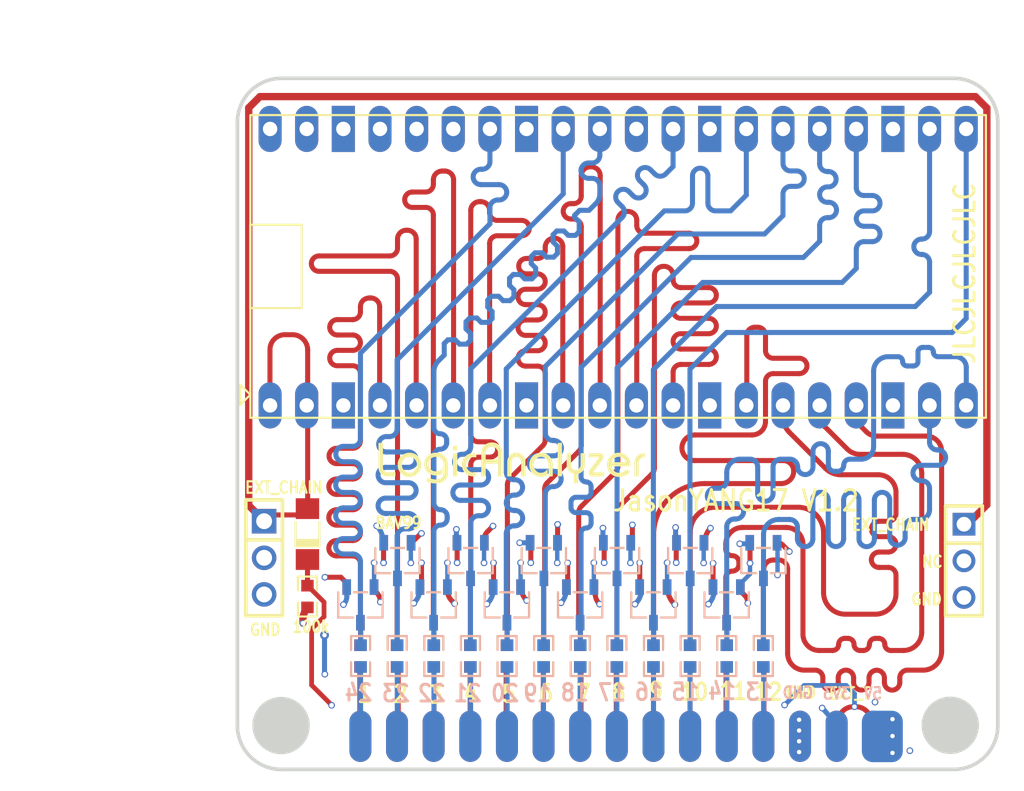
<source format=kicad_pcb>
(kicad_pcb (version 20240108) (generator "pcbnew") (generator_version "8.0")
  (layers (0 "F.Cu" signal "Top Layer") (1 "In1.Cu" signal "Inner1") (2 "In2.Cu" signal "Inner2") (31 "B.Cu" signal "Bottom Layer") (34 "B.Paste" user "Bottom Paste Mask Layer") (35 "F.Paste" user "Top Paste Mask Layer") (36 "B.SilkS" user "Bottom Silkscreen Layer") (37 "F.SilkS" user "Top Silkscreen Layer") (38 "B.Mask" user "Bottom Solder Mask Layer") (39 "F.Mask" user "Top Solder Mask Layer") (44 "Edge.Cuts" user "Multi-Layer"))
  (net 0 "")
  (net 1 "EXT_CHAIN")
  (net 2 "GND")
  (net 3 "CHAN_0")
  (net 4 "CHAN_1")
  (net 5 "CHAN_2")
  (net 6 "CHAN_3")
  (net 7 "CHAN_8")
  (net 8 "CHAN_7")
  (net 9 "CHAN_6")
  (net 10 "CHAN_5")
  (net 11 "CHAN_4")
  (net 12 "CHAN_13")
  (net 13 "CHAN_12")
  (net 14 "CHAN_11")
  (net 15 "CHAN_10")
  (net 16 "CHAN_9")
  (net 17 "CHAN_18")
  (net 18 "CHAN_17")
  (net 19 "CHAN_16")
  (net 20 "CHAN_15")
  (net 21 "CHAN_14")
  (net 22 "CHAN_22")
  (net 23 "CHAN_21")
  (net 24 "CHAN_20")
  (net 25 "CHAN_19")
  (net 26 "CHAN_23")
  (net 27 "+3.3V")
  (net 28 "+5V")
  (net 29 "EXT_T")
  (net 30 "$1N6412")
  (net 31 "$1N6457")
  (net 32 "$1N6576")
  (net 33 "$1N6580")
  (net 34 "$1N6666")
  (net 35 "$1N6670")
  (net 36 "$1N6756")
  (net 37 "$1N6760")
  (net 38 "$1N6846")
  (net 39 "$1N6850")
  (net 40 "$1N6936")
  (net 41 "$1N6940")
  (net 42 "$1N7395")
  (net 43 "$1N7399")
  (net 44 "$1N7403")
  (net 45 "$1N7407")
  (net 46 "$1N7411")
  (net 47 "$1N7415")
  (net 48 "$1N7419")
  (net 49 "$1N7423")
  (net 50 "$1N7427")
  (net 51 "$1N7431")
  (net 52 "$1N7435")
  (net 53 "$1N7439")
  (footprint "AnalyzerBoxPCB_fork:SOT-23-3_L2.9-W1.6-P1.90-LS2.8-BR" (layer "F.Cu") (at 133.224 118.361 90)
    (property "Reference" "D3" (hide yes))
    (property "Value" "")
  )
  (footprint "AnalyzerBoxPCB_fork:树莓派pico多层" (layer "F.Cu") (at 171.4135 105.381 90)
    (property "Reference" "U2" (hide yes))
    (property "Value" "")
  )
  (footprint "AnalyzerBoxPCB_fork:R0603" (layer "F.Cu") (at 145.9235 121.9115 -90)
    (property "Reference" "R9" (hide yes))
    (property "Value" "")
  )
  (footprint "AnalyzerBoxPCB_fork:R0603" (layer "F.Cu") (at 151.003 121.9115 -90)
    (property "Reference" "R11" (hide yes))
    (property "Value" "")
  )
  (footprint "AnalyzerBoxPCB_fork:SOT-23-3_L2.9-W1.6-P1.90-LS2.8-BR" (layer "F.Cu") (at 143.3805 118.361 90)
    (property "Reference" "D7" (hide yes))
    (property "Value" "")
  )
  (footprint "AnalyzerBoxPCB_fork:R0603" (layer "F.Cu") (at 128.1455 121.9115 -90)
    (property "Reference" "R2" (hide yes))
    (property "Value" "")
  )
  (footprint "AnalyzerBoxPCB_fork:SOT-23-3_L2.9-W1.6-P1.90-LS2.8-BR" (layer "F.Cu") (at 135.788 115.2845 90)
    (property "Reference" "D4" (hide yes))
    (property "Value" "")
  )
  (footprint "AnalyzerBoxPCB_fork:R0603" (layer "F.Cu") (at 156.0825 121.9115 -90)
    (property "Reference" "R13" (hide yes))
    (property "Value" "")
  )
  (footprint "AnalyzerBoxPCB_fork:HDR-TH_30P-P2.54-V-F-R2-C15-S2.54-A" (layer "F.Cu") (at 144.599 127.814 90)
    (property "Reference" "U3" (hide yes))
    (property "Value" "")
  )
  (footprint "AnalyzerBoxPCB_fork:SOT-23-3_L2.9-W1.6-P1.90-LS2.8-BR" (layer "F.Cu") (at 140.863 115.2845 90)
    (property "Reference" "D6" (hide yes))
    (property "Value" "")
  )
  (footprint "AnalyzerBoxPCB_fork:SOT-23-3_L2.9-W1.6-P1.90-LS2.8-BR" (layer "F.Cu") (at 138.302 118.361 90)
    (property "Reference" "D5" (hide yes))
    (property "Value" "")
  )
  (footprint "AnalyzerBoxPCB_fork:R0603" (layer "F.Cu") (at 130.685 121.9115 -90)
    (property "Reference" "R3" (hide yes))
    (property "Value" "")
  )
  (footprint "AnalyzerBoxPCB_fork:R0603" (layer "F.Cu") (at 153.543 121.9115 -90)
    (property "Reference" "R12" (hide yes))
    (property "Value" "")
  )
  (footprint "AnalyzerBoxPCB_fork:R0603" (layer "F.Cu") (at 133.225 121.9115 -90)
    (property "Reference" "R4" (hide yes))
    (property "Value" "")
  )
  (footprint "AnalyzerBoxPCB_fork:SOT-23-3_L2.9-W1.6-P1.90-LS2.8-BR" (layer "F.Cu") (at 130.7135 115.2845 90)
    (property "Reference" "D1" (hide yes))
    (property "Value" "")
  )
  (footprint "AnalyzerBoxPCB_fork:SOT-23-3_L2.9-W1.6-P1.90-LS2.8-BR" (layer "F.Cu") (at 145.938 115.2845 90)
    (property "Reference" "D8" (hide yes))
    (property "Value" "")
  )
  (footprint "AnalyzerBoxPCB_fork:SOT-23-3_L2.9-W1.6-P1.90-LS2.8-BR" (layer "F.Cu") (at 151.0125 115.2845 90)
    (property "Reference" "D10" (hide yes))
    (property "Value" "")
  )
  (footprint "AnalyzerBoxPCB_fork:SOT-23-3_L2.9-W1.6-P1.90-LS2.8-BR" (layer "F.Cu") (at 153.537 118.361 90)
    (property "Reference" "D11" (hide yes))
    (property "Value" "")
  )
  (footprint "AnalyzerBoxPCB_fork:R0603" (layer "F.Cu") (at 135.7645 121.9115 -90)
    (property "Reference" "R5" (hide yes))
    (property "Value" "")
  )
  (footprint "AnalyzerBoxPCB_fork:SOT-23-3_L2.9-W1.6-P1.90-LS2.8-BR" (layer "F.Cu") (at 156.0875 115.2845 90)
    (property "Reference" "D12" (hide yes))
    (property "Value" "")
  )
  (footprint "AnalyzerBoxPCB_fork:R0603" (layer "F.Cu") (at 124.475 117.7805 90)
    (property "Reference" "R1" (hide yes))
    (property "Value" "")
  )
  (footprint "AnalyzerBoxPCB_fork:R0603" (layer "F.Cu") (at 138.3045 121.9115 -90)
    (property "Reference" "R6" (hide yes))
    (property "Value" "")
  )
  (footprint "AnalyzerBoxPCB_fork:SOD-80_L3.5-W1.5-RD" (layer "F.Cu") (at 124.475 113.449 90)
    (property "Reference" "D2" (hide yes))
    (property "Value" "")
  )
  (footprint "AnalyzerBoxPCB_fork:R0603" (layer "F.Cu") (at 140.844 121.9115 -90)
    (property "Reference" "R7" (hide yes))
    (property "Value" "")
  )
  (footprint "AnalyzerBoxPCB_fork:R0603" (layer "F.Cu") (at 148.4635 121.9115 -90)
    (property "Reference" "R10" (hide yes))
    (property "Value" "")
  )
  (footprint "AnalyzerBoxPCB_fork:SOT-23-3_L2.9-W1.6-P1.90-LS2.8-BR" (layer "F.Cu") (at 128.1455 118.361 90)
    (property "Reference" "D25" (hide yes))
    (property "Value" "")
  )
  (footprint "AnalyzerBoxPCB_fork:HDR-TH_3P-P2.54-V-M" (layer "F.Cu") (at 121.4715 115.0945 -90)
    (property "Reference" "H2" (hide yes))
    (property "Value" "")
  )
  (footprint "AnalyzerBoxPCB_fork:SOT-23-3_L2.9-W1.6-P1.90-LS2.8-BR" (layer "F.Cu") (at 148.459 118.361 90)
    (property "Reference" "D9" (hide yes))
    (property "Value" "")
  )
  (footprint "AnalyzerBoxPCB_fork:R0603" (layer "F.Cu") (at 143.384 121.9115 -90)
    (property "Reference" "R8" (hide yes))
    (property "Value" "")
  )
  (footprint "AnalyzerBoxPCB_fork:HDR-TH_3P-P2.54-V-F" (layer "F.Cu") (at 169.991 115.3045 -90)
    (property "Reference" "H1" (hide yes))
    (property "Value" "")
  )
  (footprint "AnalyzerBoxPCB_fork:SOT-23-3_L2.9-W1.6-P1.90-LS2.8-BR" (layer "B.Cu") (at 143.3805 118.361 90)
    (property "Reference" "D18" (hide yes))
    (property "Value" "")
  )
  (footprint "AnalyzerBoxPCB_fork:SOT-23-3_L2.9-W1.6-P1.90-LS2.8-BR" (layer "B.Cu") (at 148.459 118.361 90)
    (property "Reference" "D16" (hide yes))
    (property "Value" "")
  )
  (footprint "AnalyzerBoxPCB_fork:R0603" (layer "B.Cu") (at 130.701 121.9115 90)
    (property "Reference" "R15" (hide yes))
    (property "Value" "")
  )
  (footprint "AnalyzerBoxPCB_fork:SOT-23-3_L2.9-W1.6-P1.90-LS2.8-BR" (layer "B.Cu") (at 135.788 115.2845 90)
    (property "Reference" "D21" (hide yes))
    (property "Value" "")
  )
  (footprint "AnalyzerBoxPCB_fork:SOT-23-3_L2.9-W1.6-P1.90-LS2.8-BR" (layer "B.Cu") (at 156.0875 115.2845 90)
    (property "Reference" "D13" (hide yes))
    (property "Value" "")
  )
  (footprint "AnalyzerBoxPCB_fork:R0603" (layer "B.Cu") (at 151.0065 121.9115 90)
    (property "Reference" "R23" (hide yes))
    (property "Value" "")
  )
  (footprint "AnalyzerBoxPCB_fork:R0603" (layer "B.Cu") (at 148.468 121.9115 90)
    (property "Reference" "R22" (hide yes))
    (property "Value" "")
  )
  (footprint "AnalyzerBoxPCB_fork:R0603" (layer "B.Cu") (at 145.93 121.9115 90)
    (property "Reference" "R21" (hide yes))
    (property "Value" "")
  )
  (footprint "AnalyzerBoxPCB_fork:SOT-23-3_L2.9-W1.6-P1.90-LS2.8-BR" (layer "B.Cu") (at 153.537 118.361 90)
    (property "Reference" "D14" (hide yes))
    (property "Value" "")
  )
  (footprint "AnalyzerBoxPCB_fork:SOT-23-3_L2.9-W1.6-P1.90-LS2.8-BR" (layer "B.Cu") (at 130.7135 115.2845 90)
    (property "Reference" "D23" (hide yes))
    (property "Value" "")
  )
  (footprint "AnalyzerBoxPCB_fork:SOT-23-3_L2.9-W1.6-P1.90-LS2.8-BR" (layer "B.Cu") (at 133.224 118.361 90)
    (property "Reference" "D22" (hide yes))
    (property "Value" "")
  )
  (footprint "AnalyzerBoxPCB_fork:R0603" (layer "B.Cu") (at 133.239 121.9115 90)
    (property "Reference" "R16" (hide yes))
    (property "Value" "")
  )
  (footprint "AnalyzerBoxPCB_fork:R0603" (layer "B.Cu") (at 143.392 121.9115 90)
    (property "Reference" "R20" (hide yes))
    (property "Value" "")
  )
  (footprint "AnalyzerBoxPCB_fork:R0603" (layer "B.Cu") (at 156.0825 121.9115 90)
    (property "Reference" "R25" (hide yes))
    (property "Value" "")
  )
  (footprint "AnalyzerBoxPCB_fork:SOT-23-3_L2.9-W1.6-P1.90-LS2.8-BR" (layer "B.Cu") (at 145.938 115.2845 90)
    (property "Reference" "D17" (hide yes))
    (property "Value" "")
  )
  (footprint "AnalyzerBoxPCB_fork:SOT-23-3_L2.9-W1.6-P1.90-LS2.8-BR" (layer "B.Cu") (at 128.1455 118.361 90)
    (property "Reference" "D24" (hide yes))
    (property "Value" "")
  )
  (footprint "AnalyzerBoxPCB_fork:R0603" (layer "B.Cu") (at 128.163 121.9115 90)
    (property "Reference" "R14" (hide yes))
    (property "Value" "")
  )
  (footprint "AnalyzerBoxPCB_fork:SOT-23-3_L2.9-W1.6-P1.90-LS2.8-BR" (layer "B.Cu") (at 140.863 115.2845 90)
    (property "Reference" "D19" (hide yes))
    (property "Value" "")
  )
  (footprint "AnalyzerBoxPCB_fork:SOT-23-3_L2.9-W1.6-P1.90-LS2.8-BR" (layer "B.Cu") (at 151.0125 115.2845 90)
    (property "Reference" "D15" (hide yes))
    (property "Value" "")
  )
  (footprint "AnalyzerBoxPCB_fork:SOT-23-3_L2.9-W1.6-P1.90-LS2.8-BR" (layer "B.Cu") (at 138.302 118.361 90)
    (property "Reference" "D20" (hide yes))
    (property "Value" "")
  )
  (footprint "AnalyzerBoxPCB_fork:R0603" (layer "B.Cu") (at 153.5445 121.9115 90)
    (property "Reference" "R24" (hide yes))
    (property "Value" "")
  )
  (footprint "AnalyzerBoxPCB_fork:R0603" (layer "B.Cu") (at 138.3155 121.9115 90)
    (property "Reference" "R18" (hide yes))
    (property "Value" "")
  )
  (footprint "AnalyzerBoxPCB_fork:R0603" (layer "B.Cu") (at 140.8535 121.9115 90)
    (property "Reference" "R19" (hide yes))
    (property "Value" "")
  )
  (footprint "AnalyzerBoxPCB_fork:R0603" (layer "B.Cu") (at 135.7775 121.9115 90)
    (property "Reference" "R17" (hide yes))
    (property "Value" "")
  )
  (gr_poly (pts (xy 141.830608 107.12516) (xy 141.822112 107.13412) (xy 141.822112 109.437256) (xy 141.830608 109.446323) (xy 142.118369 109.446323) (xy 142.118369 107.12516)) (fill solid) (layer "F.SilkS"))
  (gr_poly (pts (xy 140.586508 107.80249) (xy 140.578012 107.811557) (xy 140.527236 107.811557) (xy 140.51884 107.820624) (xy 140.484957 107.820624) (xy 140.476461 107.829584) (xy 140.442677 107.829584) (xy 140.434181 107.83865) (xy 140.425685 107.83865) (xy 140.417289 107.847717) (xy 140.383405 107.847717) (xy 140.37491 107.856677) (xy 140.366514 107.856677) (xy 140.358018 107.865743) (xy 140.349522 107.865743) (xy 140.341126 107.87481) (xy 140.324134 107.87481) (xy 140.315738 107.88377) (xy 140.307242 107.88377) (xy 140.298746 107.892837) (xy 140.29025 107.892837) (xy 140.281854 107.901903) (xy 140.273358 107.901903) (xy 140.264863 107.910863) (xy 140.256467 107.910863) (xy 140.247971 107.91993) (xy 140.239475 107.91993) (xy 140.231079 107.928996) (xy 140.222583 107.928996) (xy 140.205691 107.947023) (xy 140.197195 107.947023) (xy 140.180303 107.96505) (xy 140.171807 107.96505) (xy 140.14642 107.992143) (xy 140.137924 107.992143) (xy 140.010985 108.127716) (xy 140.010985 108.136676) (xy 139.994093 108.154809) (xy 139.994093 108.163769) (xy 139.968705 108.190862) (xy 139.968705 108.199929) (xy 139.951813 108.217955) (xy 139.951813 108.227022) (xy 139.943318 108.236088) (xy 139.943318 108.245048) (xy 139.934822 108.254115) (xy 139.934822 108.263182) (xy 139.926426 108.272142) (xy 139.926426 108.281208) (xy 139.91793 108.290275) (xy 139.91793 108.299235) (xy 139.909434 108.308301) (xy 139.909434 108.326328) (xy 139.900938 108.335395) (xy 139.900938 108.353421) (xy 139.892542 108.362488) (xy 139.892542 108.371554) (xy 139.884046 108.380514) (xy 139.884046 108.416674) (xy 139.87555 108.425741) (xy 139.87555 108.434701) (xy 139.867154 108.443767) (xy 139.867154 108.497954) (xy 139.858658 108.50702) (xy 139.858658 108.579233) (xy 139.850162 108.5883) (xy 139.850162 108.687606) (xy 139.858658 108.696673) (xy 139.858658 108.787019) (xy 139.867154 108.795979) (xy 139.867154 108.832139) (xy 139.87555 108.841206) (xy 139.87555 108.868299) (xy 139.884046 108.877259) (xy 139.884046 108.904459) (xy 139.892542 108.913419) (xy 139.892542 108.922485) (xy 139.900938 108.931552) (xy 139.900938 108.949578) (xy 139.909434 108.958645) (xy 139.909434 108.976672) (xy 139.91793 108.985738) (xy 139.91793 108.994698) (xy 139.926426 109.003765) (xy 139.926426 109.012831) (xy 139.934822 109.021791) (xy 139.934822 109.030858) (xy 139.951813 109.048885) (xy 139.951813 109.057951) (xy 139.960209 109.067018) (xy 139.960209 109.075978) (xy 139.968705 109.085044) (xy 139.968705 109.094111) (xy 139.994093 109.121204) (xy 139.994093 109.130164) (xy 140.019481 109.157257) (xy 140.019481 109.166324) (xy 140.129528 109.283763) (xy 140.137924 109.283763) (xy 140.163312 109.310857) (xy 140.171807 109.310857) (xy 140.197195 109.33795) (xy 140.205691 109.33795) (xy 140.222583 109.355976) (xy 140.231079 109.355976) (xy 140.239475 109.365043) (xy 140.247971 109.365043) (xy 140.256467 109.37411) (xy 140.264863 109.37411) (xy 140.273358 109.38307) (xy 140.281854 109.38307) (xy 140.29025 109.392136) (xy 140.298746 109.392136) (xy 140.307242 109.401203) (xy 140.315738 109.401203) (xy 140.324134 109.410163) (xy 140.33263 109.410163) (xy 140.341126 109.41923) (xy 140.358018 109.41923) (xy 140.366514 109.428296) (xy 140.383405 109.428296) (xy 140.391901 109.437256) (xy 140.408793 109.437256) (xy 140.417289 109.446323) (xy 140.442677 109.446323) (xy 140.451073 109.455389) (xy 140.459569 109.455389) (xy 140.468065 109.464349) (xy 140.51884 109.464349) (xy 140.527236 109.473416) (xy 140.586508 109.473416) (xy 140.595003 109.482483) (xy 140.738834 109.482483) (xy 140.74733 109.473416) (xy 140.806602 109.473416) (xy 140.814997 109.464349) (xy 140.857377 109.464349) (xy 140.865773 109.455389) (xy 140.882765 109.455389) (xy 140.891161 109.446323) (xy 140.925044 109.446323) (xy 140.93354 109.437256) (xy 140.950432 109.437256) (xy 140.958928 109.428296) (xy 140.97582 109.428296) (xy 140.984316 109.41923) (xy 140.992712 109.41923) (xy 141.001208 109.410163) (xy 141.009704 109.410163) (xy 141.0181 109.401203) (xy 141.035091 109.401203) (xy 141.043587 109.392136) (xy 141.051983 109.392136) (xy 141.060479 109.38307) (xy 141.068975 109.38307) (xy 141.077371 109.37411) (xy 141.085867 109.37411) (xy 141.102759 109.355976) (xy 141.111255 109.355976) (xy 141.119751 109.347017) (xy 141.128147 109.347017) (xy 141.128147 108.958645) (xy 141.119751 108.949578) (xy 141.102759 108.949578) (xy 141.085867 108.967605) (xy 141.085867 108.976672) (xy 140.984316 109.085044) (xy 140.97582 109.085044) (xy 140.958928 109.103071) (xy 140.950432 109.103071) (xy 140.93354 109.121204) (xy 140.925044 109.121204) (xy 140.916549 109.130164) (xy 140.908153 109.130164) (xy 140.899657 109.139231) (xy 140.891161 109.139231) (xy 140.882765 109.148297) (xy 140.874269 109.148297) (xy 140.865773 109.157257) (xy 140.857377 109.157257) (xy 140.848881 109.166324) (xy 140.831989 109.166324) (xy 140.823493 109.175391) (xy 140.78961 109.175391) (xy 140.781214 109.184351) (xy 140.764222 109.184351) (xy 140.755826 109.193417) (xy 140.578012 109.193417) (xy 140.569616 109.184351) (xy 140.552624 109.184351) (xy 140.544228 109.175391) (xy 140.510344 109.175391) (xy 140.501848 109.166324) (xy 140.484957 109.166324) (xy 140.476461 109.157257) (xy 140.468065 109.157257) (xy 140.459569 109.148297) (xy 140.451073 109.148297) (xy 140.442677 109.139231) (xy 140.434181 109.139231) (xy 140.425685 109.130164) (xy 140.417289 109.130164) (xy 140.400297 109.112138) (xy 140.391901 109.112138) (xy 140.37491 109.094111) (xy 140.366514 109.094111) (xy 140.33263 109.057951) (xy 140.324134 109.057951) (xy 140.29025 109.021791) (xy 140.29025 109.012831) (xy 140.281854 109.012831) (xy 140.273358 109.003765) (xy 140.273358 108.994698) (xy 140.247971 108.967605) (xy 140.247971 108.958645) (xy 140.222583 108.931552) (xy 140.222583 108.922485) (xy 140.214087 108.913419) (xy 140.214087 108.904459) (xy 140.205691 108.895392) (xy 140.205691 108.886325) (xy 140.197195 108.877259) (xy 140.197195 108.868299) (xy 140.188699 108.859232) (xy 140.188699 108.850166) (xy 140.180303 108.841206) (xy 140.180303 108.823072) (xy 140.171807 108.814112) (xy 140.171807 108.805046) (xy 140.163312 108.795979) (xy 140.163312 108.750859) (xy 140.154916 108.741793) (xy 140.154916 108.714699) (xy 140.14642 108.70574) (xy 140.14642 108.579233) (xy 140.154916 108.570273) (xy 140.154916 108.534114) (xy 140.163312 108.525047) (xy 140.163312 108.497954) (xy 140.171807 108.488887) (xy 140.171807 108.470861) (xy 140.180303 108.461794) (xy 140.180303 108.443767) (xy 140.188699 108.434701) (xy 140.188699 108.416674) (xy 140.197195 108.407608) (xy 140.197195 108.398648) (xy 140.214087 108.380514) (xy 140.214087 108.371554) (xy 140.222583 108.362488) (xy 140.222583 108.353421) (xy 140.239475 108.335395) (xy 140.239475 108.326328) (xy 140.273358 108.290275) (xy 140.273358 108.281208) (xy 140.324134 108.227022) (xy 140.33263 108.227022) (xy 140.366514 108.190862) (xy 140.37491 108.190862) (xy 140.391901 108.172835) (xy 140.400297 108.172835) (xy 140.417289 108.154809) (xy 140.425685 108.154809) (xy 140.434181 108.145742) (xy 140.442677 108.145742) (xy 140.451073 108.136676) (xy 140.459569 108.136676) (xy 140.468065 108.127716) (xy 140.476461 108.127716) (xy 140.484957 108.118649) (xy 140.501848 108.118649) (xy 140.510344 108.109582) (xy 140.527236 108.109582) (xy 140.535732 108.100622) (xy 140.578012 108.100622) (xy 140.586508 108.091556) (xy 140.74733 108.091556) (xy 140.755826 108.100622) (xy 140.798106 108.100622) (xy 140.806602 108.109582) (xy 140.823493 108.109582) (xy 140.831989 108.118649) (xy 140.848881 108.118649) (xy 140.857377 108.127716) (xy 140.865773 108.127716) (xy 140.874269 108.136676) (xy 140.882765 108.136676) (xy 140.891161 108.145742) (xy 140.908153 108.145742) (xy 140.925044 108.163769) (xy 140.93354 108.163769) (xy 140.941936 108.172835) (xy 140.950432 108.172835) (xy 140.984316 108.208995) (xy 140.992712 108.208995) (xy 141.085867 108.308301) (xy 141.085867 108.317368) (xy 141.102759 108.335395) (xy 141.102759 108.344461) (xy 141.119751 108.362488) (xy 141.119751 108.371554) (xy 141.128147 108.380514) (xy 141.128147 108.389581) (xy 141.145138 108.407608) (xy 141.145138 108.425741) (xy 141.153534 108.434701) (xy 141.153534 108.443767) (xy 141.16203 108.452834) (xy 141.16203 108.470861) (xy 141.170526 108.479927) (xy 141.170526 108.516087) (xy 141.178922 108.525047) (xy 141.178922 108.54318) (xy 141.187418 108.55214) (xy 141.187418 109.437256) (xy 141.195914 109.446323) (xy 141.475179 109.446323) (xy 141.483675 109.437256) (xy 141.483675 108.525047) (xy 141.475179 108.516087) (xy 141.475179 108.479927) (xy 141.466683 108.470861) (xy 141.466683 108.434701) (xy 141.458187 108.425741) (xy 141.458187 108.407608) (xy 141.449792 108.398648) (xy 141.449792 108.371554) (xy 141.441296 108.362488) (xy 141.441296 108.344461) (xy 141.4328 108.335395) (xy 141.4328 108.326328) (xy 141.424404 108.317368) (xy 141.424404 108.299235) (xy 141.415908 108.290275) (xy 141.415908 108.281208) (xy 141.407412 108.272142) (xy 141.407412 108.263182) (xy 141.399016 108.254115) (xy 141.399016 108.245048) (xy 141.382024 108.227022) (xy 141.382024 108.217955) (xy 141.373628 108.208995) (xy 141.373628 108.199929) (xy 141.356636 108.181902) (xy 141.356636 108.172835) (xy 141.339745 108.154809) (xy 141.339745 108.145742) (xy 141.305861 108.109582) (xy 141.305861 108.100622) (xy 141.229698 108.019236) (xy 141.221302 108.019236) (xy 141.187418 107.983183) (xy 141.178922 107.983183) (xy 141.153534 107.95609) (xy 141.145138 107.95609) (xy 141.136642 107.947023) (xy 141.128147 107.947023) (xy 141.102759 107.91993) (xy 141.085867 107.91993) (xy 141.068975 107.901903) (xy 141.060479 107.901903) (xy 141.051983 107.892837) (xy 141.043587 107.892837) (xy 141.035091 107.88377) (xy 141.026595 107.88377) (xy 141.0181 107.87481) (xy 141.001208 107.87481) (xy 140.992712 107.865743) (xy 140.984316 107.865743) (xy 140.97582 107.856677) (xy 140.958928 107.856677) (xy 140.950432 107.847717) (xy 140.925044 107.847717) (xy 140.916549 107.83865) (xy 140.908153 107.83865) (xy 140.899657 107.829584) (xy 140.865773 107.829584) (xy 140.857377 107.820624) (xy 140.814997 107.820624) (xy 140.806602 107.811557) (xy 140.764222 107.811557) (xy 140.755826 107.80249)) (fill solid) (layer "F.SilkS"))
  (gr_poly (pts (xy 137.353566 107.098067) (xy 137.395845 107.098067) (xy 137.404341 107.107027) (xy 137.455117 107.107027) (xy 137.463513 107.116094) (xy 137.480504 107.116094) (xy 137.4889 107.12516) (xy 137.514288 107.12516) (xy 137.522784 107.13412) (xy 137.539676 107.13412) (xy 137.548172 107.143187) (xy 137.556668 107.143187) (xy 137.565064 107.152253) (xy 137.582056 107.152253) (xy 137.590551 107.161213) (xy 137.598947 107.161213) (xy 137.607443 107.17028) (xy 137.615939 107.17028) (xy 137.624335 107.179347) (xy 137.632831 107.179347) (xy 137.649723 107.197373) (xy 137.658219 107.197373) (xy 137.666715 107.20644) (xy 137.675111 107.20644) (xy 137.692103 107.224466) (xy 137.700498 107.224466) (xy 137.71749 107.2426) (xy 137.725886 107.2426) (xy 137.852825 107.378066) (xy 137.852825 107.387026) (xy 137.878213 107.414119) (xy 137.878213 107.423186) (xy 137.886709 107.432252) (xy 137.886709 107.441212) (xy 137.903601 107.459345) (xy 137.903601 107.468305) (xy 137.912096 107.477372) (xy 137.912096 107.486439) (xy 137.920592 107.495399) (xy 137.920592 107.504465) (xy 137.928988 107.513532) (xy 137.928988 107.522492) (xy 137.937484 107.531558) (xy 137.937484 107.540625) (xy 137.94598 107.549585) (xy 137.94598 107.567718) (xy 137.954376 107.576678) (xy 137.954376 107.594811) (xy 137.962872 107.603771) (xy 137.962872 107.621905) (xy 137.971368 107.630865) (xy 137.971368 107.657958) (xy 137.979764 107.667024) (xy 137.979764 107.694118) (xy 137.98826 107.703184) (xy 137.98826 107.757371) (xy 137.996756 107.766437) (xy 137.996756 109.437256) (xy 137.98826 109.446323) (xy 137.692103 109.446323) (xy 137.683607 109.437256) (xy 137.683607 108.570273) (xy 137.675111 108.561207) (xy 136.84571 108.561207) (xy 136.837215 108.570273) (xy 136.837215 109.437256) (xy 136.828819 109.446323) (xy 136.532561 109.446323) (xy 136.524165 109.437256) (xy 136.524165 108.254115) (xy 136.837215 108.254115) (xy 136.84571 108.263182) (xy 137.675111 108.263182) (xy 137.683607 108.254115) (xy 137.683607 107.766437) (xy 137.675111 107.757371) (xy 137.675111 107.721211) (xy 137.666715 107.712251) (xy 137.666715 107.694118) (xy 137.658219 107.685051) (xy 137.658219 107.676091) (xy 137.649723 107.667024) (xy 137.649723 107.648998) (xy 137.632831 107.630865) (xy 137.632831 107.621905) (xy 137.624335 107.612838) (xy 137.624335 107.603771) (xy 137.607443 107.585745) (xy 137.607443 107.576678) (xy 137.514288 107.477372) (xy 137.505892 107.477372) (xy 137.4889 107.459345) (xy 137.480504 107.459345) (xy 137.463513 107.441212) (xy 137.455117 107.441212) (xy 137.446621 107.432252) (xy 137.438125 107.432252) (xy 137.429729 107.423186) (xy 137.412737 107.423186) (xy 137.404341 107.414119) (xy 137.395845 107.414119) (xy 137.387349 107.405159) (xy 137.353566 107.405159) (xy 137.34507 107.396092) (xy 137.311186 107.396092) (xy 137.30279 107.387026) (xy 137.218131 107.387026) (xy 137.209635 107.396092) (xy 137.175751 107.396092) (xy 137.167355 107.405159) (xy 137.133472 107.405159) (xy 137.124976 107.414119) (xy 137.11658 107.414119) (xy 137.108084 107.423186) (xy 137.091192 107.423186) (xy 137.082696 107.432252) (xy 137.0742 107.432252) (xy 137.065804 107.441212) (xy 137.057308 107.441212) (xy 137.040417 107.459345) (xy 137.031921 107.459345) (xy 137.015029 107.477372) (xy 137.006533 107.477372) (xy 136.921874 107.567718) (xy 136.921874 107.576678) (xy 136.896486 107.603771) (xy 136.896486 107.612838) (xy 136.88809 107.621905) (xy 136.88809 107.630865) (xy 136.879594 107.639931) (xy 136.879594 107.648998) (xy 136.871098 107.657958) (xy 136.871098 107.667024) (xy 136.862702 107.676091) (xy 136.862702 107.694118) (xy 136.854206 107.703184) (xy 136.854206 107.721211) (xy 136.84571 107.730277) (xy 136.84571 107.757371) (xy 136.837215 107.766437) (xy 136.837215 108.254115) (xy 136.524165 108.254115) (xy 136.524165 107.766437) (xy 136.532561 107.757371) (xy 136.532561 107.712251) (xy 136.541057 107.703184) (xy 136.541057 107.667024) (xy 136.549553 107.657958) (xy 136.549553 107.639931) (xy 136.557949 107.630865) (xy 136.557949 107.603771) (xy 136.566445 107.594811) (xy 136.566445 107.576678) (xy 136.574941 107.567718) (xy 136.574941 107.558652) (xy 136.583337 107.549585) (xy 136.583337 107.531558) (xy 136.591833 107.522492) (xy 136.591833 107.513532) (xy 136.600329 107.504465) (xy 136.600329 107.495399) (xy 136.608725 107.486439) (xy 136.608725 107.477372) (xy 136.617221 107.468305) (xy 136.617221 107.459345) (xy 136.634112 107.441212) (xy 136.634112 107.432252) (xy 136.651104 107.414119) (xy 136.651104 107.405159) (xy 136.676492 107.378066) (xy 136.676492 107.368999) (xy 136.794935 107.2426) (xy 136.803431 107.2426) (xy 136.820323 107.224466) (xy 136.828819 107.224466) (xy 136.84571 107.20644) (xy 136.854206 107.20644) (xy 136.862702 107.197373) (xy 136.871098 107.197373) (xy 136.88809 107.179347) (xy 136.896486 107.179347) (xy 136.904982 107.17028) (xy 136.913478 107.17028) (xy 136.921874 107.161213) (xy 136.93037 107.161213) (xy 136.938866 107.152253) (xy 136.955757 107.152253) (xy 136.964253 107.143187) (xy 136.972649 107.143187) (xy 136.981145 107.13412) (xy 136.998037 107.13412) (xy 137.006533 107.12516) (xy 137.031921 107.12516) (xy 137.040417 107.116094) (xy 137.057308 107.116094) (xy 137.065804 107.107027) (xy 137.11658 107.107027) (xy 137.124976 107.098067) (xy 137.167355 107.098067) (xy 137.175751 107.089) (xy 137.34507 107.089)) (fill solid) (layer "F.SilkS"))
  (gr_poly (pts (xy 146.155424 107.811557) (xy 146.206199 107.811557) (xy 146.214595 107.820624) (xy 146.248479 107.820624) (xy 146.256975 107.829584) (xy 146.290758 107.829584) (xy 146.299254 107.83865) (xy 146.30775 107.83865) (xy 146.316146 107.847717) (xy 146.341534 107.847717) (xy 146.35003 107.856677) (xy 146.366922 107.856677) (xy 146.375418 107.865743) (xy 146.383914 107.865743) (xy 146.39231 107.87481) (xy 146.409301 107.87481) (xy 146.417697 107.88377) (xy 146.426193 107.88377) (xy 146.434689 107.892837) (xy 146.443085 107.892837) (xy 146.451581 107.901903) (xy 146.460077 107.901903) (xy 146.476969 107.91993) (xy 146.493961 107.91993) (xy 146.510852 107.937956) (xy 146.519348 107.937956) (xy 146.53624 107.95609) (xy 146.544736 107.95609) (xy 146.570124 107.983183) (xy 146.57852 107.983183) (xy 146.603908 108.010276) (xy 146.612403 108.010276) (xy 146.705459 108.109582) (xy 146.705459 108.118649) (xy 146.730846 108.145742) (xy 146.730846 108.154809) (xy 146.747838 108.172835) (xy 146.747838 108.181902) (xy 146.76473 108.199929) (xy 146.76473 108.208995) (xy 146.781622 108.227022) (xy 146.781622 108.236088) (xy 146.790118 108.245048) (xy 146.790118 108.254115) (xy 146.798614 108.263182) (xy 146.798614 108.272142) (xy 146.80701 108.281208) (xy 146.80701 108.290275) (xy 146.815506 108.299235) (xy 146.815506 108.317368) (xy 146.824001 108.326328) (xy 146.824001 108.335395) (xy 146.832397 108.344461) (xy 146.832397 108.362488) (xy 146.840893 108.371554) (xy 146.840893 108.389581) (xy 146.849389 108.398648) (xy 146.849389 108.416674) (xy 146.857885 108.425741) (xy 146.857885 108.470861) (xy 146.866281 108.479927) (xy 146.866281 108.50702) (xy 146.874777 108.516087) (xy 146.874777 108.741793) (xy 146.866281 108.741793) (xy 146.857885 108.750859) (xy 145.562909 108.750859) (xy 145.554513 108.759926) (xy 145.554513 108.787019) (xy 145.562909 108.795979) (xy 145.562909 108.814112) (xy 145.571405 108.823072) (xy 145.571405 108.841206) (xy 145.579901 108.850166) (xy 145.579901 108.859232) (xy 145.588297 108.868299) (xy 145.588297 108.877259) (xy 145.596793 108.886325) (xy 145.596793 108.895392) (xy 145.605289 108.904459) (xy 145.605289 108.913419) (xy 145.613685 108.922485) (xy 145.613685 108.931552) (xy 145.639073 108.958645) (xy 145.639073 108.967605) (xy 145.681452 109.012831) (xy 145.681452 109.021791) (xy 145.698344 109.039925) (xy 145.70684 109.039925) (xy 145.74912 109.085044) (xy 145.757615 109.085044) (xy 145.774507 109.103071) (xy 145.783003 109.103071) (xy 145.799895 109.121204) (xy 145.808391 109.121204) (xy 145.816887 109.130164) (xy 145.825283 109.130164) (xy 145.833779 109.139231) (xy 145.842275 109.139231) (xy 145.850671 109.148297) (xy 145.859166 109.148297) (xy 145.867662 109.157257) (xy 145.884554 109.157257) (xy 145.89305 109.166324) (xy 145.909942 109.166324) (xy 145.918438 109.175391) (xy 145.943826 109.175391) (xy 145.952222 109.184351) (xy 145.977609 109.184351) (xy 145.986105 109.193417) (xy 146.189207 109.193417) (xy 146.197703 109.184351) (xy 146.223091 109.184351) (xy 146.231587 109.175391) (xy 146.265371 109.175391) (xy 146.273867 109.166324) (xy 146.290758 109.166324) (xy 146.299254 109.157257) (xy 146.316146 109.157257) (xy 146.324642 109.148297) (xy 146.341534 109.148297) (xy 146.358526 109.130164) (xy 146.375418 109.130164) (xy 146.383914 109.121204) (xy 146.39231 109.121204) (xy 146.409301 109.103071) (xy 146.417697 109.103071) (xy 146.434689 109.085044) (xy 146.443085 109.085044) (xy 146.468573 109.057951) (xy 146.476969 109.057951) (xy 146.53624 108.994698) (xy 146.53624 108.985738) (xy 146.561628 108.958645) (xy 146.561628 108.949578) (xy 146.570124 108.940512) (xy 146.57852 108.949578) (xy 146.587016 108.949578) (xy 146.595512 108.958645) (xy 146.603908 108.958645) (xy 146.612403 108.967605) (xy 146.620899 108.967605) (xy 146.637791 108.985738) (xy 146.646287 108.985738) (xy 146.654683 108.994698) (xy 146.663179 108.994698) (xy 146.671675 109.003765) (xy 146.680071 109.003765) (xy 146.697063 109.021791) (xy 146.705459 109.021791) (xy 146.713955 109.030858) (xy 146.72245 109.030858) (xy 146.730846 109.039925) (xy 146.739342 109.039925) (xy 146.756234 109.057951) (xy 146.76473 109.057951) (xy 146.773226 109.067018) (xy 146.781622 109.067018) (xy 146.790118 109.075978) (xy 146.798614 109.075978) (xy 146.824001 109.103071) (xy 146.824001 109.121204) (xy 146.80701 109.139231) (xy 146.80701 109.148297) (xy 146.76473 109.193417) (xy 146.76473 109.202484) (xy 146.713955 109.25667) (xy 146.705459 109.25667) (xy 146.663179 109.30179) (xy 146.654683 109.30179) (xy 146.629295 109.328883) (xy 146.620899 109.328883) (xy 146.603908 109.347017) (xy 146.595512 109.347017) (xy 146.587016 109.355976) (xy 146.57852 109.355976) (xy 146.570124 109.365043) (xy 146.561628 109.365043) (xy 146.553132 109.37411) (xy 146.544736 109.37411) (xy 146.53624 109.38307) (xy 146.527744 109.38307) (xy 146.519348 109.392136) (xy 146.510852 109.392136) (xy 146.502356 109.401203) (xy 146.485465 109.401203) (xy 146.476969 109.410163) (xy 146.468573 109.410163) (xy 146.460077 109.41923) (xy 146.434689 109.41923) (xy 146.426193 109.428296) (xy 146.409301 109.428296) (xy 146.400805 109.437256) (xy 146.39231 109.437256) (xy 146.383914 109.446323) (xy 146.341534 109.446323) (xy 146.333138 109.455389) (xy 146.30775 109.455389) (xy 146.299254 109.464349) (xy 146.248479 109.464349) (xy 146.239983 109.473416) (xy 146.155424 109.473416) (xy 146.146928 109.482483) (xy 145.994601 109.482483) (xy 145.986105 109.473416) (xy 145.918438 109.473416) (xy 145.909942 109.464349) (xy 145.867662 109.464349) (xy 145.859166 109.455389) (xy 145.842275 109.455389) (xy 145.833779 109.446323) (xy 145.808391 109.446323) (xy 145.799895 109.437256) (xy 145.783003 109.437256) (xy 145.774507 109.428296) (xy 145.757615 109.428296) (xy 145.74912 109.41923) (xy 145.740724 109.41923) (xy 145.732228 109.410163) (xy 145.723732 109.410163) (xy 145.715336 109.401203) (xy 145.698344 109.401203) (xy 145.689948 109.392136) (xy 145.681452 109.392136) (xy 145.672956 109.38307) (xy 145.66446 109.38307) (xy 145.656064 109.37411) (xy 145.647568 109.37411) (xy 145.639073 109.365043) (xy 145.630677 109.365043) (xy 145.613685 109.347017) (xy 145.605289 109.347017) (xy 145.588297 109.328883) (xy 145.579901 109.328883) (xy 145.562909 109.310857) (xy 145.554513 109.310857) (xy 145.52063 109.274697) (xy 145.512134 109.274697) (xy 145.410583 109.166324) (xy 145.410583 109.157257) (xy 145.385195 109.130164) (xy 145.385195 109.121204) (xy 145.368303 109.103071) (xy 145.368303 109.094111) (xy 145.359807 109.085044) (xy 145.359807 109.075978) (xy 145.342915 109.057951) (xy 145.342915 109.048885) (xy 145.334419 109.039925) (xy 145.334419 109.030858) (xy 145.317528 109.012831) (xy 145.317528 108.994698) (xy 145.309032 108.985738) (xy 145.309032 108.976672) (xy 145.300636 108.967605) (xy 145.300636 108.958645) (xy 145.29214 108.949578) (xy 145.29214 108.922485) (xy 145.283644 108.913419) (xy 145.283644 108.904459) (xy 145.275148 108.895392) (xy 145.275148 108.868299) (xy 145.266752 108.859232) (xy 145.266752 108.832139) (xy 145.258256 108.823072) (xy 145.258256 108.777953) (xy 145.24976 108.768886) (xy 145.24976 108.50702) (xy 145.258256 108.497954) (xy 145.258256 108.461794) (xy 145.266752 108.452834) (xy 145.571405 108.452834) (xy 145.588297 108.470861) (xy 145.596793 108.461794) (xy 146.519348 108.461794) (xy 146.527744 108.470861) (xy 146.53624 108.470861) (xy 146.553132 108.452834) (xy 146.553132 108.443767) (xy 146.53624 108.425741) (xy 146.53624 108.407608) (xy 146.527744 108.398648) (xy 146.527744 108.389581) (xy 146.519348 108.380514) (xy 146.519348 108.371554) (xy 146.510852 108.362488) (xy 146.510852 108.353421) (xy 146.493961 108.335395) (xy 146.493961 108.326328) (xy 146.460077 108.290275) (xy 146.460077 108.281208) (xy 146.417697 108.236088) (xy 146.409301 108.236088) (xy 146.366922 108.190862) (xy 146.358526 108.190862) (xy 146.341534 108.172835) (xy 146.333138 108.172835) (xy 146.316146 108.154809) (xy 146.30775 108.154809) (xy 146.299254 108.145742) (xy 146.282363 108.145742) (xy 146.265371 108.127716) (xy 146.248479 108.127716) (xy 146.239983 108.118649) (xy 146.223091 108.118649) (xy 146.214595 108.109582) (xy 146.197703 108.109582) (xy 146.189207 108.100622) (xy 146.155424 108.100622) (xy 146.146928 108.091556) (xy 146.113044 108.091556) (xy 146.104648 108.082489) (xy 146.096152 108.091556) (xy 145.977609 108.091556) (xy 145.969213 108.100622) (xy 145.93533 108.100622) (xy 145.926834 108.109582) (xy 145.909942 108.109582) (xy 145.901446 108.118649) (xy 145.884554 108.118649) (xy 145.876058 108.127716) (xy 145.859166 108.127716) (xy 145.842275 108.145742) (xy 145.825283 108.145742) (xy 145.808391 108.163769) (xy 145.799895 108.163769) (xy 145.791499 108.172835) (xy 145.783003 108.172835) (xy 145.757615 108.199929) (xy 145.74912 108.199929) (xy 145.715336 108.236088) (xy 145.70684 108.236088) (xy 145.672956 108.272142) (xy 145.672956 108.281208) (xy 145.639073 108.317368) (xy 145.639073 108.326328) (xy 145.622181 108.344461) (xy 145.622181 108.353421) (xy 145.605289 108.371554) (xy 145.605289 108.380514) (xy 145.596793 108.389581) (xy 145.596793 108.398648) (xy 145.588297 108.407608) (xy 145.588297 108.416674) (xy 145.579901 108.425741) (xy 145.579901 108.434701) (xy 145.571405 108.443767) (xy 145.571405 108.452834) (xy 145.266752 108.452834) (xy 145.266752 108.425741) (xy 145.275148 108.416674) (xy 145.275148 108.389581) (xy 145.283644 108.380514) (xy 145.283644 108.371554) (xy 145.29214 108.362488) (xy 145.29214 108.344461) (xy 145.300636 108.335395) (xy 145.300636 108.317368) (xy 145.309032 108.308301) (xy 145.309032 108.299235) (xy 145.317528 108.290275) (xy 145.317528 108.281208) (xy 145.326023 108.272142) (xy 145.326023 108.263182) (xy 145.334419 108.254115) (xy 145.334419 108.245048) (xy 145.342915 108.236088) (xy 145.342915 108.227022) (xy 145.359807 108.208995) (xy 145.359807 108.199929) (xy 145.368303 108.190862) (xy 145.368303 108.181902) (xy 145.393691 108.154809) (xy 145.393691 108.145742) (xy 145.419079 108.118649) (xy 145.419079 108.109582) (xy 145.52063 108.001209) (xy 145.529126 108.001209) (xy 145.554513 107.974116) (xy 145.562909 107.974116) (xy 145.579901 107.95609) (xy 145.588297 107.95609) (xy 145.605289 107.937956) (xy 145.613685 107.937956) (xy 145.630677 107.91993) (xy 145.639073 107.91993) (xy 145.647568 107.910863) (xy 145.656064 107.910863) (xy 145.66446 107.901903) (xy 145.672956 107.901903) (xy 145.681452 107.892837) (xy 145.689948 107.892837) (xy 145.698344 107.88377) (xy 145.70684 107.88377) (xy 145.715336 107.87481) (xy 145.732228 107.87481) (xy 145.740724 107.865743) (xy 145.74912 107.865743) (xy 145.757615 107.856677) (xy 145.774507 107.856677) (xy 145.783003 107.847717) (xy 145.808391 107.847717) (xy 145.816887 107.83865) (xy 145.825283 107.83865) (xy 145.833779 107.829584) (xy 145.867662 107.829584) (xy 145.876058 107.820624) (xy 145.909942 107.820624) (xy 145.918438 107.811557) (xy 145.969213 107.811557) (xy 145.977609 107.80249) (xy 146.146928 107.80249)) (fill solid) (layer "F.SilkS"))
  (gr_poly (pts (xy 136.160241 107.829584) (xy 136.151745 107.83865) (xy 135.855488 107.83865) (xy 135.847092 107.847717) (xy 135.78782 107.847717) (xy 135.779324 107.856677) (xy 135.753937 107.856677) (xy 135.745541 107.865743) (xy 135.728549 107.865743) (xy 135.720153 107.87481) (xy 135.694765 107.87481) (xy 135.686269 107.88377) (xy 135.677773 107.88377) (xy 135.669377 107.892837) (xy 135.652386 107.892837) (xy 135.64389 107.901903) (xy 135.635494 107.901903) (xy 135.626998 107.910863) (xy 135.618502 107.910863) (xy 135.610106 107.91993) (xy 135.593114 107.91993) (xy 135.576222 107.937956) (xy 135.567726 107.937956) (xy 135.55933 107.947023) (xy 135.550834 107.947023) (xy 135.533943 107.96505) (xy 135.525447 107.96505) (xy 135.516951 107.974116) (xy 135.508555 107.974116) (xy 135.483167 108.001209) (xy 135.474671 108.001209) (xy 135.440788 108.037369) (xy 135.432392 108.037369) (xy 135.364624 108.109582) (xy 135.364624 108.118649) (xy 135.356228 108.127716) (xy 135.347732 108.127716) (xy 135.347732 108.136676) (xy 135.322345 108.163769) (xy 135.322345 108.172835) (xy 135.296957 108.199929) (xy 135.296957 108.208995) (xy 135.288461 108.217955) (xy 135.288461 108.227022) (xy 135.271569 108.245048) (xy 135.271569 108.254115) (xy 135.263073 108.263182) (xy 135.263073 108.272142) (xy 135.254577 108.281208) (xy 135.254577 108.290275) (xy 135.246181 108.299235) (xy 135.246181 108.308301) (xy 135.237685 108.317368) (xy 135.237685 108.335395) (xy 135.229189 108.344461) (xy 135.229189 108.353421) (xy 135.220794 108.362488) (xy 135.220794 108.380514) (xy 135.212298 108.389581) (xy 135.212298 108.416674) (xy 135.203802 108.425741) (xy 135.203802 108.443767) (xy 135.195406 108.452834) (xy 135.195406 108.488887) (xy 135.18691 108.497954) (xy 135.18691 108.579233) (xy 135.178414 108.5883) (xy 135.178414 108.696673) (xy 135.18691 108.70574) (xy 135.18691 108.777953) (xy 135.195406 108.787019) (xy 135.195406 108.832139) (xy 135.203802 108.841206) (xy 135.203802 108.859232) (xy 135.212298 108.868299) (xy 135.212298 108.895392) (xy 135.220794 108.904459) (xy 135.220794 108.922485) (xy 135.229189 108.931552) (xy 135.229189 108.940512) (xy 135.237685 108.949578) (xy 135.237685 108.967605) (xy 135.246181 108.976672) (xy 135.246181 108.985738) (xy 135.254577 108.994698) (xy 135.254577 109.003765) (xy 135.263073 109.012831) (xy 135.263073 109.021791) (xy 135.279965 109.039925) (xy 135.279965 109.048885) (xy 135.288461 109.057951) (xy 135.288461 109.067018) (xy 135.305453 109.085044) (xy 135.305453 109.094111) (xy 135.322345 109.112138) (xy 135.322345 109.121204) (xy 135.364624 109.166324) (xy 135.364624 109.175391) (xy 135.4154 109.229577) (xy 135.423896 109.229577) (xy 135.466175 109.274697) (xy 135.474671 109.274697) (xy 135.500059 109.30179) (xy 135.508555 109.30179) (xy 135.525447 109.319923) (xy 135.533943 109.319923) (xy 135.542339 109.328883) (xy 135.550834 109.328883) (xy 135.567726 109.347017) (xy 135.576222 109.347017) (xy 135.584718 109.355976) (xy 135.593114 109.355976) (xy 135.60161 109.365043) (xy 135.610106 109.365043) (xy 135.618502 109.37411) (xy 135.635494 109.37411) (xy 135.64389 109.38307) (xy 135.652386 109.38307) (xy 135.660881 109.392136) (xy 135.677773 109.392136) (xy 135.686269 109.401203) (xy 135.703161 109.401203) (xy 135.711657 109.410163) (xy 135.720153 109.410163) (xy 135.728549 109.41923) (xy 135.762432 109.41923) (xy 135.770928 109.428296) (xy 135.796316 109.428296) (xy 135.804712 109.437256) (xy 135.838596 109.437256) (xy 135.847092 109.446323) (xy 136.177133 109.446323) (xy 136.185629 109.437256) (xy 136.185629 109.184351) (xy 136.168637 109.166324) (xy 135.897867 109.166324) (xy 135.889371 109.157257) (xy 135.855488 109.157257) (xy 135.847092 109.148297) (xy 135.821704 109.148297) (xy 135.813208 109.139231) (xy 135.796316 109.139231) (xy 135.78782 109.130164) (xy 135.779324 109.130164) (xy 135.770928 109.121204) (xy 135.753937 109.121204) (xy 135.737045 109.103071) (xy 135.728549 109.103071) (xy 135.711657 109.085044) (xy 135.703161 109.085044) (xy 135.694765 109.075978) (xy 135.686269 109.075978) (xy 135.64389 109.030858) (xy 135.635494 109.030858) (xy 135.60161 108.994698) (xy 135.60161 108.985738) (xy 135.567726 108.949578) (xy 135.567726 108.940512) (xy 135.550834 108.922485) (xy 135.550834 108.913419) (xy 135.533943 108.895392) (xy 135.533943 108.886325) (xy 135.525447 108.877259) (xy 135.525447 108.868299) (xy 135.516951 108.859232) (xy 135.516951 108.850166) (xy 135.508555 108.841206) (xy 135.508555 108.823072) (xy 135.500059 108.814112) (xy 135.500059 108.795979) (xy 135.491563 108.787019) (xy 135.491563 108.750859) (xy 135.483167 108.741793) (xy 135.483167 108.714699) (xy 135.474671 108.70574) (xy 135.474671 108.570273) (xy 135.483167 108.561207) (xy 135.483167 108.54318) (xy 135.491563 108.534114) (xy 135.491563 108.497954) (xy 135.500059 108.488887) (xy 135.500059 108.470861) (xy 135.508555 108.461794) (xy 135.508555 108.443767) (xy 135.516951 108.434701) (xy 135.516951 108.425741) (xy 135.525447 108.416674) (xy 135.525447 108.407608) (xy 135.533943 108.398648) (xy 135.533943 108.389581) (xy 135.550834 108.371554) (xy 135.550834 108.362488) (xy 135.567726 108.344461) (xy 135.567726 108.335395) (xy 135.610106 108.290275) (xy 135.610106 108.281208) (xy 135.626998 108.263182) (xy 135.635494 108.263182) (xy 135.677773 108.217955) (xy 135.686269 108.217955) (xy 135.703161 108.199929) (xy 135.711657 108.199929) (xy 135.728549 108.181902) (xy 135.737045 108.181902) (xy 135.745541 108.172835) (xy 135.753937 108.172835) (xy 135.762432 108.163769) (xy 135.770928 108.163769) (xy 135.779324 108.154809) (xy 135.78782 108.154809) (xy 135.796316 108.145742) (xy 135.821704 108.145742) (xy 135.8301 108.136676) (xy 135.847092 108.136676) (xy 135.855488 108.127716) (xy 135.897867 108.127716) (xy 135.906263 108.118649) (xy 136.177133 108.118649) (xy 136.185629 108.109582) (xy 136.185629 107.847717) (xy 136.177133 107.83865) (xy 136.168637 107.83865)) (fill solid) (layer "F.SilkS"))
  (gr_poly (pts (xy 147.704177 107.83865) (xy 147.695681 107.847717) (xy 147.63651 107.847717) (xy 147.628014 107.856677) (xy 147.611122 107.856677) (xy 147.602626 107.865743) (xy 147.585734 107.865743) (xy 147.577238 107.87481) (xy 147.551851 107.87481) (xy 147.543355 107.88377) (xy 147.534859 107.88377) (xy 147.526463 107.892837) (xy 147.509471 107.892837) (xy 147.501075 107.901903) (xy 147.492579 107.901903) (xy 147.484083 107.910863) (xy 147.475687 107.910863) (xy 147.467191 107.91993) (xy 147.458696 107.91993) (xy 147.441804 107.937956) (xy 147.433308 107.937956) (xy 147.424912 107.947023) (xy 147.416416 107.947023) (xy 147.399524 107.96505) (xy 147.391028 107.96505) (xy 147.36564 107.992143) (xy 147.357145 107.992143) (xy 147.272585 108.082489) (xy 147.272585 108.091556) (xy 147.247198 108.118649) (xy 147.247198 108.127716) (xy 147.230206 108.145742) (xy 147.230206 108.154809) (xy 147.22181 108.163769) (xy 147.22181 108.172835) (xy 147.213314 108.181902) (xy 147.213314 108.190862) (xy 147.204818 108.199929) (xy 147.204818 108.208995) (xy 147.196322 108.217955) (xy 147.196322 108.227022) (xy 147.187926 108.236088) (xy 147.187926 108.254115) (xy 147.17943 108.263182) (xy 147.17943 108.281208) (xy 147.170934 108.290275) (xy 147.170934 108.308301) (xy 147.162538 108.317368) (xy 147.162538 108.353421) (xy 147.154042 108.362488) (xy 147.154042 108.407608) (xy 147.145547 108.416674) (xy 147.145547 109.437256) (xy 147.154042 109.446323) (xy 147.433308 109.446323) (xy 147.441804 109.437256) (xy 147.441804 108.443767) (xy 147.4503 108.434701) (xy 147.4503 108.416674) (xy 147.458696 108.407608) (xy 147.458696 108.389581) (xy 147.467191 108.380514) (xy 147.467191 108.362488) (xy 147.475687 108.353421) (xy 147.475687 108.344461) (xy 147.484083 108.335395) (xy 147.484083 108.326328) (xy 147.501075 108.308301) (xy 147.501075 108.299235) (xy 147.602626 108.190862) (xy 147.611122 108.190862) (xy 147.628014 108.172835) (xy 147.63651 108.172835) (xy 147.644906 108.163769) (xy 147.653402 108.163769) (xy 147.661898 108.154809) (xy 147.670294 108.154809) (xy 147.67879 108.145742) (xy 147.695681 108.145742) (xy 147.704177 108.136676) (xy 147.712673 108.136676) (xy 147.721069 108.127716) (xy 147.754953 108.127716) (xy 147.763449 108.118649) (xy 147.856504 108.118649) (xy 147.865 108.109582) (xy 147.865 107.847717) (xy 147.856504 107.83865)) (fill solid) (layer "F.SilkS"))
  (gr_poly (pts (xy 138.885427 107.80249) (xy 138.876931 107.811557) (xy 138.826156 107.811557) (xy 138.81766 107.820624) (xy 138.792272 107.820624) (xy 138.783876 107.829584) (xy 138.758489 107.829584) (xy 138.749993 107.83865) (xy 138.733001 107.83865) (xy 138.724605 107.847717) (xy 138.707613 107.847717) (xy 138.699217 107.856677) (xy 138.690721 107.856677) (xy 138.682225 107.865743) (xy 138.673829 107.865743) (xy 138.665333 107.87481) (xy 138.648442 107.87481) (xy 138.63145 107.892837) (xy 138.623054 107.892837) (xy 138.614558 107.901903) (xy 138.606062 107.901903) (xy 138.58917 107.91993) (xy 138.580674 107.91993) (xy 138.555287 107.947023) (xy 138.546891 107.947023) (xy 138.453735 108.046329) (xy 138.453735 108.055396) (xy 138.428348 108.082489) (xy 138.428348 108.091556) (xy 138.411456 108.109582) (xy 138.411456 108.118649) (xy 138.40296 108.127716) (xy 138.40296 108.136676) (xy 138.394564 108.145742) (xy 138.394564 108.154809) (xy 138.386068 108.163769) (xy 138.386068 108.172835) (xy 138.377572 108.181902) (xy 138.377572 108.190862) (xy 138.369076 108.199929) (xy 138.369076 108.208995) (xy 138.36068 108.217955) (xy 138.36068 108.245048) (xy 138.352184 108.254115) (xy 138.352184 108.272142) (xy 138.343688 108.281208) (xy 138.343688 108.317368) (xy 138.335293 108.326328) (xy 138.335293 108.371554) (xy 138.326797 108.380514) (xy 138.326797 109.428296) (xy 138.335293 109.437256) (xy 138.335293 109.446323) (xy 138.623054 109.446323) (xy 138.623054 108.398648) (xy 138.63145 108.389581) (xy 138.63145 108.371554) (xy 138.639946 108.362488) (xy 138.639946 108.326328) (xy 138.648442 108.317368) (xy 138.648442 108.308301) (xy 138.656838 108.299235) (xy 138.656838 108.290275) (xy 138.665333 108.281208) (xy 138.665333 108.272142) (xy 138.682225 108.254115) (xy 138.682225 108.245048) (xy 138.707613 108.217955) (xy 138.707613 108.208995) (xy 138.733001 108.181902) (xy 138.741497 108.181902) (xy 138.77538 108.145742) (xy 138.783876 108.145742) (xy 138.800768 108.127716) (xy 138.809264 108.127716) (xy 138.81766 108.118649) (xy 138.834652 108.118649) (xy 138.843048 108.109582) (xy 138.851544 108.109582) (xy 138.86004 108.100622) (xy 138.885427 108.100622) (xy 138.893823 108.091556) (xy 139.020762 108.091556) (xy 139.029258 108.100622) (xy 139.063142 108.100622) (xy 139.071538 108.109582) (xy 139.080034 108.109582) (xy 139.08853 108.118649) (xy 139.096925 108.118649) (xy 139.105421 108.127716) (xy 139.113917 108.127716) (xy 139.122313 108.136676) (xy 139.130809 108.136676) (xy 139.139305 108.145742) (xy 139.147801 108.145742) (xy 139.23236 108.236088) (xy 139.23236 108.245048) (xy 139.249352 108.263182) (xy 139.249352 108.272142) (xy 139.257748 108.281208) (xy 139.257748 108.290275) (xy 139.266244 108.299235) (xy 139.266244 108.308301) (xy 139.27474 108.317368) (xy 139.27474 108.335395) (xy 139.283136 108.344461) (xy 139.283136 108.371554) (xy 139.291632 108.380514) (xy 139.291632 109.437256) (xy 139.300128 109.446323) (xy 139.587889 109.446323) (xy 139.587889 109.437256) (xy 139.596285 109.428296) (xy 139.587889 109.41923) (xy 139.587889 108.362488) (xy 139.579393 108.353421) (xy 139.579393 108.299235) (xy 139.570897 108.290275) (xy 139.570897 108.263182) (xy 139.562501 108.254115) (xy 139.562501 108.236088) (xy 139.554005 108.227022) (xy 139.554005 108.208995) (xy 139.545509 108.199929) (xy 139.545509 108.190862) (xy 139.537013 108.181902) (xy 139.537013 108.172835) (xy 139.528617 108.163769) (xy 139.528617 108.145742) (xy 139.511626 108.127716) (xy 139.511626 108.118649) (xy 139.494734 108.100622) (xy 139.494734 108.091556) (xy 139.477842 108.073422) (xy 139.477842 108.064463) (xy 139.427066 108.010276) (xy 139.427066 108.001209) (xy 139.41857 107.992143) (xy 139.410075 107.992143) (xy 139.359299 107.937956) (xy 139.350903 107.937956) (xy 139.325515 107.910863) (xy 139.317019 107.910863) (xy 139.308523 107.901903) (xy 139.300128 107.901903) (xy 139.291632 107.892837) (xy 139.283136 107.892837) (xy 139.266244 107.87481) (xy 139.257748 107.87481) (xy 139.249352 107.865743) (xy 139.240856 107.865743) (xy 139.23236 107.856677) (xy 139.215468 107.856677) (xy 139.206972 107.847717) (xy 139.190081 107.847717) (xy 139.181585 107.83865) (xy 139.173189 107.83865) (xy 139.164693 107.829584) (xy 139.139305 107.829584) (xy 139.130809 107.820624) (xy 139.096925 107.820624) (xy 139.08853 107.811557) (xy 139.04615 107.811557) (xy 139.037754 107.80249)) (fill solid) (layer "F.SilkS"))
  (gr_poly (pts (xy 134.594495 107.829584) (xy 134.585999 107.83865) (xy 134.577604 107.83865) (xy 134.569108 107.847717) (xy 134.569108 109.437256) (xy 134.577604 109.446323) (xy 134.865265 109.446323) (xy 134.865265 107.847717) (xy 134.848373 107.829584) (xy 134.839877 107.83865) (xy 134.602991 107.83865)) (fill solid) (layer "F.SilkS"))
  (gr_poly (pts (xy 143.997264 107.83865) (xy 143.988768 107.847717) (xy 143.988768 108.100622) (xy 143.997264 108.109582) (xy 143.997264 108.118649) (xy 144.682733 108.118649) (xy 144.691229 108.127716) (xy 144.691229 108.136676) (xy 144.657346 108.172835) (xy 144.657346 108.181902) (xy 144.623562 108.217955) (xy 144.623562 108.227022) (xy 144.581182 108.272142) (xy 144.581182 108.281208) (xy 144.547399 108.317368) (xy 144.547399 108.326328) (xy 144.513515 108.362488) (xy 144.513515 108.371554) (xy 144.479631 108.407608) (xy 144.479631 108.416674) (xy 144.437352 108.461794) (xy 144.437352 108.470861) (xy 144.403468 108.50702) (xy 144.403468 108.516087) (xy 144.369584 108.55214) (xy 144.369584 108.561207) (xy 144.335801 108.597367) (xy 144.335801 108.606327) (xy 144.293421 108.651553) (xy 144.293421 108.660513) (xy 144.259637 108.696673) (xy 144.259637 108.70574) (xy 144.225754 108.741793) (xy 144.225754 108.750859) (xy 144.19187 108.787019) (xy 144.19187 108.795979) (xy 144.14959 108.841206) (xy 144.14959 108.850166) (xy 144.124203 108.877259) (xy 144.124203 108.886325) (xy 144.081823 108.931552) (xy 144.081823 108.940512) (xy 144.048039 108.976672) (xy 144.048039 108.985738) (xy 144.014156 109.021791) (xy 144.014156 109.030858) (xy 143.997264 109.048885) (xy 143.997264 109.067018) (xy 143.988768 109.075978) (xy 143.988768 109.094111) (xy 143.980272 109.103071) (xy 143.980272 109.112138) (xy 143.971876 109.121204) (xy 143.971876 109.247604) (xy 143.980272 109.25667) (xy 143.980272 109.26563) (xy 143.988768 109.274697) (xy 143.988768 109.29283) (xy 143.997264 109.30179) (xy 143.997264 109.310857) (xy 144.00566 109.319923) (xy 144.00566 109.328883) (xy 144.022652 109.347017) (xy 144.022652 109.355976) (xy 144.056435 109.392136) (xy 144.064931 109.392136) (xy 144.081823 109.410163) (xy 144.090319 109.410163) (xy 144.098815 109.41923) (xy 144.107211 109.41923) (xy 144.115707 109.428296) (xy 144.124203 109.428296) (xy 144.132699 109.437256) (xy 144.14959 109.437256) (xy 144.158086 109.446323) (xy 145.02127 109.446323) (xy 145.02127 109.437256) (xy 145.029766 109.428296) (xy 145.029766 109.193417) (xy 145.02127 109.184351) (xy 145.02127 109.175391) (xy 145.012874 109.166324) (xy 144.301917 109.166324) (xy 144.293421 109.157257) (xy 144.293421 109.148297) (xy 144.327305 109.112138) (xy 144.327305 109.103071) (xy 144.361188 109.067018) (xy 144.361188 109.057951) (xy 144.403468 109.012831) (xy 144.403468 109.003765) (xy 144.437352 108.967605) (xy 144.437352 108.958645) (xy 144.471135 108.922485) (xy 144.471135 108.913419) (xy 144.505019 108.877259) (xy 144.505019 108.868299) (xy 144.538903 108.832139) (xy 144.538903 108.823072) (xy 144.572786 108.787019) (xy 144.572786 108.777953) (xy 144.60657 108.741793) (xy 144.60657 108.732833) (xy 144.64895 108.687606) (xy 144.64895 108.678646) (xy 144.682733 108.642486) (xy 144.682733 108.63342) (xy 144.716617 108.597367) (xy 144.716617 108.5883) (xy 144.750501 108.55214) (xy 144.750501 108.54318) (xy 144.784285 108.50702) (xy 144.784285 108.497954) (xy 144.818168 108.461794) (xy 144.818168 108.452834) (xy 144.852052 108.416674) (xy 144.852052 108.407608) (xy 144.894331 108.362488) (xy 144.894331 108.353421) (xy 144.919719 108.326328) (xy 144.919719 108.317368) (xy 144.962099 108.272142) (xy 144.962099 108.263182) (xy 144.978991 108.245048) (xy 144.978991 108.236088) (xy 144.987487 108.227022) (xy 144.987487 108.217955) (xy 144.995883 108.208995) (xy 144.995883 108.199929) (xy 145.004378 108.190862) (xy 145.004378 108.163769) (xy 145.012874 108.154809) (xy 145.012874 108.046329) (xy 145.004378 108.037369) (xy 145.004378 108.010276) (xy 144.995883 108.001209) (xy 144.995883 107.992143) (xy 144.987487 107.983183) (xy 144.987487 107.974116) (xy 144.978991 107.96505) (xy 144.978991 107.95609) (xy 144.945107 107.91993) (xy 144.945107 107.910863) (xy 144.936711 107.910863) (xy 144.902827 107.87481) (xy 144.894331 107.87481) (xy 144.885836 107.865743) (xy 144.87744 107.865743) (xy 144.868944 107.856677) (xy 144.852052 107.856677) (xy 144.843556 107.847717) (xy 144.826664 107.847717) (xy 144.818168 107.83865)) (fill solid) (layer "F.SilkS"))
  (gr_poly (pts (xy 129.406496 107.12516) (xy 129.398 107.13412) (xy 129.398 108.877259) (xy 129.406496 108.886325) (xy 129.406496 108.931552) (xy 129.414892 108.940512) (xy 129.414892 108.985738) (xy 129.423388 108.994698) (xy 129.423388 109.012831) (xy 129.431883 109.021791) (xy 129.431883 109.039925) (xy 129.440279 109.048885) (xy 129.440279 109.067018) (xy 129.448775 109.075978) (xy 129.448775 109.085044) (xy 129.457271 109.094111) (xy 129.457271 109.112138) (xy 129.465667 109.121204) (xy 129.465667 109.130164) (xy 129.474163 109.139231) (xy 129.474163 109.148297) (xy 129.482659 109.157257) (xy 129.482659 109.166324) (xy 129.499551 109.184351) (xy 129.499551 109.193417) (xy 129.533435 109.229577) (xy 129.533435 109.238537) (xy 129.575714 109.283763) (xy 129.58421 109.283763) (xy 129.618094 109.319923) (xy 129.62649 109.319923) (xy 129.643481 109.33795) (xy 129.651877 109.33795) (xy 129.660373 109.347017) (xy 129.668869 109.347017) (xy 129.677265 109.355976) (xy 129.685761 109.355976) (xy 129.702653 109.37411) (xy 129.719645 109.37411) (xy 129.728041 109.38307) (xy 129.736537 109.38307) (xy 129.745033 109.392136) (xy 129.761924 109.392136) (xy 129.77042 109.401203) (xy 129.787312 109.401203) (xy 129.795808 109.410163) (xy 129.804204 109.410163) (xy 129.8127 109.41923) (xy 129.846584 109.41923) (xy 129.85498 109.428296) (xy 129.888863 109.428296) (xy 129.897359 109.437256) (xy 129.931243 109.437256) (xy 129.939639 109.446323) (xy 130.574433 109.446323) (xy 130.574433 109.175391) (xy 130.565937 109.166324) (xy 130.557441 109.166324) (xy 130.549045 109.157257) (xy 130.066578 109.157257) (xy 130.058182 109.166324) (xy 130.049686 109.157257) (xy 130.015802 109.157257) (xy 130.007406 109.148297) (xy 129.956631 109.148297) (xy 129.948135 109.139231) (xy 129.931243 109.139231) (xy 129.922747 109.130164) (xy 129.905755 109.130164) (xy 129.897359 109.121204) (xy 129.880367 109.121204) (xy 129.863475 109.103071) (xy 129.85498 109.103071) (xy 129.846584 109.094111) (xy 129.838088 109.094111) (xy 129.761924 109.012831) (xy 129.761924 109.003765) (xy 129.753428 108.994698) (xy 129.753428 108.985738) (xy 129.745033 108.976672) (xy 129.745033 108.967605) (xy 129.736537 108.958645) (xy 129.736537 108.949578) (xy 129.728041 108.940512) (xy 129.728041 108.913419) (xy 129.719645 108.904459) (xy 129.719645 108.868299) (xy 129.711149 108.859232) (xy 129.711149 107.13412) (xy 129.702653 107.12516)) (fill solid) (layer "F.SilkS"))
  (gr_poly (pts (xy 131.640819 107.811557) (xy 131.683098 107.811557) (xy 131.691594 107.820624) (xy 131.733874 107.820624) (xy 131.74237 107.829584) (xy 131.776154 107.829584) (xy 131.78465 107.83865) (xy 131.793145 107.83865) (xy 131.801541 107.847717) (xy 131.826929 107.847717) (xy 131.835425 107.856677) (xy 131.852417 107.856677) (xy 131.860813 107.865743) (xy 131.869309 107.865743) (xy 131.877805 107.87481) (xy 131.894697 107.87481) (xy 131.903192 107.88377) (xy 131.911588 107.88377) (xy 131.920084 107.892837) (xy 131.92858 107.892837) (xy 131.936976 107.901903) (xy 131.945472 107.901903) (xy 131.953968 107.910863) (xy 131.962364 107.910863) (xy 131.97086 107.91993) (xy 131.979356 107.91993) (xy 131.996248 107.937956) (xy 132.004743 107.937956) (xy 132.013139 107.947023) (xy 132.021635 107.947023) (xy 132.055519 107.983183) (xy 132.063915 107.983183) (xy 132.089303 108.010276) (xy 132.097799 108.010276) (xy 132.182458 108.100622) (xy 132.182458 108.109582) (xy 132.216342 108.145742) (xy 132.216342 108.154809) (xy 132.233233 108.172835) (xy 132.233233 108.181902) (xy 132.250125 108.199929) (xy 132.250125 108.208995) (xy 132.267117 108.227022) (xy 132.267117 108.236088) (xy 132.275513 108.245048) (xy 132.275513 108.254115) (xy 132.284009 108.263182) (xy 132.284009 108.272142) (xy 132.292505 108.281208) (xy 132.292505 108.290275) (xy 132.300901 108.299235) (xy 132.300901 108.317368) (xy 132.309397 108.326328) (xy 132.309397 108.335395) (xy 132.317893 108.344461) (xy 132.317893 108.362488) (xy 132.326289 108.371554) (xy 132.326289 108.389581) (xy 132.334784 108.398648) (xy 132.334784 108.416674) (xy 132.34328 108.425741) (xy 132.34328 108.470861) (xy 132.351676 108.479927) (xy 132.351676 108.516087) (xy 132.360172 108.525047) (xy 132.360172 108.759926) (xy 132.351676 108.768886) (xy 132.351676 108.805046) (xy 132.34328 108.814112) (xy 132.34328 108.859232) (xy 132.334784 108.868299) (xy 132.334784 108.877259) (xy 132.326289 108.886325) (xy 132.326289 108.913419) (xy 132.317893 108.922485) (xy 132.317893 108.940512) (xy 132.309397 108.949578) (xy 132.309397 108.958645) (xy 132.300901 108.967605) (xy 132.300901 108.985738) (xy 132.292505 108.994698) (xy 132.292505 109.003765) (xy 132.284009 109.012831) (xy 132.284009 109.021791) (xy 132.275513 109.030858) (xy 132.275513 109.039925) (xy 132.258621 109.057951) (xy 132.258621 109.067018) (xy 132.250125 109.075978) (xy 132.250125 109.085044) (xy 132.233233 109.103071) (xy 132.233233 109.112138) (xy 132.216342 109.130164) (xy 132.216342 109.139231) (xy 132.165466 109.193417) (xy 132.165466 109.202484) (xy 132.11469 109.25667) (xy 132.106295 109.25667) (xy 132.063915 109.30179) (xy 132.055519 109.30179) (xy 132.030131 109.328883) (xy 132.021635 109.328883) (xy 132.004743 109.347017) (xy 131.996248 109.347017) (xy 131.987752 109.355976) (xy 131.979356 109.355976) (xy 131.962364 109.37411) (xy 131.945472 109.37411) (xy 131.92858 109.392136) (xy 131.920084 109.392136) (xy 131.911588 109.401203) (xy 131.894697 109.401203) (xy 131.886201 109.410163) (xy 131.877805 109.410163) (xy 131.869309 109.41923) (xy 131.852417 109.41923) (xy 131.843921 109.428296) (xy 131.835425 109.428296) (xy 131.826929 109.437256) (xy 131.810037 109.437256) (xy 131.801541 109.446323) (xy 131.767758 109.446323) (xy 131.759262 109.455389) (xy 131.750766 109.455389) (xy 131.74237 109.464349) (xy 131.691594 109.464349) (xy 131.683098 109.473416) (xy 131.623827 109.473416) (xy 131.615431 109.482483) (xy 131.479996 109.482483) (xy 131.4715 109.473416) (xy 131.403833 109.473416) (xy 131.395337 109.464349) (xy 131.353058 109.464349) (xy 131.344562 109.455389) (xy 131.32767 109.455389) (xy 131.319174 109.446323) (xy 131.293786 109.446323) (xy 131.28529 109.437256) (xy 131.268398 109.437256) (xy 131.259902 109.428296) (xy 131.243011 109.428296) (xy 131.234515 109.41923) (xy 131.217623 109.41923) (xy 131.200731 109.401203) (xy 131.183739 109.401203) (xy 131.175343 109.392136) (xy 131.166847 109.392136) (xy 131.158351 109.38307) (xy 131.149955 109.38307) (xy 131.14146 109.37411) (xy 131.132964 109.37411) (xy 131.124568 109.365043) (xy 131.116072 109.365043) (xy 131.09918 109.347017) (xy 131.090684 109.347017) (xy 131.073792 109.328883) (xy 131.065296 109.328883) (xy 131.048404 109.310857) (xy 131.039908 109.310857) (xy 131.014521 109.283763) (xy 131.006025 109.283763) (xy 130.895978 109.166324) (xy 130.895978 109.157257) (xy 130.87059 109.130164) (xy 130.87059 109.121204) (xy 130.853698 109.103071) (xy 130.853698 109.094111) (xy 130.836806 109.075978) (xy 130.836806 109.067018) (xy 130.82831 109.057951) (xy 130.82831 109.048885) (xy 130.819815 109.039925) (xy 130.819815 109.030858) (xy 130.802923 109.012831) (xy 130.802923 108.994698) (xy 130.794427 108.985738) (xy 130.794427 108.976672) (xy 130.786031 108.967605) (xy 130.786031 108.958645) (xy 130.777535 108.949578) (xy 130.777535 108.931552) (xy 130.769039 108.922485) (xy 130.769039 108.904459) (xy 130.760643 108.895392) (xy 130.760643 108.868299) (xy 130.752147 108.859232) (xy 130.752147 108.841206) (xy 130.743651 108.832139) (xy 130.743651 108.787019) (xy 130.735255 108.777953) (xy 130.735255 108.678646) (xy 131.022917 108.678646) (xy 131.031413 108.687606) (xy 131.031413 108.741793) (xy 131.039908 108.750859) (xy 131.039908 108.787019) (xy 131.048404 108.795979) (xy 131.048404 108.814112) (xy 131.0568 108.823072) (xy 131.0568 108.841206) (xy 131.065296 108.850166) (xy 131.065296 108.859232) (xy 131.073792 108.868299) (xy 131.073792 108.877259) (xy 131.082188 108.886325) (xy 131.082188 108.895392) (xy 131.090684 108.904459) (xy 131.090684 108.913419) (xy 131.107576 108.931552) (xy 131.107576 108.940512) (xy 131.124568 108.958645) (xy 131.124568 108.967605) (xy 131.243011 109.094111) (xy 131.251506 109.094111) (xy 131.268398 109.112138) (xy 131.276894 109.112138) (xy 131.293786 109.130164) (xy 131.302282 109.130164) (xy 131.310678 109.139231) (xy 131.319174 109.139231) (xy 131.32767 109.148297) (xy 131.336066 109.148297) (xy 131.344562 109.157257) (xy 131.353058 109.157257) (xy 131.361454 109.166324) (xy 131.386841 109.166324) (xy 131.395337 109.175391) (xy 131.420725 109.175391) (xy 131.429221 109.184351) (xy 131.446113 109.184351) (xy 131.454609 109.193417) (xy 131.640819 109.193417) (xy 131.649215 109.184351) (xy 131.666207 109.184351) (xy 131.674603 109.175391) (xy 131.69999 109.175391) (xy 131.708486 109.166324) (xy 131.725378 109.166324) (xy 131.733874 109.157257) (xy 131.74237 109.157257) (xy 131.750766 109.148297) (xy 131.767758 109.148297) (xy 131.78465 109.130164) (xy 131.793145 109.130164) (xy 131.801541 109.121204) (xy 131.810037 109.121204) (xy 131.826929 109.103071) (xy 131.835425 109.103071) (xy 131.860813 109.075978) (xy 131.869309 109.075978) (xy 131.953968 108.985738) (xy 131.953968 108.976672) (xy 131.979356 108.949578) (xy 131.979356 108.940512) (xy 131.996248 108.922485) (xy 131.996248 108.913419) (xy 132.004743 108.904459) (xy 132.004743 108.895392) (xy 132.021635 108.877259) (xy 132.021635 108.859232) (xy 132.030131 108.850166) (xy 132.030131 108.841206) (xy 132.038527 108.832139) (xy 132.038527 108.814112) (xy 132.047023 108.805046) (xy 132.047023 108.777953) (xy 132.055519 108.768886) (xy 132.055519 108.741793) (xy 132.063915 108.732833) (xy 132.063915 108.55214) (xy 132.055519 108.54318) (xy 132.055519 108.516087) (xy 132.047023 108.50702) (xy 132.047023 108.479927) (xy 132.038527 108.470861) (xy 132.038527 108.452834) (xy 132.030131 108.443767) (xy 132.030131 108.434701) (xy 132.021635 108.425741) (xy 132.021635 108.407608) (xy 132.004743 108.389581) (xy 132.004743 108.380514) (xy 131.996248 108.371554) (xy 131.996248 108.362488) (xy 131.979356 108.344461) (xy 131.979356 108.335395) (xy 131.962364 108.317368) (xy 131.962364 108.308301) (xy 131.860813 108.199929) (xy 131.852417 108.199929) (xy 131.826929 108.172835) (xy 131.818533 108.172835) (xy 131.810037 108.163769) (xy 131.801541 108.163769) (xy 131.78465 108.145742) (xy 131.767758 108.145742) (xy 131.750766 108.127716) (xy 131.733874 108.127716) (xy 131.725378 108.118649) (xy 131.708486 108.118649) (xy 131.69999 108.109582) (xy 131.683098 108.109582) (xy 131.674603 108.100622) (xy 131.632323 108.100622) (xy 131.623827 108.091556) (xy 131.598439 108.091556) (xy 131.590043 108.082489) (xy 131.581547 108.091556) (xy 131.463005 108.091556) (xy 131.454609 108.100622) (xy 131.420725 108.100622) (xy 131.412229 108.109582) (xy 131.395337 108.109582) (xy 131.386841 108.118649) (xy 131.361454 108.118649) (xy 131.353058 108.127716) (xy 131.344562 108.127716) (xy 131.336066 108.136676) (xy 131.32767 108.136676) (xy 131.319174 108.145742) (xy 131.310678 108.145742) (xy 131.302282 108.154809) (xy 131.293786 108.154809) (xy 131.276894 108.172835) (xy 131.268398 108.172835) (xy 131.251506 108.190862) (xy 131.243011 108.190862) (xy 131.200731 108.236088) (xy 131.192235 108.236088) (xy 131.158351 108.272142) (xy 131.158351 108.281208) (xy 131.124568 108.317368) (xy 131.124568 108.326328) (xy 131.107576 108.344461) (xy 131.107576 108.353421) (xy 131.090684 108.371554) (xy 131.090684 108.380514) (xy 131.082188 108.389581) (xy 131.082188 108.398648) (xy 131.073792 108.407608) (xy 131.073792 108.416674) (xy 131.065296 108.425741) (xy 131.065296 108.434701) (xy 131.0568 108.443767) (xy 131.0568 108.461794) (xy 131.048404 108.470861) (xy 131.048404 108.488887) (xy 131.039908 108.497954) (xy 131.039908 108.534114) (xy 131.031413 108.54318) (xy 131.031413 108.597367) (xy 131.022917 108.606327) (xy 131.022917 108.678646) (xy 130.735255 108.678646) (xy 130.735255 108.50702) (xy 130.743651 108.497954) (xy 130.743651 108.452834) (xy 130.752147 108.443767) (xy 130.752147 108.425741) (xy 130.760643 108.416674) (xy 130.760643 108.389581) (xy 130.769039 108.380514) (xy 130.769039 108.362488) (xy 130.777535 108.353421) (xy 130.777535 108.335395) (xy 130.786031 108.326328) (xy 130.786031 108.308301) (xy 130.802923 108.290275) (xy 130.802923 108.272142) (xy 130.811419 108.263182) (xy 130.811419 108.254115) (xy 130.819815 108.245048) (xy 130.819815 108.236088) (xy 130.82831 108.227022) (xy 130.82831 108.217955) (xy 130.845202 108.199929) (xy 130.845202 108.190862) (xy 130.87059 108.163769) (xy 130.87059 108.154809) (xy 130.887582 108.136676) (xy 130.887582 108.127716) (xy 131.014521 107.992143) (xy 131.022917 107.992143) (xy 131.048404 107.96505) (xy 131.0568 107.96505) (xy 131.073792 107.947023) (xy 131.082188 107.947023) (xy 131.09918 107.928996) (xy 131.107576 107.928996) (xy 131.116072 107.91993) (xy 131.124568 107.91993) (xy 131.132964 107.910863) (xy 131.14146 107.910863) (xy 131.149955 107.901903) (xy 131.158351 107.901903) (xy 131.166847 107.892837) (xy 131.175343 107.892837) (xy 131.183739 107.88377) (xy 131.192235 107.88377) (xy 131.200731 107.87481) (xy 131.217623 107.87481) (xy 131.226119 107.865743) (xy 131.234515 107.865743) (xy 131.243011 107.856677) (xy 131.259902 107.856677) (xy 131.268398 107.847717) (xy 131.293786 107.847717) (xy 131.302282 107.83865) (xy 131.310678 107.83865) (xy 131.319174 107.829584) (xy 131.353058 107.829584) (xy 131.361454 107.820624) (xy 131.395337 107.820624) (xy 131.403833 107.811557) (xy 131.454609 107.811557) (xy 131.463005 107.80249) (xy 131.632323 107.80249)) (fill solid) (layer "F.SilkS"))
  (gr_poly (pts (xy 134.679155 107.296786) (xy 134.670659 107.305746) (xy 134.653767 107.305746) (xy 134.645271 107.314813) (xy 134.636775 107.314813) (xy 134.628379 107.323879) (xy 134.619883 107.323879) (xy 134.569108 107.378066) (xy 134.569108 107.387026) (xy 134.560612 107.396092) (xy 134.560612 107.414119) (xy 134.552116 107.423186) (xy 134.552116 107.432252) (xy 134.54372 107.441212) (xy 134.54372 107.513532) (xy 134.552116 107.522492) (xy 134.552116 107.540625) (xy 134.560612 107.549585) (xy 134.560612 107.558652) (xy 134.569108 107.567718) (xy 134.569108 107.576678) (xy 134.585999 107.594811) (xy 134.585999 107.603771) (xy 134.602991 107.621905) (xy 134.611387 107.621905) (xy 134.628379 107.639931) (xy 134.636775 107.639931) (xy 134.645271 107.648998) (xy 134.653767 107.648998) (xy 134.662163 107.657958) (xy 134.704542 107.657958) (xy 134.712938 107.667024) (xy 134.721434 107.667024) (xy 134.72993 107.657958) (xy 134.77221 107.657958) (xy 134.780706 107.648998) (xy 134.789102 107.648998) (xy 134.797597 107.639931) (xy 134.806093 107.639931) (xy 134.814489 107.630865) (xy 134.822985 107.630865) (xy 134.856869 107.594811) (xy 134.856869 107.585745) (xy 134.865265 107.576678) (xy 134.865265 107.567718) (xy 134.882257 107.549585) (xy 134.882257 107.513532) (xy 134.890653 107.504465) (xy 134.890653 107.450279) (xy 134.882257 107.441212) (xy 134.882257 107.414119) (xy 134.873761 107.405159) (xy 134.873761 107.396092) (xy 134.865265 107.387026) (xy 134.865265 107.378066) (xy 134.814489 107.323879) (xy 134.806093 107.323879) (xy 134.797597 107.314813) (xy 134.789102 107.314813) (xy 134.780706 107.305746) (xy 134.77221 107.305746) (xy 134.763714 107.296786)) (fill solid) (layer "F.SilkS"))
  (gr_poly (pts (xy 133.291124 107.80249) (xy 133.282628 107.811557) (xy 133.231852 107.811557) (xy 133.223456 107.820624) (xy 133.181077 107.820624) (xy 133.172681 107.829584) (xy 133.138797 107.829584) (xy 133.130301 107.83865) (xy 133.121905 107.83865) (xy 133.113409 107.847717) (xy 133.088021 107.847717) (xy 133.079526 107.856677) (xy 133.062634 107.856677) (xy 133.054138 107.865743) (xy 133.045742 107.865743) (xy 133.037246 107.87481) (xy 133.020354 107.87481) (xy 133.011858 107.88377) (xy 133.003362 107.88377) (xy 132.994866 107.892837) (xy 132.98647 107.892837) (xy 132.977974 107.901903) (xy 132.969479 107.901903) (xy 132.961083 107.910863) (xy 132.952587 107.910863) (xy 132.944091 107.91993) (xy 132.935695 107.91993) (xy 132.927199 107.928996) (xy 132.918703 107.928996) (xy 132.901811 107.947023) (xy 132.893315 107.947023) (xy 132.876423 107.96505) (xy 132.867927 107.96505) (xy 132.834144 108.001209) (xy 132.825648 108.001209) (xy 132.724097 108.109582) (xy 132.724097 108.118649) (xy 132.698709 108.145742) (xy 132.698709 108.154809) (xy 132.681817 108.172835) (xy 132.681817 108.181902) (xy 132.673321 108.190862) (xy 132.673321 108.199929) (xy 132.656429 108.217955) (xy 132.656429 108.227022) (xy 132.647934 108.236088) (xy 132.647934 108.245048) (xy 132.639438 108.254115) (xy 132.639438 108.263182) (xy 132.631042 108.272142) (xy 132.631042 108.290275) (xy 132.622546 108.299235) (xy 132.622546 108.308301) (xy 132.61405 108.317368) (xy 132.61405 108.335395) (xy 132.605654 108.344461) (xy 132.605654 108.371554) (xy 132.597158 108.380514) (xy 132.597158 108.398648) (xy 132.588662 108.407608) (xy 132.588662 108.452834) (xy 132.580166 108.461794) (xy 132.580166 108.534114) (xy 132.57177 108.54318) (xy 132.57177 108.642486) (xy 132.580166 108.651553) (xy 132.580166 108.732833) (xy 132.588662 108.741793) (xy 132.588662 108.787019) (xy 132.597158 108.795979) (xy 132.597158 108.814112) (xy 132.605654 108.823072) (xy 132.605654 108.850166) (xy 132.61405 108.859232) (xy 132.61405 108.868299) (xy 132.622546 108.877259) (xy 132.622546 108.895392) (xy 132.631042 108.904459) (xy 132.631042 108.913419) (xy 132.639438 108.922485) (xy 132.639438 108.931552) (xy 132.647934 108.940512) (xy 132.647934 108.949578) (xy 132.656429 108.958645) (xy 132.656429 108.967605) (xy 132.664825 108.976672) (xy 132.664825 108.985738) (xy 132.673321 108.994698) (xy 132.673321 109.003765) (xy 132.690213 109.021791) (xy 132.690213 109.030858) (xy 132.715601 109.057951) (xy 132.715601 109.067018) (xy 132.834144 109.193417) (xy 132.84254 109.193417) (xy 132.867927 109.22051) (xy 132.876423 109.22051) (xy 132.893315 109.238537) (xy 132.901811 109.238537) (xy 132.918703 109.25667) (xy 132.927199 109.25667) (xy 132.935695 109.26563) (xy 132.944091 109.26563) (xy 132.952587 109.274697) (xy 132.961083 109.274697) (xy 132.969479 109.283763) (xy 132.977974 109.283763) (xy 132.994866 109.30179) (xy 133.011858 109.30179) (xy 133.020354 109.310857) (xy 133.037246 109.310857) (xy 133.045742 109.319923) (xy 133.054138 109.319923) (xy 133.062634 109.328883) (xy 133.079526 109.328883) (xy 133.088021 109.33795) (xy 133.104913 109.33795) (xy 133.113409 109.347017) (xy 133.138797 109.347017) (xy 133.147293 109.355976) (xy 133.181077 109.355976) (xy 133.189572 109.365043) (xy 133.21496 109.365043) (xy 133.223456 109.37411) (xy 133.291124 109.37411) (xy 133.299619 109.38307) (xy 133.468838 109.38307) (xy 133.477334 109.37411) (xy 133.545001 109.37411) (xy 133.553497 109.365043) (xy 133.570389 109.365043) (xy 133.578885 109.355976) (xy 133.612769 109.355976) (xy 133.621164 109.347017) (xy 133.646552 109.347017) (xy 133.655048 109.33795) (xy 133.67194 109.33795) (xy 133.680436 109.328883) (xy 133.697328 109.328883) (xy 133.705824 109.319923) (xy 133.71432 109.319923) (xy 133.722716 109.310857) (xy 133.731211 109.310857) (xy 133.739707 109.30179) (xy 133.756599 109.30179) (xy 133.765095 109.29283) (xy 133.773591 109.29283) (xy 133.781987 109.283763) (xy 133.790483 109.283763) (xy 133.798979 109.274697) (xy 133.807375 109.274697) (xy 133.824367 109.25667) (xy 133.832762 109.25667) (xy 133.841258 109.247604) (xy 133.849754 109.247604) (xy 133.849754 108.877259) (xy 133.824367 108.877259) (xy 133.807375 108.895392) (xy 133.807375 108.904459) (xy 133.731211 108.985738) (xy 133.722716 108.985738) (xy 133.705824 109.003765) (xy 133.697328 109.003765) (xy 133.680436 109.021791) (xy 133.67194 109.021791) (xy 133.663544 109.030858) (xy 133.655048 109.030858) (xy 133.646552 109.039925) (xy 133.638156 109.039925) (xy 133.62966 109.048885) (xy 133.621164 109.048885) (xy 133.612769 109.057951) (xy 133.595777 109.057951) (xy 133.587381 109.067018) (xy 133.570389 109.067018) (xy 133.561993 109.075978) (xy 133.536605 109.075978) (xy 133.528109 109.085044) (xy 133.494226 109.085044) (xy 133.48583 109.094111) (xy 133.308015 109.094111) (xy 133.299619 109.085044) (xy 133.25724 109.085044) (xy 133.248844 109.075978) (xy 133.21496 109.075978) (xy 133.206464 109.067018) (xy 133.189572 109.067018) (xy 133.181077 109.057951) (xy 133.164185 109.057951) (xy 133.155689 109.048885) (xy 133.147293 109.048885) (xy 133.138797 109.039925) (xy 133.130301 109.039925) (xy 133.121905 109.030858) (xy 133.113409 109.030858) (xy 133.096517 109.012831) (xy 133.088021 109.012831) (xy 133.07113 108.994698) (xy 133.062634 108.994698) (xy 133.037246 108.967605) (xy 133.02875 108.967605) (xy 132.969479 108.904459) (xy 132.969479 108.895392) (xy 132.944091 108.868299) (xy 132.944091 108.859232) (xy 132.927199 108.841206) (xy 132.927199 108.832139) (xy 132.918703 108.823072) (xy 132.918703 108.814112) (xy 132.910307 108.805046) (xy 132.910307 108.795979) (xy 132.901811 108.787019) (xy 132.901811 108.768886) (xy 132.893315 108.759926) (xy 132.893315 108.750859) (xy 132.884919 108.741793) (xy 132.884919 108.70574) (xy 132.876423 108.696673) (xy 132.876423 108.66958) (xy 132.867927 108.660513) (xy 132.867927 108.534114) (xy 132.876423 108.525047) (xy 132.876423 108.488887) (xy 132.884919 108.479927) (xy 132.884919 108.452834) (xy 132.893315 108.443767) (xy 132.893315 108.425741) (xy 132.901811 108.416674) (xy 132.901811 108.398648) (xy 132.910307 108.389581) (xy 132.910307 108.380514) (xy 132.927199 108.362488) (xy 132.927199 108.344461) (xy 132.944091 108.326328) (xy 132.944091 108.317368) (xy 132.98647 108.272142) (xy 132.98647 108.263182) (xy 133.020354 108.227022) (xy 133.02875 108.227022) (xy 133.062634 108.190862) (xy 133.07113 108.190862) (xy 133.088021 108.172835) (xy 133.096517 108.172835) (xy 133.104913 108.163769) (xy 133.113409 108.163769) (xy 133.130301 108.145742) (xy 133.147293 108.145742) (xy 133.155689 108.136676) (xy 133.164185 108.136676) (xy 133.172681 108.127716) (xy 133.181077 108.127716) (xy 133.189572 108.118649) (xy 133.21496 108.118649) (xy 133.223456 108.109582) (xy 133.240348 108.109582) (xy 133.248844 108.100622) (xy 133.291124 108.100622) (xy 133.299619 108.091556) (xy 133.48583 108.091556) (xy 133.494226 108.100622) (xy 133.536605 108.100622) (xy 133.545001 108.109582) (xy 133.561993 108.109582) (xy 133.570389 108.118649) (xy 133.587381 108.118649) (xy 133.595777 108.127716) (xy 133.612769 108.127716) (xy 133.621164 108.136676) (xy 133.62966 108.136676) (xy 133.638156 108.145742) (xy 133.646552 108.145742) (xy 133.655048 108.154809) (xy 133.663544 108.154809) (xy 133.67194 108.163769) (xy 133.680436 108.163769) (xy 133.697328 108.181902) (xy 133.705824 108.181902) (xy 133.731211 108.208995) (xy 133.739707 108.208995) (xy 133.807375 108.281208) (xy 133.807375 108.290275) (xy 133.841258 108.326328) (xy 133.841258 108.335395) (xy 133.849754 108.344461) (xy 133.849754 108.353421) (xy 133.866646 108.371554) (xy 133.866646 108.389581) (xy 133.875142 108.398648) (xy 133.875142 108.407608) (xy 133.883538 108.416674) (xy 133.883538 108.434701) (xy 133.892034 108.443767) (xy 133.892034 108.470861) (xy 133.90053 108.479927) (xy 133.90053 108.497954) (xy 133.908926 108.50702) (xy 133.908926 109.33795) (xy 133.90053 109.347017) (xy 133.90053 109.365043) (xy 133.892034 109.37411) (xy 133.892034 109.392136) (xy 133.883538 109.401203) (xy 133.883538 109.410163) (xy 133.866646 109.428296) (xy 133.866646 109.437256) (xy 133.841258 109.464349) (xy 133.841258 109.473416) (xy 133.815871 109.500509) (xy 133.807375 109.500509) (xy 133.765095 109.545629) (xy 133.756599 109.545629) (xy 133.739707 109.563762) (xy 133.731211 109.563762) (xy 133.722716 109.572722) (xy 133.71432 109.572722) (xy 133.705824 109.581789) (xy 133.697328 109.581789) (xy 133.688932 109.590855) (xy 133.680436 109.590855) (xy 133.67194 109.599815) (xy 133.663544 109.599815) (xy 133.655048 109.608882) (xy 133.638156 109.608882) (xy 133.62966 109.617949) (xy 133.604273 109.617949) (xy 133.595777 109.626909) (xy 133.578885 109.626909) (xy 133.570389 109.635975) (xy 133.536605 109.635975) (xy 133.528109 109.645042) (xy 133.468838 109.645042) (xy 133.460442 109.654002) (xy 133.282628 109.654002) (xy 133.274232 109.645042) (xy 133.240348 109.645042) (xy 133.231852 109.635975) (xy 133.164185 109.635975) (xy 133.155689 109.626909) (xy 133.130301 109.626909) (xy 133.121905 109.617949) (xy 133.079526 109.617949) (xy 133.07113 109.608882) (xy 133.037246 109.608882) (xy 133.02875 109.599815) (xy 133.011858 109.599815) (xy 133.003362 109.590855) (xy 132.969479 109.590855) (xy 132.961083 109.581789) (xy 132.944091 109.581789) (xy 132.935695 109.572722) (xy 132.918703 109.572722) (xy 132.910307 109.563762) (xy 132.884919 109.563762) (xy 132.876423 109.554696) (xy 132.859532 109.554696) (xy 132.851036 109.545629) (xy 132.84254 109.545629) (xy 132.834144 109.536669) (xy 132.825648 109.536669) (xy 132.817152 109.545629) (xy 132.808756 109.545629) (xy 132.80026 109.554696) (xy 132.80026 109.581789) (xy 132.791764 109.590855) (xy 132.791764 109.608882) (xy 132.783368 109.617949) (xy 132.783368 109.635975) (xy 132.774872 109.645042) (xy 132.774872 109.663068) (xy 132.766376 109.672135) (xy 132.766376 109.690162) (xy 132.75798 109.699228) (xy 132.75798 109.726321) (xy 132.749485 109.735281) (xy 132.749485 109.744348) (xy 132.740989 109.753415) (xy 132.740989 109.780508) (xy 132.732593 109.789574) (xy 132.732593 109.816668) (xy 132.749485 109.816668) (xy 132.75798 109.825628) (xy 132.766376 109.825628) (xy 132.774872 109.834694) (xy 132.791764 109.834694) (xy 132.80026 109.843761) (xy 132.825648 109.843761) (xy 132.834144 109.852721) (xy 132.851036 109.852721) (xy 132.859532 109.861787) (xy 132.893315 109.861787) (xy 132.901811 109.870854) (xy 132.918703 109.870854) (xy 132.927199 109.879814) (xy 132.952587 109.879814) (xy 132.961083 109.888881) (xy 133.003362 109.888881) (xy 133.011858 109.897947) (xy 133.037246 109.897947) (xy 133.045742 109.906907) (xy 133.096517 109.906907) (xy 133.104913 109.915974) (xy 133.138797 109.915974) (xy 133.147293 109.92504) (xy 133.223456 109.92504) (xy 133.231852 109.934) (xy 133.536605 109.934) (xy 133.545001 109.92504) (xy 133.604273 109.92504) (xy 133.612769 109.915974) (xy 133.62966 109.915974) (xy 133.638156 109.906907) (xy 133.680436 109.906907) (xy 133.688932 109.897947) (xy 133.697328 109.897947) (xy 133.705824 109.888881) (xy 133.731211 109.888881) (xy 133.739707 109.879814) (xy 133.756599 109.879814) (xy 133.765095 109.870854) (xy 133.773591 109.870854) (xy 133.781987 109.861787) (xy 133.798979 109.861787) (xy 133.807375 109.852721) (xy 133.815871 109.852721) (xy 133.824367 109.843761) (xy 133.832762 109.843761) (xy 133.841258 109.834694) (xy 133.849754 109.834694) (xy 133.85815 109.825628) (xy 133.866646 109.825628) (xy 133.875142 109.816668) (xy 133.883538 109.816668) (xy 133.892034 109.807601) (xy 133.90053 109.807601) (xy 133.917422 109.789574) (xy 133.925918 109.789574) (xy 133.942809 109.771441) (xy 133.951305 109.771441) (xy 133.976693 109.744348) (xy 133.985089 109.744348) (xy 134.08664 109.635975) (xy 134.08664 109.626909) (xy 134.120524 109.590855) (xy 134.120524 109.581789) (xy 134.12902 109.572722) (xy 134.12902 109.563762) (xy 134.137516 109.554696) (xy 134.137516 109.545629) (xy 134.145912 109.536669) (xy 134.145912 109.527602) (xy 134.154407 109.518536) (xy 134.154407 109.509576) (xy 134.162903 109.500509) (xy 134.162903 109.491443) (xy 134.171299 109.482483) (xy 134.171299 109.464349) (xy 134.179795 109.455389) (xy 134.179795 109.446323) (xy 134.188291 109.437256) (xy 134.188291 109.410163) (xy 134.196687 109.401203) (xy 134.196687 109.365043) (xy 134.205183 109.355976) (xy 134.205183 108.488887) (xy 134.196687 108.479927) (xy 134.196687 108.443767) (xy 134.188291 108.434701) (xy 134.188291 108.389581) (xy 134.179795 108.380514) (xy 134.179795 108.362488) (xy 134.171299 108.353421) (xy 134.171299 108.335395) (xy 134.162903 108.326328) (xy 134.162903 108.308301) (xy 134.154407 108.299235) (xy 134.154407 108.290275) (xy 134.145912 108.281208) (xy 134.145912 108.263182) (xy 134.137516 108.254115) (xy 134.137516 108.245048) (xy 134.12902 108.236088) (xy 134.12902 108.227022) (xy 134.120524 108.217955) (xy 134.120524 108.208995) (xy 134.103632 108.190862) (xy 134.103632 108.181902) (xy 134.095136 108.172835) (xy 134.095136 108.163769) (xy 134.061252 108.127716) (xy 134.061252 108.118649) (xy 134.035865 108.091556) (xy 134.035865 108.082489) (xy 134.027469 108.082489) (xy 134.018973 108.073422) (xy 134.018973 108.064463) (xy 134.010477 108.055396) (xy 134.002081 108.055396) (xy 133.993585 108.046329) (xy 133.993585 108.037369) (xy 133.985089 108.037369) (xy 133.934314 107.983183) (xy 133.925918 107.983183) (xy 133.908926 107.96505) (xy 133.90053 107.96505) (xy 133.883538 107.947023) (xy 133.875142 107.947023) (xy 133.85815 107.928996) (xy 133.849754 107.928996) (xy 133.841258 107.91993) (xy 133.832762 107.91993) (xy 133.815871 107.901903) (xy 133.807375 107.901903) (xy 133.798979 107.892837) (xy 133.781987 107.892837) (xy 133.765095 107.87481) (xy 133.748103 107.87481) (xy 133.739707 107.865743) (xy 133.731211 107.865743) (xy 133.722716 107.856677) (xy 133.705824 107.856677) (xy 133.697328 107.847717) (xy 133.67194 107.847717) (xy 133.663544 107.83865) (xy 133.646552 107.83865) (xy 133.638156 107.829584) (xy 133.604273 107.829584) (xy 133.595777 107.820624) (xy 133.561993 107.820624) (xy 133.553497 107.811557) (xy 133.494226 107.811557) (xy 133.48583 107.80249)) (fill solid) (layer "F.SilkS"))
  (gr_poly (pts (xy 142.465402 107.829584) (xy 142.44841 107.847717) (xy 142.44841 108.750859) (xy 142.456906 108.759926) (xy 142.456906 108.787019) (xy 142.465402 108.795979) (xy 142.465402 108.832139) (xy 142.473798 108.841206) (xy 142.473798 108.859232) (xy 142.482294 108.868299) (xy 142.482294 108.877259) (xy 142.49079 108.886325) (xy 142.49079 108.904459) (xy 142.499186 108.913419) (xy 142.499186 108.922485) (xy 142.507682 108.931552) (xy 142.507682 108.940512) (xy 142.516178 108.949578) (xy 142.516178 108.958645) (xy 142.524574 108.967605) (xy 142.524574 108.976672) (xy 142.541565 108.994698) (xy 142.541565 109.003765) (xy 142.558457 109.021791) (xy 142.558457 109.030858) (xy 142.592341 109.067018) (xy 142.592341 109.075978) (xy 142.634621 109.121204) (xy 142.643116 109.121204) (xy 142.685396 109.166324) (xy 142.693892 109.166324) (xy 142.710784 109.184351) (xy 142.71928 109.184351) (xy 142.727776 109.193417) (xy 142.736172 109.193417) (xy 142.753163 109.211444) (xy 142.770055 109.211444) (xy 142.786947 109.229577) (xy 142.803939 109.229577) (xy 142.812335 109.238537) (xy 142.829327 109.238537) (xy 142.837723 109.247604) (xy 142.846219 109.247604) (xy 142.854714 109.25667) (xy 142.880102 109.25667) (xy 142.888498 109.26563) (xy 142.913886 109.26563) (xy 142.930878 109.283763) (xy 142.930878 109.92504) (xy 142.939274 109.934) (xy 143.218639 109.934) (xy 143.227035 109.92504) (xy 143.227035 109.283763) (xy 143.244027 109.26563) (xy 143.269415 109.26563) (xy 143.277811 109.25667) (xy 143.303198 109.25667) (xy 143.311694 109.247604) (xy 143.32019 109.247604) (xy 143.328586 109.238537) (xy 143.345578 109.238537) (xy 143.353974 109.229577) (xy 143.36247 109.229577) (xy 143.370966 109.22051) (xy 143.379362 109.22051) (xy 143.387857 109.211444) (xy 143.396353 109.211444) (xy 143.404849 109.202484) (xy 143.413245 109.202484) (xy 143.430237 109.184351) (xy 143.438633 109.184351) (xy 143.455625 109.166324) (xy 143.464021 109.166324) (xy 143.489409 109.139231) (xy 143.497904 109.139231) (xy 143.582564 109.048885) (xy 143.582564 109.039925) (xy 143.607951 109.012831) (xy 143.607951 109.003765) (xy 143.624843 108.985738) (xy 143.624843 108.976672) (xy 143.633339 108.967605) (xy 143.633339 108.958645) (xy 143.641735 108.949578) (xy 143.641735 108.940512) (xy 143.658727 108.922485) (xy 143.658727 108.904459) (xy 143.667123 108.895392) (xy 143.667123 108.886325) (xy 143.675619 108.877259) (xy 143.675619 108.859232) (xy 143.684115 108.850166) (xy 143.684115 108.823072) (xy 143.692511 108.814112) (xy 143.692511 108.795979) (xy 143.701007 108.787019) (xy 143.701007 108.70574) (xy 143.709502 108.696673) (xy 143.709502 107.847717) (xy 143.701007 107.83865) (xy 143.421741 107.83865) (xy 143.413245 107.847717) (xy 143.413245 108.678646) (xy 143.404849 108.687606) (xy 143.404849 108.741793) (xy 143.396353 108.750859) (xy 143.396353 108.759926) (xy 143.387857 108.768886) (xy 143.387857 108.787019) (xy 143.379362 108.795979) (xy 143.379362 108.805046) (xy 143.370966 108.814112) (xy 143.370966 108.823072) (xy 143.36247 108.832139) (xy 143.36247 108.841206) (xy 143.260919 108.949578) (xy 143.252423 108.949578) (xy 143.235531 108.967605) (xy 143.227035 108.967605) (xy 143.218639 108.976672) (xy 143.210143 108.976672) (xy 143.201647 108.985738) (xy 143.176259 108.985738) (xy 143.167864 108.994698) (xy 143.159368 108.994698) (xy 143.150872 109.003765) (xy 143.083204 109.003765) (xy 143.074708 109.012831) (xy 143.066312 109.003765) (xy 143.007041 109.003765) (xy 142.998545 108.994698) (xy 142.981653 108.994698) (xy 142.973157 108.985738) (xy 142.956265 108.985738) (xy 142.94777 108.976672) (xy 142.939274 108.976672) (xy 142.930878 108.967605) (xy 142.922382 108.967605) (xy 142.913886 108.958645) (xy 142.90549 108.958645) (xy 142.888498 108.940512) (xy 142.880102 108.940512) (xy 142.812335 108.868299) (xy 142.812335 108.859232) (xy 142.786947 108.832139) (xy 142.786947 108.823072) (xy 142.778551 108.814112) (xy 142.778551 108.805046) (xy 142.770055 108.795979) (xy 142.770055 108.787019) (xy 142.761559 108.777953) (xy 142.761559 108.759926) (xy 142.753163 108.750859) (xy 142.753163 108.723766) (xy 142.744667 108.714699) (xy 142.744667 107.847717) (xy 142.736172 107.83865) (xy 142.727776 107.83865) (xy 142.71928 107.829584) (xy 142.710784 107.83865) (xy 142.473798 107.83865)) (fill solid) (layer "F.SilkS"))
  (gr_arc (start 172.3375 126.727) (mid 171.444761 128.882261) (end 169.2895 129.775) (stroke (width 0.254)) (layer "Edge.Cuts"))
  (gr_arc (start 169.2895 81.831) (mid 171.444761 82.723739) (end 172.3375 84.879) (stroke (width 0.254)) (layer "Edge.Cuts"))
  (gr_line (start 122.666 129.775) (end 169.2895 129.775) (stroke (width 0.254)) (layer "Edge.Cuts"))
  (gr_line (start 172.3375 126.727) (end 172.3375 84.879) (stroke (width 0.254)) (layer "Edge.Cuts"))
  (gr_line (start 119.618 126.727) (end 119.618 84.879001) (stroke (width 0.254)) (layer "Edge.Cuts"))
  (gr_arc (start 119.618 84.879001) (mid 120.510739 82.723739) (end 122.666002 81.831) (stroke (width 0.254)) (layer "Edge.Cuts"))
  (gr_arc (start 122.666 129.775) (mid 120.510739 128.882261) (end 119.618 126.727) (stroke (width 0.254)) (layer "Edge.Cuts"))
  (gr_line (start 122.666002 81.831) (end 169.2895 81.831) (stroke (width 0.254)) (layer "Edge.Cuts"))
  (gr_text "GND" (at 159.624 124.92 -0) (layer "B.SilkS") (effects (font (size 0.8 0.686) (thickness 0.1525)) (justify left bottom mirror)))
  (gr_text "14" (at 154.29 125.0215 -0) (layer "B.SilkS") (effects (font (size 1.1555 0.9905) (thickness 0.203)) (justify left bottom mirror)))
  (gr_text "13" (at 156.881 125.0725 -0) (layer "B.SilkS") (effects (font (size 1.1555 0.9905) (thickness 0.203)) (justify left bottom mirror)))
  (gr_text "22" (at 134.173 125.174 -0) (layer "B.SilkS") (effects (font (size 1.1555 0.9905) (thickness 0.203)) (justify left bottom mirror)))
  (gr_text "16" (at 149.21 125.0725 -0) (layer "B.SilkS") (effects (font (size 1.1555 0.9905) (thickness 0.203)) (justify left bottom mirror)))
  (gr_text "23" (at 131.684 125.174 -0) (layer "B.SilkS") (effects (font (size 1.1555 0.9905) (thickness 0.203)) (justify left bottom mirror)))
  (gr_text "18" (at 144.079 125.123 -0) (layer "B.SilkS") (effects (font (size 1.1555 0.9905) (thickness 0.203)) (justify left bottom mirror)))
  (gr_text "3V3" (at 162.215 124.971 -0) (layer "B.SilkS") (effects (font (size 0.8 0.686) (thickness 0.1525)) (justify left bottom mirror)))
  (gr_text "17" (at 146.67 125.123 -0) (layer "B.SilkS") (effects (font (size 1.1555 0.9905) (thickness 0.203)) (justify left bottom mirror)))
  (gr_text "24" (at 129.093 125.123 -0) (layer "B.SilkS") (effects (font (size 1.1555 0.9905) (thickness 0.203)) (justify left bottom mirror)))
  (gr_text "5V" (at 164.399 124.971 -0) (layer "B.SilkS") (effects (font (size 0.8 0.686) (thickness 0.1525)) (justify left bottom mirror)))
  (gr_text "15" (at 151.75 125.0725 -0) (layer "B.SilkS") (effects (font (size 1.1555 0.9905) (thickness 0.203)) (justify left bottom mirror)))
  (gr_text "20" (at 139.253 125.174 -0) (layer "B.SilkS") (effects (font (size 1.1555 0.9905) (thickness 0.203)) (justify left bottom mirror)))
  (gr_text "21" (at 136.6625 125.174 -0) (layer "B.SilkS") (effects (font (size 1.1555 0.9905) (thickness 0.203)) (justify left bottom mirror)))
  (gr_text "19" (at 141.4885 125.174 -0) (layer "B.SilkS") (effects (font (size 1.1555 0.9905) (thickness 0.203)) (justify left bottom mirror)))
  (gr_text "BAV99" (at 129.093 113.1345 0) (layer "F.SilkS") (effects (font (size 0.8 0.686) (thickness 0.1525)) (justify left bottom)))
  (gr_text "JasonYANG17 V1.2" (at 145.5525 111.966 0) (layer "F.SilkS") (effects (font (size 1.4225 1.219) (thickness 0.203)) (justify left bottom)))
  (gr_text "4" (at 135.189 125.225 1080) (layer "F.SilkS") (effects (font (size 1.1555 0.9905) (thickness 0.203)) (justify left bottom)))
  (gr_text "100k" (at 123.353 120.348 0) (layer "F.SilkS") (effects (font (size 0.8 0.686) (thickness 0.1525)) (justify left bottom)))
  (gr_text "8" (at 145.451 125.123 0) (layer "F.SilkS") (effects (font (size 1.1555 0.9905) (thickness 0.203)) (justify left bottom)))
  (gr_text "GND" (at 157.541 124.92 0) (layer "F.SilkS") (effects (font (size 0.8 0.686) (thickness 0.1525)) (justify left bottom)))
  (gr_text "EXT_CHAIN" (at 120.0655 110.6895 360) (layer "F.SilkS") (effects (font (size 0.8 0.686) (thickness 0.1525)) (justify left bottom)))
  (gr_text "9" (at 148.0415 125.0215 0) (layer "F.SilkS") (effects (font (size 1.1555 0.9905) (thickness 0.203)) (justify left bottom)))
  (gr_text "GND" (at 120.4015 120.557 360) (layer "F.SilkS") (effects (font (size 0.8 0.686) (thickness 0.1525)) (justify left bottom)))
  (gr_text "12" (at 155.357 125.0725 0) (layer "F.SilkS") (effects (font (size 1.1555 0.9905) (thickness 0.203)) (justify left bottom)))
  (gr_text "6" (at 140.4215 125.174 0) (layer "F.SilkS") (effects (font (size 1.1555 0.9905) (thickness 0.203)) (justify left bottom)))
  (gr_text "2" (at 130.3125 125.225 1080) (layer "F.SilkS") (effects (font (size 1.1555 0.9905) (thickness 0.203)) (justify left bottom)))
  (gr_text "EXT_CHAIN" (at 162.1295 113.2655 360) (layer "F.SilkS") (effects (font (size 0.8 0.686) (thickness 0.1525)) (justify left bottom)))
  (gr_text "5" (at 137.831 125.225 1080) (layer "F.SilkS") (effects (font (size 1.1555 0.9905) (thickness 0.203)) (justify left bottom)))
  (gr_text "3" (at 132.751 125.2755 1080) (layer "F.SilkS") (effects (font (size 1.1555 0.9905) (thickness 0.203)) (justify left bottom)))
  (gr_text "GND" (at 166.257 118.445 360) (layer "F.SilkS") (effects (font (size 0.8 0.686) (thickness 0.1525)) (justify left bottom)))
  (gr_text "NC" (at 166.991 115.83 360) (layer "F.SilkS") (effects (font (size 0.8 0.686) (thickness 0.1525)) (justify left bottom)))
  (gr_text "7" (at 143.0125 125.174 0) (layer "F.SilkS") (effects (font (size 1.1555 0.9905) (thickness 0.203)) (justify left bottom)))
  (gr_text "EXT_T" (at 160.5385 124.971 0) (layer "F.SilkS") (effects (font (size 0.8 0.686) (thickness 0.1525)) (justify left bottom)))
  (gr_text "1" (at 127.823 125.225 1080) (layer "F.SilkS") (effects (font (size 1.1555 0.9905) (thickness 0.203)) (justify left bottom)))
  (gr_text "10" (at 150.226 125.0725 0) (layer "F.SilkS") (effects (font (size 1.1555 0.9905) (thickness 0.203)) (justify left bottom)))
  (gr_text "JLCJLCJLCJLC" (at 170.87 101.7545 90) (layer "F.SilkS") (effects (font (size 1.4225 1.219) (thickness 0.203)) (justify left bottom)))
  (gr_text "11" (at 152.9185 125.0215 0) (layer "F.SilkS") (effects (font (size 1.1555 0.9905) (thickness 0.203)) (justify left bottom)))
  (segment (start 170.7865 83.099) (end 121.181 83.099) (width 0.508) (layer "F.Cu") (net 1))
  (segment (start 171.58 83.892) (end 170.7865 83.099) (width 0.508) (layer "F.Cu") (net 1))
  (segment (start 170.172 112.8245) (end 171.58 111.4165) (width 0.508) (layer "F.Cu") (net 1))
  (segment (start 171.58 111.4165) (end 171.58 83.892) (width 0.508) (layer "F.Cu") (net 1))
  (segment (start 124.033 112.1195) (end 121.785 112.1195) (width 0.3495) (layer "F.Cu") (net 1))
  (segment (start 120.405 83.875) (end 120.405 111.4615) (width 0.508) (layer "F.Cu") (net 1))
  (segment (start 120.405 111.4615) (end 121.4895 112.546) (width 0.508) (layer "F.Cu") (net 1))
  (segment (start 123.436 99.618) (end 122.909 99.618) (width 0.3495) (layer "F.Cu") (net 1))
  (segment (start 124.4895 111.7765) (end 124.4895 104.338) (width 0.3495) (layer "F.Cu") (net 1))
  (segment (start 121.181 83.099) (end 120.405 83.875) (width 0.508) (layer "F.Cu") (net 1))
  (segment (start 124.4895 104.296) (end 124.4895 100.6715) (width 0.3495) (layer "F.Cu") (net 1))
  (segment (start 121.8765 100.6505) (end 121.8765 104.5275) (width 0.3495) (layer "F.Cu") (net 1))
  (arc (start 122.909 99.618) (mid 122.178912 99.920412) (end 121.8765 100.6505) (width 0.3495) (layer "F.Cu") (net 1))
  (arc (start 124.4895 100.6715) (mid 124.180937 99.926563) (end 123.436 99.618) (width 0.3495) (layer "F.Cu") (net 1))
  (segment (start 152.0495 114.0605) (end 152.0495 113.9185) (width 0.3495) (layer "F.Cu") (net 2))
  (segment (start 129.247 117.478) (end 129.0435 117.2745) (width 0.3495) (layer "F.Cu") (net 2))
  (segment (start 154.438 117.346) (end 154.7695 117.678) (width 0.3495) (layer "F.Cu") (net 2))
  (segment (start 144.961 113.034) (end 144.948 113.034) (width 0.3495) (layer "F.Cu") (net 2))
  (segment (start 124.1655 119.626) (end 124.1655 119.367) (width 0.508) (layer "F.Cu") (net 2))
  (segment (start 141.8175 113.9665) (end 141.8175 112.7755) (width 0.3495) (layer "F.Cu") (net 2))
  (segment (start 139.19 114.051) (end 139.19 114.0705) (width 0.3495) (layer "F.Cu") (net 2))
  (segment (start 129.274 112.8785) (end 129.2675 112.8785) (width 0.3495) (layer "F.Cu") (net 2))
  (segment (start 147.002 113.85) (end 147.002 112.8125) (width 0.3495) (layer "F.Cu") (net 2))
  (segment (start 131.7225 114.0235) (end 132.2885 113.4575) (width 0.3495) (layer "F.Cu") (net 2))
  (segment (start 149.9995 112.9885) (end 150.0455 112.9885) (width 0.3495) (layer "F.Cu") (net 2))
  (segment (start 157.413 114.1915) (end 157.883 114.6615) (width 0.3495) (layer "F.Cu") (net 2))
  (segment (start 149.912 118.3065) (end 149.9495 118.344) (width 0.3495) (layer "F.Cu") (net 2))
  (segment (start 136.9765 113.255) (end 137.339 112.8925) (width 0.3495) (layer "F.Cu") (net 2))
  (segment (start 144.423 117.239) (end 144.423 117.568) (width 0.3495) (layer "F.Cu") (net 2))
  (segment (start 154.446 114.121) (end 154.446 114.095) (width 0.3495) (layer "F.Cu") (net 2))
  (segment (start 134.4985 118.0915) (end 134.6775 118.2705) (width 0.3495) (layer "F.Cu") (net 2))
  (via (at 132.38 113.3985) (size 0.457) (drill 0.305) (layers "F.Cu" "B.Cu") (net 2))
  (via (at 152.414 113.038) (size 0.457) (drill 0.305) (layers "F.Cu" "B.Cu") (net 2))
  (via (at 158.5615 127.076) (size 0.457) (drill 0.305) (layers "F.Cu" "B.Cu") (net 2))
  (via (at 134.6775 118.2705) (size 0.457) (drill 0.305) (layers "F.Cu" "B.Cu") (net 2))
  (via (at 154.446 114.121) (size 0.457) (drill 0.305) (layers "F.Cu" "B.Cu") (net 2))
  (via (at 152.273 118.307) (size 0.457) (drill 0.305) (layers "F.Cu" "B.Cu") (net 2))
  (via (at 157.883 114.6615) (size 0.457) (drill 0.305) (layers "F.Cu" "B.Cu") (net 2))
  (via (at 147.182 118.31) (size 0.457) (drill 0.305) (layers "F.Cu" "B.Cu") (net 2))
  (via (at 126.9695 118.3395) (size 0.457) (drill 0.305) (layers "F.Cu" "B.Cu") (net 2))
  (via (at 144.961 113.034) (size 0.457) (drill 0.305) (layers "F.Cu" "B.Cu") (net 2))
  (via (at 131.852 118.242) (size 0.457) (drill 0.305) (layers "F.Cu" "B.Cu") (net 2))
  (via (at 124.1655 119.626) (size 0.457) (drill 0.305) (layers "F.Cu" "B.Cu") (net 2))
  (via (at 129.274 112.8785) (size 0.457) (drill 0.305) (layers "F.Cu" "B.Cu") (net 2))
  (via (at 142.056 118.2125) (size 0.457) (drill 0.305) (layers "F.Cu" "B.Cu") (net 2))
  (via (at 155.0045 118.2445) (size 0.457) (drill 0.305) (layers "F.Cu" "B.Cu") (net 2))
  (via (at 158.5615 126.3295) (size 0.457) (drill 0.305) (layers "F.Cu" "B.Cu") (net 2))
  (via (at 139.19 114.051) (size 0.457) (drill 0.305) (layers "F.Cu" "B.Cu") (net 2))
  (via (at 147.002 112.8125) (size 0.457) (drill 0.305) (layers "F.Cu" "B.Cu") (net 2))
  (via (at 137.339 112.8925) (size 0.457) (drill 0.305) (layers "F.Cu" "B.Cu") (net 2))
  (via (at 166.242 128.4745) (size 0.457) (drill 0.305) (layers "F.Cu" "B.Cu") (net 2))
  (via (at 163.824 125.105) (size 0.457) (drill 0.305) (layers "F.Cu" "B.Cu") (net 2))
  (via (at 158.5615 127.822) (size 0.457) (drill 0.305) (layers "F.Cu" "B.Cu") (net 2))
  (via (at 149.9495 118.344) (size 0.457) (drill 0.305) (layers "F.Cu" "B.Cu") (net 2))
  (via (at 144.7285 118.3065) (size 0.457) (drill 0.305) (layers "F.Cu" "B.Cu") (net 2))
  (via (at 139.677 118.056) (size 0.457) (drill 0.305) (layers "F.Cu" "B.Cu") (net 2))
  (via (at 158.5615 128.5685) (size 0.457) (drill 0.305) (layers "F.Cu" "B.Cu") (net 2))
  (via (at 141.8175 112.7755) (size 0.457) (drill 0.305) (layers "F.Cu" "B.Cu") (net 2))
  (via (at 134.8025 113.12) (size 0.457) (drill 0.305) (layers "F.Cu" "B.Cu") (net 2))
  (via (at 149.9995 112.9885) (size 0.457) (drill 0.305) (layers "F.Cu" "B.Cu") (net 2))
  (via (at 136.9195 118.3005) (size 0.457) (drill 0.305) (layers "F.Cu" "B.Cu") (net 2))
  (via (at 129.53 118.161) (size 0.457) (drill 0.305) (layers "F.Cu" "B.Cu") (net 2))
  (arc (start 136.714 113.8885) (mid 136.782204 113.545616) (end 136.9765 113.255) (width 0.3495) (layer "F.Cu") (net 2))
  (arc (start 152.0495 113.9185) (mid 152.1443 113.442087) (end 152.414 113.038) (width 0.3495) (layer "F.Cu") (net 2))
  (arc (start 139.277 117.0895) (mid 139.381019 117.612437) (end 139.677 118.056) (width 0.3495) (layer "F.Cu") (net 2))
  (arc (start 154.7695 117.678) (mid 154.943168 117.937912) (end 155.0045 118.2445) (width 0.3495) (layer "F.Cu") (net 2))
  (arc (start 134.16 117.2745) (mid 134.247957 117.716691) (end 134.4985 118.0915) (width 0.3495) (layer "F.Cu") (net 2))
  (arc (start 124.1655 119.367) (mid 124.254333 118.920408) (end 124.5075 118.542) (width 0.508) (layer "F.Cu") (net 2))
  (arc (start 129.53 118.161) (mid 129.456468 117.791328) (end 129.247 117.478) (width 0.3495) (layer "F.Cu") (net 2))
  (arc (start 132.2885 113.4575) (mid 132.339455 113.423577) (end 132.3995 113.4115) (width 0.3495) (layer "F.Cu") (net 2))
  (arc (start 144.423 117.568) (mid 144.50244 117.96755) (end 144.7285 118.3065) (width 0.3495) (layer "F.Cu") (net 2))
  (arc (start 149.4285 117.1395) (mid 149.554137 117.771119) (end 149.912 118.3065) (width 0.3495) (layer "F.Cu") (net 2))
  (arc (start 157.102 114.0625) (mid 157.270381 114.095993) (end 157.413 114.1915) (width 0.3495) (layer "F.Cu") (net 2))
  (segment (start 142.4075 117.275) (end 142.4075 117.364) (width 0.3495) (layer "B.Cu") (net 2))
  (segment (start 149.9995 114.167) (end 149.9995 112.9885) (width 0.3495) (layer "B.Cu") (net 2))
  (segment (start 155.188 114.121) (end 154.446 114.121) (width 0.3495) (layer "B.Cu") (net 2))
  (segment (start 141.8175 112.7755) (end 141.889 112.7755) (width 0.3495) (layer "B.Cu") (net 2))
  (segment (start 147.002 112.8125) (end 146.963 112.8125) (width 0.3495) (layer "B.Cu") (net 2))
  (segment (start 147.242 118.2505) (end 147.182 118.31) (width 0.3495) (layer "B.Cu") (net 2))
  (segment (start 129.2835 112.888) (end 129.274 112.8785) (width 0.3495) (layer "B.Cu") (net 2))
  (segment (start 136.9405 118.2795) (end 136.9195 118.3005) (width 0.3495) (layer "B.Cu") (net 2))
  (segment (start 139.88 114.051) (end 139.19 114.051) (width 0.3495) (layer "B.Cu") (net 2))
  (segment (start 132.2815 117.197) (end 132.2815 117.2045) (width 0.3495) (layer "B.Cu") (net 2))
  (segment (start 134.8025 114.1095) (end 134.8025 113.12) (width 0.3495) (layer "B.Cu") (net 2))
  (segment (start 144.961 114.004) (end 144.961 113.034) (width 0.3495) (layer "B.Cu") (net 2))
  (segment (start 127.204 117.0895) (end 127.204 117.7735) (width 0.3495) (layer "B.Cu") (net 2))
  (segment (start 152.6795 117.109) (end 152.6795 117.3245) (width 0.3495) (layer "B.Cu") (net 2))
  (arc (start 129.707 113.91) (mid 129.596997 113.356803) (end 129.2835 112.888) (width 0.3495) (layer "B.Cu") (net 2))
  (arc (start 137.369 117.246) (mid 137.257712 117.805483) (end 136.9405 118.2795) (width 0.3495) (layer "B.Cu") (net 2))
  (arc (start 142.4075 117.364) (mid 142.316185 117.823248) (end 142.056 118.2125) (width 0.3495) (layer "B.Cu") (net 2))
  (arc (start 147.6215 117.334) (mid 147.522877 117.829986) (end 147.242 118.2505) (width 0.3495) (layer "B.Cu") (net 2))
  (arc (start 127.204 117.7735) (mid 127.143066 118.079838) (end 126.9695 118.3395) (width 0.3495) (layer "B.Cu") (net 2))
  (arc (start 152.6795 117.3245) (mid 152.573769 117.856047) (end 152.273 118.307) (width 0.3495) (layer "B.Cu") (net 2))
  (arc (start 132.2815 117.2045) (mid 132.169831 117.765897) (end 131.852 118.242) (width 0.3495) (layer "B.Cu") (net 2))
  (segment (start 127.614 112.828) (end 126.4895 112.828) (width 0.3495) (layer "F.Cu") (net 3))
  (segment (start 126.506 107.494) (end 127.614 107.494) (width 0.3495) (layer "F.Cu") (net 3))
  (segment (start 128.156 121.159) (end 128.156 119.5875) (width 0.3495) (layer "F.Cu") (net 3))
  (segment (start 126.4895 113.895) (end 127.614 113.895) (width 0.3495) (layer "F.Cu") (net 3))
  (segment (start 127.614 114.9615) (end 126.4895 114.9615) (width 0.3495) (layer "F.Cu") (net 3))
  (segment (start 128.1475 119.8335) (end 128.1475 115.495) (width 0.3495) (layer "F.Cu") (net 3))
  (segment (start 128.1475 98.0365) (end 128.1475 97.6795) (width 0.3495) (layer "F.Cu") (net 3))
  (segment (start 127.614 101.7705) (end 126.5525 101.7705) (width 0.3495) (layer "F.Cu") (net 3))
  (segment (start 127.614 108.561) (end 126.506 108.561) (width 0.3495) (layer "F.Cu") (net 3))
  (segment (start 127.614 99.637) (end 126.5525 99.637) (width 0.3495) (layer "F.Cu") (net 3))
  (segment (start 129.4805 97.6795) (end 129.4805 104.5085) (width 0.3495) (layer "F.Cu") (net 3))
  (segment (start 128.1475 106.9605) (end 128.1475 102.304) (width 0.3495) (layer "F.Cu") (net 3))
  (segment (start 126.4895 109.6275) (end 127.614 109.6275) (width 0.3495) (layer "F.Cu") (net 3))
  (segment (start 126.5525 98.57) (end 127.614 98.57) (width 0.3495) (layer "F.Cu") (net 3))
  (segment (start 128.757 97.07) (end 128.8705 97.07) (width 0.3495) (layer "F.Cu") (net 3))
  (segment (start 127.614 110.6945) (end 126.4895 110.6945) (width 0.3495) (layer "F.Cu") (net 3))
  (segment (start 126.5525 100.7035) (end 127.614 100.7035) (width 0.3495) (layer "F.Cu") (net 3))
  (segment (start 126.4895 111.7615) (end 127.614 111.7615) (width 0.3495) (layer "F.Cu") (net 3))
  (arc (start 128.1475 115.495) (mid 127.991241 115.117759) (end 127.614 114.9615) (width 0.3495) (layer "F.Cu") (net 3))
  (arc (start 127.614 107.494) (mid 127.991241 107.337741) (end 128.1475 106.9605) (width 0.3495) (layer "F.Cu") (net 3))
  (arc (start 126.4895 112.828) (mid 125.956 112.2945) (end 126.4895 111.7615) (width 0.3495) (layer "F.Cu") (net 3))
  (arc (start 127.614 109.6275) (mid 128.147 109.0945) (end 127.614 108.561) (width 0.3495) (layer "F.Cu") (net 3))
  (arc (start 126.506 108.561) (mid 125.9725 108.0275) (end 126.506 107.494) (width 0.3495) (layer "F.Cu") (net 3))
  (arc (start 128.1475 97.6795) (mid 128.326018 97.248518) (end 128.757 97.07) (width 0.3495) (layer "F.Cu") (net 3))
  (arc (start 128.1475 102.304) (mid 127.991241 101.926759) (end 127.614 101.7705) (width 0.3495) (layer "F.Cu") (net 3))
  (arc (start 126.5525 101.7705) (mid 126.019 101.237) (end 126.5525 100.7035) (width 0.3495) (layer "F.Cu") (net 3))
  (arc (start 128.8705 97.07) (mid 129.301482 97.248518) (end 129.4805 97.6795) (width 0.3495) (layer "F.Cu") (net 3))
  (arc (start 127.614 98.57) (mid 127.991241 98.413741) (end 128.1475 98.0365) (width 0.3495) (layer "F.Cu") (net 3))
  (arc (start 127.614 100.7035) (mid 128.147 100.1705) (end 127.614 99.637) (width 0.3495) (layer "F.Cu") (net 3))
  (arc (start 126.4895 110.6945) (mid 125.956 110.161) (end 126.4895 109.6275) (width 0.3495) (layer "F.Cu") (net 3))
  (arc (start 127.614 113.895) (mid 128.1475 113.3615) (end 127.614 112.828) (width 0.3495) (layer "F.Cu") (net 3))
  (arc (start 127.614 111.7615) (mid 128.1475 111.228) (end 127.614 110.6945) (width 0.3495) (layer "F.Cu") (net 3))
  (arc (start 126.5525 99.637) (mid 126.019 99.1035) (end 126.5525 98.57) (width 0.3495) (layer "F.Cu") (net 3))
  (arc (start 126.4895 114.9615) (mid 125.9565 114.4285) (end 126.4895 113.895) (width 0.3495) (layer "F.Cu") (net 3))
  (segment (start 130.719 116.8735) (end 130.719 95.753) (width 0.3495) (layer "F.Cu") (net 4))
  (segment (start 125.281 94.153) (end 130.1855 94.153) (width 0.3495) (layer "F.Cu") (net 4))
  (segment (start 132.0145 92.9795) (end 132.0145 104.523) (width 0.3495) (layer "F.Cu") (net 4))
  (segment (start 130.719 93.6195) (end 130.719 92.9795) (width 0.3495) (layer "F.Cu") (net 4))
  (segment (start 130.1855 95.2195) (end 125.281 95.2195) (width 0.3495) (layer "F.Cu") (net 4))
  (segment (start 131.3285 92.37) (end 131.405 92.37) (width 0.3495) (layer "F.Cu") (net 4))
  (segment (start 130.692 121.158) (end 130.692 116.5095) (width 0.3495) (layer "F.Cu") (net 4))
  (arc (start 130.719 95.753) (mid 130.562741 95.375759) (end 130.1855 95.2195) (width 0.3495) (layer "F.Cu") (net 4))
  (arc (start 130.1855 94.153) (mid 130.562741 93.996741) (end 130.719 93.6195) (width 0.3495) (layer "F.Cu") (net 4))
  (arc (start 130.719 92.9795) (mid 130.897518 92.548518) (end 131.3285 92.37) (width 0.3495) (layer "F.Cu") (net 4))
  (arc (start 125.281 95.2195) (mid 124.748 94.6865) (end 125.281 94.153) (width 0.3495) (layer "F.Cu") (net 4))
  (arc (start 131.405 92.37) (mid 131.835982 92.548518) (end 132.0145 92.9795) (width 0.3495) (layer "F.Cu") (net 4))
  (segment (start 133.2355 121.159) (end 133.2355 119.5875) (width 0.3495) (layer "F.Cu") (net 5))
  (segment (start 131.748 89.719) (end 132.672 89.719) (width 0.3495) (layer "F.Cu") (net 5))
  (segment (start 132.672 90.786) (end 131.748 90.786) (width 0.3495) (layer "F.Cu") (net 5))
  (segment (start 134.6065 88.874) (end 134.6065 104.504) (width 0.3495) (layer "F.Cu") (net 5))
  (segment (start 133.815 88.2645) (end 133.997 88.2645) (width 0.3495) (layer "F.Cu") (net 5))
  (segment (start 133.2055 89.1855) (end 133.2055 88.874) (width 0.3495) (layer "F.Cu") (net 5))
  (segment (start 133.2055 119.6095) (end 133.2055 91.319) (width 0.3495) (layer "F.Cu") (net 5))
  (arc (start 133.997 88.2645) (mid 134.427982 88.443018) (end 134.6065 88.874) (width 0.3495) (layer "F.Cu") (net 5))
  (arc (start 133.2055 91.319) (mid 133.049241 90.941759) (end 132.672 90.786) (width 0.3495) (layer "F.Cu") (net 5))
  (arc (start 133.2055 88.874) (mid 133.384018 88.443018) (end 133.815 88.2645) (width 0.3495) (layer "F.Cu") (net 5))
  (arc (start 131.748 90.786) (mid 131.2145 90.2525) (end 131.748 89.719) (width 0.3495) (layer "F.Cu") (net 5))
  (arc (start 132.672 89.719) (mid 133.049241 89.562741) (end 133.2055 89.1855) (width 0.3495) (layer "F.Cu") (net 5))
  (segment (start 136.3295 108.112) (end 137.1255 108.112) (width 0.3495) (layer "F.Cu") (net 6))
  (segment (start 135.796 106.512) (end 135.796 90.996) (width 0.3495) (layer "F.Cu") (net 6))
  (segment (start 139.325 92.7525) (end 137.6385 92.7525) (width 0.3495) (layer "F.Cu") (net 6))
  (segment (start 137.105 90.996) (end 137.105 91.1525) (width 0.3495) (layer "F.Cu") (net 6))
  (segment (start 137.1255 107.0455) (end 136.3295 107.0455) (width 0.3495) (layer "F.Cu") (net 6))
  (segment (start 137.105 93.286) (end 137.105 104.516) (width 0.3495) (layer "F.Cu") (net 6))
  (segment (start 135.7715 121.158) (end 135.7715 116.5175) (width 0.3495) (layer "F.Cu") (net 6))
  (segment (start 135.796 116.4925) (end 135.796 108.6455) (width 0.3495) (layer "F.Cu") (net 6))
  (segment (start 137.6385 91.686) (end 139.325 91.686) (width 0.3495) (layer "F.Cu") (net 6))
  (segment (start 135.753 116.536) (end 135.7715 116.5175) (width 0.3495) (layer "F.Cu") (net 6))
  (segment (start 136.406 90.3865) (end 136.4955 90.3865) (width 0.3495) (layer "F.Cu") (net 6))
  (segment (start 135.7715 116.5175) (end 135.796 116.4925) (width 0.3495) (layer "F.Cu") (net 6))
  (arc (start 137.105 91.1525) (mid 137.261259 91.529741) (end 137.6385 91.686) (width 0.3495) (layer "F.Cu") (net 6))
  (arc (start 139.325 91.686) (mid 139.858 92.219) (end 139.325 92.7525) (width 0.3495) (layer "F.Cu") (net 6))
  (arc (start 135.796 90.996) (mid 135.974665 90.564665) (end 136.406 90.3865) (width 0.3495) (layer "F.Cu") (net 6))
  (arc (start 137.1255 108.112) (mid 137.6585 107.579) (end 137.1255 107.0455) (width 0.3495) (layer "F.Cu") (net 6))
  (arc (start 135.796 108.6455) (mid 135.952259 108.268259) (end 136.3295 108.112) (width 0.3495) (layer "F.Cu") (net 6))
  (arc (start 136.3295 107.0455) (mid 135.952259 106.889241) (end 135.796 106.512) (width 0.3495) (layer "F.Cu") (net 6))
  (arc (start 137.6385 92.7525) (mid 137.261259 92.908759) (end 137.105 93.286) (width 0.3495) (layer "F.Cu") (net 6))
  (arc (start 136.4955 90.3865) (mid 136.926482 90.565018) (end 137.105 90.996) (width 0.3495) (layer "F.Cu") (net 6))
  (segment (start 148.474 119.6035) (end 148.474 113.4985) (width 0.3495) (layer "F.Cu") (net 7))
  (segment (start 158.571 101.2495) (end 156.7645 101.2495) (width 0.3495) (layer "F.Cu") (net 7))
  (segment (start 148.474 121.159) (end 148.474 119.6035) (width 0.3495) (layer "F.Cu") (net 7))
  (segment (start 156.231 100.716) (end 156.231 99.6395) (width 0.3495) (layer "F.Cu") (net 7))
  (segment (start 156.7645 102.3165) (end 158.571 102.3165) (width 0.3495) (layer "F.Cu") (net 7))
  (segment (start 151.3405 106.5715) (end 155.2995 106.5715) (width 0.3495) (layer "F.Cu") (net 7))
  (segment (start 156.231 105.64) (end 156.231 102.8495) (width 0.3495) (layer "F.Cu") (net 7))
  (segment (start 157.4535 108.347) (end 151.3115 108.347) (width 0.3495) (layer "F.Cu") (net 7))
  (segment (start 155.689 99.0975) (end 155.499 99.0975) (width 0.3495) (layer "F.Cu") (net 7))
  (segment (start 154.934 99.6625) (end 154.934 104.587) (width 0.3495) (layer "F.Cu") (net 7))
  (segment (start 152.0275 109.945) (end 157.3215 109.945) (width 0.3495) (layer "F.Cu") (net 7))
  (segment (start 148.527 119.6565) (end 148.474 119.6035) (width 0.3495) (layer "F.Cu") (net 7))
  (arc (start 157.3215 109.945) (mid 157.932794 109.691794) (end 158.1865 109.0805) (width 0.3495) (layer "F.Cu") (net 7))
  (arc (start 158.1865 109.0805) (mid 157.971809 108.562191) (end 157.4535 108.347) (width 0.3495) (layer "F.Cu") (net 7))
  (arc (start 158.571 102.3165) (mid 159.1045 101.783) (end 158.571 101.2495) (width 0.3495) (layer "F.Cu") (net 7))
  (arc (start 150.4385 107.474) (mid 150.70269 106.83619) (end 151.3405 106.5715) (width 0.3495) (layer "F.Cu") (net 7))
  (arc (start 156.231 102.8495) (mid 156.387259 102.472259) (end 156.7645 102.3165) (width 0.3495) (layer "F.Cu") (net 7))
  (arc (start 148.474 113.4985) (mid 149.514796 110.985796) (end 152.0275 109.945) (width 0.3495) (layer "F.Cu") (net 7))
  (arc (start 155.2995 106.5715) (mid 155.95817 106.29867) (end 156.231 105.64) (width 0.3495) (layer "F.Cu") (net 7))
  (arc (start 156.7645 101.2495) (mid 156.387259 101.093241) (end 156.231 100.716) (width 0.3495) (layer "F.Cu") (net 7))
  (arc (start 156.231 99.6395) (mid 156.072252 99.256248) (end 155.689 99.0975) (width 0.3495) (layer "F.Cu") (net 7))
  (arc (start 151.3115 108.347) (mid 150.694196 108.091304) (end 150.4385 107.474) (width 0.3495) (layer "F.Cu") (net 7))
  (arc (start 155.499 99.0975) (mid 155.099485 99.262985) (end 154.934 99.6625) (width 0.3495) (layer "F.Cu") (net 7))
  (segment (start 149.1915 94.874) (end 149.165 94.874) (width 0.3495) (layer "F.Cu") (net 8))
  (segment (start 145.9355 111.961) (end 145.9355 116.6425) (width 0.3495) (layer "F.Cu") (net 8))
  (segment (start 145.9305 121.158) (end 145.9305 116.5095) (width 0.3495) (layer "F.Cu") (net 8))
  (segment (start 148.53 95.509) (end 148.53 108.8405) (width 0.3495) (layer "F.Cu") (net 8))
  (segment (start 152.2905 98.4805) (end 150.36 98.4805) (width 0.3495) (layer "F.Cu") (net 8))
  (segment (start 149.8265 104.543) (end 149.8265 102.214) (width 0.3495) (layer "F.Cu") (net 8))
  (segment (start 150.36 101.681) (end 152.2905 101.6805) (width 0.3495) (layer "F.Cu") (net 8))
  (segment (start 152.2905 100.614) (end 150.36 100.614) (width 0.3495) (layer "F.Cu") (net 8))
  (segment (start 149.8265 95.8135) (end 149.8265 95.509) (width 0.3495) (layer "F.Cu") (net 8))
  (segment (start 150.36 99.547) (end 152.2905 99.547) (width 0.3495) (layer "F.Cu") (net 8))
  (segment (start 150.36 97.4135) (end 152.2905 97.4135) (width 0.3495) (layer "F.Cu") (net 8))
  (segment (start 148.344 109.2895) (end 146.1215 111.512) (width 0.3495) (layer "F.Cu") (net 8))
  (segment (start 152.2905 96.3465) (end 150.36 96.347) (width 0.3495) (layer "F.Cu") (net 8))
  (arc (start 149.8265 95.509) (mid 149.640513 95.059987) (end 149.1915 94.874) (width 0.3495) (layer "F.Cu") (net 8))
  (arc (start 148.53 108.8405) (mid 148.481664 109.083504) (end 148.344 109.2895) (width 0.3495) (layer "F.Cu") (net 8))
  (arc (start 150.36 100.614) (mid 149.8265 100.0805) (end 150.36 99.547) (width 0.3495) (layer "F.Cu") (net 8))
  (arc (start 146.1215 111.512) (mid 145.983853 111.718003) (end 145.9355 111.961) (width 0.3495) (layer "F.Cu") (net 8))
  (arc (start 150.36 96.347) (mid 149.982759 96.190741) (end 149.8265 95.8135) (width 0.3495) (layer "F.Cu") (net 8))
  (arc (start 149.165 94.874) (mid 148.715987 95.059987) (end 148.53 95.509) (width 0.3495) (layer "F.Cu") (net 8))
  (arc (start 152.2905 97.4135) (mid 152.824 96.88) (end 152.2905 96.3465) (width 0.3495) (layer "F.Cu") (net 8))
  (arc (start 152.2905 99.547) (mid 152.824 99.0135) (end 152.2905 98.4805) (width 0.3495) (layer "F.Cu") (net 8))
  (arc (start 150.36 98.4805) (mid 149.8265 97.947) (end 150.36 97.4135) (width 0.3495) (layer "F.Cu") (net 8))
  (arc (start 149.8265 102.214) (mid 149.982759 101.836759) (end 150.36 101.681) (width 0.3495) (layer "F.Cu") (net 8))
  (arc (start 152.2905 101.6805) (mid 152.8235 101.1475) (end 152.2905 100.614) (width 0.3495) (layer "F.Cu") (net 8))
  (segment (start 143.2795 111.96) (end 143.2795 119.8835) (width 0.3495) (layer "F.Cu") (net 9))
  (segment (start 145.9975 91.673) (end 145.9975 108.7365) (width 0.3495) (layer "F.Cu") (net 9))
  (segment (start 145.819 109.1675) (end 143.458 111.5285) (width 0.3495) (layer "F.Cu") (net 9))
  (segment (start 146.6945 91.0635) (end 146.607 91.0635) (width 0.3495) (layer "F.Cu") (net 9))
  (segment (start 150.937 92.576) (end 147.8375 92.576) (width 0.3495) (layer "F.Cu") (net 9))
  (segment (start 147.304 92.0425) (end 147.304 91.673) (width 0.3495) (layer "F.Cu") (net 9))
  (segment (start 147.304 104.5005) (end 147.304 94.176) (width 0.3495) (layer "F.Cu") (net 9))
  (segment (start 143.3945 121.159) (end 143.3945 119.5875) (width 0.3495) (layer "F.Cu") (net 9))
  (segment (start 147.8375 93.6425) (end 150.937 93.6425) (width 0.3495) (layer "F.Cu") (net 9))
  (arc (start 150.937 93.6425) (mid 151.47 93.1095) (end 150.937 92.576) (width 0.3495) (layer "F.Cu") (net 9))
  (arc (start 147.8375 92.576) (mid 147.460259 92.419741) (end 147.304 92.0425) (width 0.3495) (layer "F.Cu") (net 9))
  (arc (start 143.458 111.5285) (mid 143.325612 111.726446) (end 143.2795 111.96) (width 0.3495) (layer "F.Cu") (net 9))
  (arc (start 145.9975 108.7365) (mid 145.951105 108.969746) (end 145.819 109.1675) (width 0.3495) (layer "F.Cu") (net 9))
  (arc (start 147.304 94.176) (mid 147.460259 93.798759) (end 147.8375 93.6425) (width 0.3495) (layer "F.Cu") (net 9))
  (arc (start 146.607 91.0635) (mid 146.176018 91.242018) (end 145.9975 91.673) (width 0.3495) (layer "F.Cu") (net 9))
  (arc (start 147.304 91.673) (mid 147.125482 91.242018) (end 146.6945 91.0635) (width 0.3495) (layer "F.Cu") (net 9))
  (segment (start 144.0685 87.975) (end 144.1625 87.975) (width 0.3495) (layer "F.Cu") (net 10))
  (segment (start 141.1005 109.8885) (end 143.28 107.709) (width 0.3495) (layer "F.Cu") (net 10))
  (segment (start 142.7405 90.5235) (end 142.9255 90.5235) (width 0.3495) (layer "F.Cu") (net 10))
  (segment (start 143.4585 89.99) (end 143.4585 88.585) (width 0.3495) (layer "F.Cu") (net 10))
  (segment (start 143.4585 107.2775) (end 143.4585 92.1235) (width 0.3495) (layer "F.Cu") (net 10))
  (segment (start 140.9215 116.517) (end 140.9215 110.3195) (width 0.3495) (layer "F.Cu") (net 10))
  (segment (start 140.851 121.158) (end 140.851 116.5095) (width 0.3495) (layer "F.Cu") (net 10))
  (segment (start 144.772 88.585) (end 144.772 104.512) (width 0.3495) (layer "F.Cu") (net 10))
  (segment (start 142.9255 91.59) (end 142.7405 91.59) (width 0.3495) (layer "F.Cu") (net 10))
  (arc (start 142.9255 90.5235) (mid 143.302741 90.367241) (end 143.4585 89.99) (width 0.3495) (layer "F.Cu") (net 10))
  (arc (start 143.4585 88.585) (mid 143.637165 88.153665) (end 144.0685 87.975) (width 0.3495) (layer "F.Cu") (net 10))
  (arc (start 142.7405 91.59) (mid 142.207 91.0565) (end 142.7405 90.5235) (width 0.3495) (layer "F.Cu") (net 10))
  (arc (start 143.4585 92.1235) (mid 143.302388 91.746612) (end 142.9255 91.59) (width 0.3495) (layer "F.Cu") (net 10))
  (arc (start 144.1625 87.975) (mid 144.593835 88.153665) (end 144.772 88.585) (width 0.3495) (layer "F.Cu") (net 10))
  (arc (start 140.9215 110.3195) (mid 140.967933 110.086063) (end 141.1005 109.8885) (width 0.3495) (layer "F.Cu") (net 10))
  (arc (start 143.28 107.709) (mid 143.412388 107.511054) (end 143.4585 107.2775) (width 0.3495) (layer "F.Cu") (net 10))
  (segment (start 140.427 101.7955) (end 139.6065 101.7955) (width 0.3495) (layer "F.Cu") (net 11))
  (segment (start 139.6065 98.595) (end 140.427 98.595) (width 0.3495) (layer "F.Cu") (net 11))
  (segment (start 138.315 121.159) (end 138.315 119.5875) (width 0.3495) (layer "F.Cu") (net 11))
  (segment (start 140.9605 93.7945) (end 140.9605 93.5455) (width 0.3495) (layer "F.Cu") (net 11))
  (segment (start 140.427 97.528) (end 139.6065 97.528) (width 0.3495) (layer "F.Cu") (net 11))
  (segment (start 140.427 95.3945) (end 139.654 95.3945) (width 0.3495) (layer "F.Cu") (net 11))
  (segment (start 138.337 119.8245) (end 138.337 110.022) (width 0.3495) (layer "F.Cu") (net 11))
  (segment (start 142.177 93.503) (end 142.177 104.4665) (width 0.3495) (layer "F.Cu") (net 11))
  (segment (start 139.6065 96.4615) (end 140.427 96.4615) (width 0.3495) (layer "F.Cu") (net 11))
  (segment (start 139.654 94.328) (end 140.427 94.328) (width 0.3495) (layer "F.Cu") (net 11))
  (segment (start 139.6065 100.7285) (end 140.427 100.7285) (width 0.3495) (layer "F.Cu") (net 11))
  (segment (start 140.427 99.662) (end 139.6065 99.662) (width 0.3495) (layer "F.Cu") (net 11))
  (segment (start 138.5155 109.591) (end 140.782 107.3245) (width 0.3495) (layer "F.Cu") (net 11))
  (segment (start 140.9605 106.8935) (end 140.9605 102.329) (width 0.3495) (layer "F.Cu") (net 11))
  (arc (start 139.6065 101.7955) (mid 139.073 101.262) (end 139.6065 100.7285) (width 0.3495) (layer "F.Cu") (net 11))
  (arc (start 139.654 95.3945) (mid 139.1205 94.861) (end 139.654 94.328) (width 0.3495) (layer "F.Cu") (net 11))
  (arc (start 140.427 98.595) (mid 140.9605 98.0615) (end 140.427 97.528) (width 0.3495) (layer "F.Cu") (net 11))
  (arc (start 140.9605 93.5455) (mid 141.144876 93.100376) (end 141.59 92.916) (width 0.3495) (layer "F.Cu") (net 11))
  (arc (start 141.59 92.916) (mid 142.005072 93.087928) (end 142.177 93.503) (width 0.3495) (layer "F.Cu") (net 11))
  (arc (start 139.6065 99.662) (mid 139.073 99.1285) (end 139.6065 98.595) (width 0.3495) (layer "F.Cu") (net 11))
  (arc (start 138.337 110.022) (mid 138.383395 109.788754) (end 138.5155 109.591) (width 0.3495) (layer "F.Cu") (net 11))
  (arc (start 140.427 96.4615) (mid 140.9605 95.928) (end 140.427 95.3945) (width 0.3495) (layer "F.Cu") (net 11))
  (arc (start 140.782 107.3245) (mid 140.914129 107.126756) (end 140.9605 106.8935) (width 0.3495) (layer "F.Cu") (net 11))
  (arc (start 139.6065 97.528) (mid 139.0735 96.995) (end 139.6065 96.4615) (width 0.3495) (layer "F.Cu") (net 11))
  (arc (start 140.9605 102.329) (mid 140.804241 101.951759) (end 140.427 101.7955) (width 0.3495) (layer "F.Cu") (net 11))
  (arc (start 140.427 94.328) (mid 140.804241 94.171741) (end 140.9605 93.7945) (width 0.3495) (layer "F.Cu") (net 11))
  (arc (start 140.427 100.7285) (mid 140.9605 100.195) (end 140.427 99.662) (width 0.3495) (layer "F.Cu") (net 11))
  (segment (start 153.5515 121.1565) (end 153.5515 119.5965) (width 0.3495) (layer "B.Cu") (net 12))
  (segment (start 156.755 110.634) (end 156.755 108.7845) (width 0.3495) (layer "B.Cu") (net 12))
  (segment (start 167.1245 100.5005) (end 167.5485 100.5005) (width 0.3495) (layer "B.Cu") (net 12))
  (segment (start 153.543 119.5895) (end 153.543 112.934) (width 0.3495) (layer "B.Cu") (net 12))
  (segment (start 154.477 108.251) (end 155.155 108.251) (width 0.3495) (layer "B.Cu") (net 12))
  (segment (start 160.5895 107.709) (end 160.5895 108.672) (width 0.3495) (layer "B.Cu") (net 12))
  (segment (start 153.543 109.7335) (end 153.543 109.1855) (width 0.3495) (layer "B.Cu") (net 12))
  (segment (start 152.7325 110.267) (end 153.0095 110.267) (width 0.3495) (layer "B.Cu") (net 12))
  (segment (start 166.0575 101.786) (end 166.4815 101.786) (width 0.3495) (layer "B.Cu") (net 12))
  (segment (start 157.2885 108.251) (end 157.9225 108.251) (width 0.3495) (layer "B.Cu") (net 12))
  (segment (start 166.803 101.4645) (end 166.803 100.822) (width 0.3495) (layer "B.Cu") (net 12))
  (segment (start 154.1825 111.3335) (end 152.7325 111.3335) (width 0.3495) (layer "B.Cu") (net 12))
  (segment (start 162.077 108.251) (end 162.867 108.251) (width 0.3495) (layer "B.Cu") (net 12))
  (segment (start 170.1515 101.8895) (end 170.1515 104.52) (width 0.3495) (layer "B.Cu") (net 12))
  (segment (start 161.0105 109.093) (end 161.235 109.093) (width 0.3495) (layer "B.Cu") (net 12))
  (segment (start 158.456 108.7845) (end 158.456 108.7935) (width 0.3495) (layer "B.Cu") (net 12))
  (segment (start 159.5225 108.7935) (end 159.5225 107.709) (width 0.3495) (layer "B.Cu") (net 12))
  (segment (start 168.191 101.1435) (end 169.4055 101.1435) (width 0.3495) (layer "B.Cu") (net 12))
  (segment (start 163.7265 107.392) (end 163.7265 102.1475) (width 0.3495) (layer "B.Cu") (net 12))
  (segment (start 164.7305 101.1435) (end 165.415 101.1435) (width 0.3495) (layer "B.Cu") (net 12))
  (segment (start 155.6885 108.7845) (end 155.6885 110.634) (width 0.3495) (layer "B.Cu") (net 12))
  (segment (start 154.076 112.4005) (end 154.1825 112.4005) (width 0.3495) (layer "B.Cu") (net 12))
  (arc (start 158.456 108.7935) (mid 158.989 109.3265) (end 159.5225 108.7935) (width 0.3495) (layer "B.Cu") (net 12))
  (arc (start 153.0095 110.267) (mid 153.386741 110.110741) (end 153.543 109.7335) (width 0.3495) (layer "B.Cu") (net 12))
  (arc (start 155.155 108.251) (mid 155.532241 108.407259) (end 155.6885 108.7845) (width 0.3495) (layer "B.Cu") (net 12))
  (arc (start 160.5895 108.672) (mid 160.712808 108.969692) (end 161.0105 109.093) (width 0.3495) (layer "B.Cu") (net 12))
  (arc (start 163.7265 102.1475) (mid 164.020565 101.437565) (end 164.7305 101.1435) (width 0.3495) (layer "B.Cu") (net 12))
  (arc (start 167.5485 100.5005) (mid 167.775835 100.594665) (end 167.87 100.822) (width 0.3495) (layer "B.Cu") (net 12))
  (arc (start 159.5225 107.709) (mid 160.056 107.1755) (end 160.5895 107.709) (width 0.3495) (layer "B.Cu") (net 12))
  (arc (start 166.803 100.822) (mid 166.897165 100.594665) (end 167.1245 100.5005) (width 0.3495) (layer "B.Cu") (net 12))
  (arc (start 161.235 109.093) (mid 161.532692 108.969692) (end 161.656 108.672) (width 0.3495) (layer "B.Cu") (net 12))
  (arc (start 165.415 101.1435) (mid 165.641981 101.237519) (end 165.736 101.4645) (width 0.3495) (layer "B.Cu") (net 12))
  (arc (start 154.1825 112.4005) (mid 154.716 111.867) (end 154.1825 111.3335) (width 0.3495) (layer "B.Cu") (net 12))
  (arc (start 156.755 108.7845) (mid 156.911259 108.407259) (end 157.2885 108.251) (width 0.3495) (layer "B.Cu") (net 12))
  (arc (start 153.543 112.934) (mid 153.699112 112.557112) (end 154.076 112.4005) (width 0.3495) (layer "B.Cu") (net 12))
  (arc (start 167.87 100.822) (mid 167.964019 101.048981) (end 168.191 101.1435) (width 0.3495) (layer "B.Cu") (net 12))
  (arc (start 165.736 101.4645) (mid 165.830165 101.691835) (end 166.0575 101.786) (width 0.3495) (layer "B.Cu") (net 12))
  (arc (start 152.7325 111.3335) (mid 152.199 110.8) (end 152.7325 110.267) (width 0.3495) (layer "B.Cu") (net 12))
  (arc (start 157.9225 108.251) (mid 158.299741 108.407259) (end 158.456 108.7845) (width 0.3495) (layer "B.Cu") (net 12))
  (arc (start 166.4815 101.786) (mid 166.708835 101.691835) (end 166.803 101.4645) (width 0.3495) (layer "B.Cu") (net 12))
  (arc (start 155.6885 110.634) (mid 156.222 111.1675) (end 156.755 110.634) (width 0.3495) (layer "B.Cu") (net 12))
  (arc (start 169.4055 101.1435) (mid 169.933002 101.361998) (end 170.1515 101.8895) (width 0.3495) (layer "B.Cu") (net 12))
  (arc (start 162.867 108.251) (mid 163.474405 107.999405) (end 163.7265 107.392) (width 0.3495) (layer "B.Cu") (net 12))
  (arc (start 161.656 108.672) (mid 161.779308 108.374308) (end 162.077 108.251) (width 0.3495) (layer "B.Cu") (net 12))
  (arc (start 153.543 109.1855) (mid 153.816562 108.525062) (end 154.477 108.251) (width 0.3495) (layer "B.Cu") (net 12))
  (segment (start 168.186 107.6095) (end 168.1375 107.6095) (width 0.3495) (layer "B.Cu") (net 13))
  (segment (start 158.446 112.9685) (end 158.446 113.786) (width 0.3495) (layer "B.Cu") (net 13))
  (segment (start 167.604 111.761) (end 167.604 110.2765) (width 0.3495) (layer "B.Cu") (net 13))
  (segment (start 160.5795 111.0845) (end 160.5795 113.786) (width 0.3495) (layer "B.Cu") (net 13))
  (segment (start 157.138 112.435) (end 157.9125 112.435) (width 0.3495) (layer "B.Cu") (net 13))
  (segment (start 166.99 108.676) (end 168.186 108.676) (width 0.3495) (layer "B.Cu") (net 13))
  (segment (start 167.071 109.743) (end 166.99 109.743) (width 0.3495) (layer "B.Cu") (net 13))
  (segment (start 156.094 116.5165) (end 156.094 113.479) (width 0.3495) (layer "B.Cu") (net 13))
  (segment (start 164.847 111.0845) (end 164.8465 113.6955) (width 0.3495) (layer "B.Cu") (net 13))
  (segment (start 163.78 113.786) (end 163.78 111.0845) (width 0.3495) (layer "B.Cu") (net 13))
  (segment (start 161.6465 113.786) (end 161.6465 111.0845) (width 0.3495) (layer "B.Cu") (net 13))
  (segment (start 162.713 111.0845) (end 162.713 113.786) (width 0.3495) (layer "B.Cu") (net 13))
  (segment (start 159.5125 113.786) (end 159.513 111.0845) (width 0.3495) (layer "B.Cu") (net 13))
  (segment (start 167.604 107.076) (end 167.604 104.524) (width 0.3495) (layer "B.Cu") (net 13))
  (segment (start 165.9135 113.6955) (end 165.9135 112.9685) (width 0.3495) (layer "B.Cu") (net 13))
  (segment (start 166.447 112.435) (end 166.93 112.435) (width 0.3495) (layer "B.Cu") (net 13))
  (segment (start 156.083 121.1505) (end 156.083 116.489) (width 0.3495) (layer "B.Cu") (net 13))
  (arc (start 166.93 112.435) (mid 167.40659 112.23759) (end 167.604 111.761) (width 0.3495) (layer "B.Cu") (net 13))
  (arc (start 161.6465 111.0845) (mid 162.18 110.551) (end 162.713 111.0845) (width 0.3495) (layer "B.Cu") (net 13))
  (arc (start 168.1375 107.6095) (mid 167.760259 107.453241) (end 167.604 107.076) (width 0.3495) (layer "B.Cu") (net 13))
  (arc (start 160.5795 113.786) (mid 161.113 114.3195) (end 161.6465 113.786) (width 0.3495) (layer "B.Cu") (net 13))
  (arc (start 167.604 110.2765) (mid 167.447888 109.899612) (end 167.071 109.743) (width 0.3495) (layer "B.Cu") (net 13))
  (arc (start 164.8465 113.6955) (mid 165.38 114.229) (end 165.9135 113.6955) (width 0.3495) (layer "B.Cu") (net 13))
  (arc (start 162.713 113.786) (mid 163.2465 114.3195) (end 163.78 113.786) (width 0.3495) (layer "B.Cu") (net 13))
  (arc (start 158.446 113.786) (mid 158.9795 114.3195) (end 159.5125 113.786) (width 0.3495) (layer "B.Cu") (net 13))
  (arc (start 157.9125 112.435) (mid 158.289741 112.591259) (end 158.446 112.9685) (width 0.3495) (layer "B.Cu") (net 13))
  (arc (start 165.9135 112.9685) (mid 166.069759 112.591259) (end 166.447 112.435) (width 0.3495) (layer "B.Cu") (net 13))
  (arc (start 159.513 111.0845) (mid 160.046 110.5515) (end 160.5795 111.0845) (width 0.3495) (layer "B.Cu") (net 13))
  (arc (start 163.78 111.0845) (mid 164.3135 110.551) (end 164.847 111.0845) (width 0.3495) (layer "B.Cu") (net 13))
  (arc (start 156.094 113.479) (mid 156.399781 112.740781) (end 157.138 112.435) (width 0.3495) (layer "B.Cu") (net 13))
  (arc (start 168.186 108.676) (mid 168.7195 108.1425) (end 168.186 107.6095) (width 0.3495) (layer "B.Cu") (net 13))
  (arc (start 166.99 109.743) (mid 166.4565 109.2095) (end 166.99 108.676) (width 0.3495) (layer "B.Cu") (net 13))
  (segment (start 164.4745 123.42) (end 164.4745 123.74) (width 0.3495) (layer "F.Cu") (net 14))
  (segment (start 163.225 106.353) (end 162.8215 105.949) (width 0.3495) (layer "F.Cu") (net 14))
  (segment (start 162.5235 105.2305) (end 162.5235 104.521) (width 0.3495) (layer "F.Cu") (net 14))
  (segment (start 161.274 123.74) (end 161.274 123.42) (width 0.3495) (layer "F.Cu") (net 14))
  (segment (start 168.4405 121.6055) (end 168.4405 107.71) (width 0.3495) (layer "F.Cu") (net 14))
  (segment (start 165.541 123.74) (end 165.541 123.42) (width 0.3495) (layer "F.Cu") (net 14))
  (segment (start 156.0895 121.158) (end 156.0895 116.5195) (width 0.3495) (layer "F.Cu") (net 14))
  (segment (start 157.765 115.8615) (end 157.765 121.726) (width 0.3495) (layer "F.Cu") (net 14))
  (segment (start 166.0745 122.8865) (end 167.159 122.8865) (width 0.3495) (layer "F.Cu") (net 14))
  (segment (start 163.4075 123.74) (end 163.4075 123.42) (width 0.3495) (layer "F.Cu") (net 14))
  (segment (start 156.1105 116.5385) (end 156.1105 115.899) (width 0.3495) (layer "F.Cu") (net 14))
  (segment (start 160.207 123.42) (end 160.207 123.74) (width 0.3495) (layer "F.Cu") (net 14))
  (segment (start 158.9255 122.8865) (end 159.6735 122.8865) (width 0.3495) (layer "F.Cu") (net 14))
  (segment (start 156.762 115.2475) (end 157.1505 115.2475) (width 0.3495) (layer "F.Cu") (net 14))
  (segment (start 167.381 106.6505) (end 163.9435 106.6505) (width 0.3495) (layer "F.Cu") (net 14))
  (segment (start 162.3405 123.42) (end 162.3405 123.74) (width 0.3495) (layer "F.Cu") (net 14))
  (arc (start 161.274 123.42) (mid 161.8075 122.8865) (end 162.3405 123.42) (width 0.3495) (layer "F.Cu") (net 14))
  (arc (start 160.207 123.74) (mid 160.7405 124.2735) (end 161.274 123.74) (width 0.3495) (layer "F.Cu") (net 14))
  (arc (start 157.1505 115.2475) (mid 157.584664 115.427336) (end 157.765 115.8615) (width 0.3495) (layer "F.Cu") (net 14))
  (arc (start 162.8215 105.949) (mid 162.601129 105.619377) (end 162.5235 105.2305) (width 0.3495) (layer "F.Cu") (net 14))
  (arc (start 157.765 121.726) (mid 158.104903 122.546597) (end 158.9255 122.8865) (width 0.3495) (layer "F.Cu") (net 14))
  (arc (start 159.6735 122.8865) (mid 160.050741 123.042759) (end 160.207 123.42) (width 0.3495) (layer "F.Cu") (net 14))
  (arc (start 164.4745 123.74) (mid 165.0075 124.273) (end 165.541 123.74) (width 0.3495) (layer "F.Cu") (net 14))
  (arc (start 163.4075 123.42) (mid 163.941 122.8865) (end 164.4745 123.42) (width 0.3495) (layer "F.Cu") (net 14))
  (arc (start 168.4405 107.71) (mid 168.13018 106.96082) (end 167.381 106.6505) (width 0.3495) (layer "F.Cu") (net 14))
  (arc (start 163.9435 106.6505) (mid 163.554694 106.573162) (end 163.225 106.353) (width 0.3495) (layer "F.Cu") (net 14))
  (arc (start 162.3405 123.74) (mid 162.874 124.2735) (end 163.4075 123.74) (width 0.3495) (layer "F.Cu") (net 14))
  (arc (start 165.541 123.42) (mid 165.697259 123.042759) (end 166.0745 122.8865) (width 0.3495) (layer "F.Cu") (net 14))
  (arc (start 167.159 122.8865) (mid 168.064804 122.511304) (end 168.4405 121.6055) (width 0.3495) (layer "F.Cu") (net 14))
  (arc (start 156.1105 115.899) (mid 156.30132 115.43832) (end 156.762 115.2475) (width 0.3495) (layer "F.Cu") (net 14))
  (segment (start 158.828 114.153) (end 158.828 120.395) (width 0.3495) (layer "F.Cu") (net 15))
  (segment (start 162.7875 121.523) (end 163.0155 121.523) (width 0.3495) (layer "F.Cu") (net 15))
  (segment (start 154.387 115.5625) (end 154.387 115.403) (width 0.3495) (layer "F.Cu") (net 15))
  (segment (start 163.8545 120.684) (end 164.082 120.684) (width 0.3495) (layer "F.Cu") (net 15))
  (segment (start 161.7205 120.684) (end 161.9485 120.684) (width 0.3495) (layer "F.Cu") (net 15))
  (segment (start 154.6355 112.9875) (end 157.6625 112.9875) (width 0.3495) (layer "F.Cu") (net 15))
  (segment (start 165.7395 107.9165) (end 162.79 107.9165) (width 0.3495) (layer "F.Cu") (net 15))
  (segment (start 167.063 120.2445) (end 167.063 109.24) (width 0.3495) (layer "F.Cu") (net 15))
  (segment (start 153.4795 114.4955) (end 153.4795 114.1435) (width 0.3495) (layer "F.Cu") (net 15))
  (segment (start 164.921 121.523) (end 165.7845 121.523) (width 0.3495) (layer "F.Cu") (net 15))
  (segment (start 161.892 107.5445) (end 160.3555 106.0085) (width 0.3495) (layer "F.Cu") (net 15))
  (segment (start 153.5535 121.159) (end 153.5535 119.5875) (width 0.3495) (layer "F.Cu") (net 15))
  (segment (start 153.4795 119.4005) (end 153.4795 116.4695) (width 0.3495) (layer "F.Cu") (net 15))
  (segment (start 159.956 121.523) (end 160.882 121.523) (width 0.3495) (layer "F.Cu") (net 15))
  (segment (start 159.9835 105.1105) (end 159.9835 104.521) (width 0.3495) (layer "F.Cu") (net 15))
  (arc (start 164.5015 121.1035) (mid 164.624369 121.400131) (end 164.921 121.523) (width 0.3495) (layer "F.Cu") (net 15))
  (arc (start 161.9485 120.684) (mid 162.245131 120.806869) (end 162.368 121.1035) (width 0.3495) (layer "F.Cu") (net 15))
  (arc (start 158.828 120.395) (mid 159.158384 121.192616) (end 159.956 121.523) (width 0.3495) (layer "F.Cu") (net 15))
  (arc (start 162.79 107.9165) (mid 162.303992 107.819827) (end 161.892 107.5445) (width 0.3495) (layer "F.Cu") (net 15))
  (arc (start 157.6625 112.9875) (mid 158.486633 113.328867) (end 158.828 114.153) (width 0.3495) (layer "F.Cu") (net 15))
  (arc (start 153.4795 114.1435) (mid 153.818085 113.326085) (end 154.6355 112.9875) (width 0.3495) (layer "F.Cu") (net 15))
  (arc (start 153.4795 116.4695) (mid 153.612474 116.148474) (end 153.9335 116.016) (width 0.3495) (layer "F.Cu") (net 15))
  (arc (start 160.882 121.523) (mid 161.178631 121.400131) (end 161.3015 121.1035) (width 0.3495) (layer "F.Cu") (net 15))
  (arc (start 161.3015 121.1035) (mid 161.424222 120.807222) (end 161.7205 120.684) (width 0.3495) (layer "F.Cu") (net 15))
  (arc (start 165.7845 121.523) (mid 166.688536 121.148536) (end 167.063 120.2445) (width 0.3495) (layer "F.Cu") (net 15))
  (arc (start 162.368 121.1035) (mid 162.490869 121.400131) (end 162.7875 121.523) (width 0.3495) (layer "F.Cu") (net 15))
  (arc (start 163.0155 121.523) (mid 163.312131 121.400131) (end 163.435 121.1035) (width 0.3495) (layer "F.Cu") (net 15))
  (arc (start 154.387 115.403) (mid 154.254173 115.082327) (end 153.9335 114.949) (width 0.3495) (layer "F.Cu") (net 15))
  (arc (start 160.3555 106.0085) (mid 160.080206 105.596494) (end 159.9835 105.1105) (width 0.3495) (layer "F.Cu") (net 15))
  (arc (start 164.082 120.684) (mid 164.378631 120.806869) (end 164.5015 121.1035) (width 0.3495) (layer "F.Cu") (net 15))
  (arc (start 167.063 109.24) (mid 166.675356 108.304144) (end 165.7395 107.9165) (width 0.3495) (layer "F.Cu") (net 15))
  (arc (start 153.9335 116.016) (mid 154.254173 115.883173) (end 154.387 115.5625) (width 0.3495) (layer "F.Cu") (net 15))
  (arc (start 163.435 121.1035) (mid 163.557869 120.806869) (end 163.8545 120.684) (width 0.3495) (layer "F.Cu") (net 15))
  (arc (start 153.9335 114.949) (mid 153.612827 114.816173) (end 153.4795 114.4955) (width 0.3495) (layer "F.Cu") (net 15))
  (segment (start 165.2785 117.5765) (end 165.2785 116.295) (width 0.3495) (layer "F.Cu") (net 16))
  (segment (start 164.1115 112.561) (end 164.745 112.561) (width 0.3495) (layer "F.Cu") (net 16))
  (segment (start 164.745 113.628) (end 164.1115 113.628) (width 0.3495) (layer "F.Cu") (net 16))
  (segment (start 151.017 116.4675) (end 151.017 113.318) (width 0.3495) (layer "F.Cu") (net 16))
  (segment (start 152.7495 111.5855) (end 158.4745 111.5855) (width 0.3495) (layer "F.Cu") (net 16))
  (segment (start 160.384 108.887) (end 157.89 106.393) (width 0.3495) (layer "F.Cu") (net 16))
  (segment (start 160.2565 113.3675) (end 160.2565 117.4995) (width 0.3495) (layer "F.Cu") (net 16))
  (segment (start 161.7625 119.0055) (end 163.8495 119.0055) (width 0.3495) (layer "F.Cu") (net 16))
  (segment (start 157.4435 105.3155) (end 157.4435 104.521) (width 0.3495) (layer "F.Cu") (net 16))
  (segment (start 164.745 115.7615) (end 164.1055 115.7615) (width 0.3495) (layer "F.Cu") (net 16))
  (segment (start 165.2785 112.0275) (end 165.2785 110.5585) (width 0.3495) (layer "F.Cu") (net 16))
  (segment (start 151.01 121.158) (end 151.01 116.5095) (width 0.3495) (layer "F.Cu") (net 16))
  (segment (start 164.1055 114.6945) (end 164.745 114.6945) (width 0.3495) (layer "F.Cu") (net 16))
  (segment (start 164.0535 109.3335) (end 161.4615 109.3335) (width 0.3495) (layer "F.Cu") (net 16))
  (arc (start 164.745 112.561) (mid 165.122241 112.404741) (end 165.2785 112.0275) (width 0.3495) (layer "F.Cu") (net 16))
  (arc (start 163.8495 119.0055) (mid 164.859956 118.586956) (end 165.2785 117.5765) (width 0.3495) (layer "F.Cu") (net 16))
  (arc (start 164.745 114.6945) (mid 165.2785 114.161) (end 164.745 113.628) (width 0.3495) (layer "F.Cu") (net 16))
  (arc (start 157.89 106.393) (mid 157.559678 105.898639) (end 157.4435 105.3155) (width 0.3495) (layer "F.Cu") (net 16))
  (arc (start 161.4615 109.3335) (mid 160.87829 109.217492) (end 160.384 108.887) (width 0.3495) (layer "F.Cu") (net 16))
  (arc (start 160.2565 117.4995) (mid 160.697597 118.564403) (end 161.7625 119.0055) (width 0.3495) (layer "F.Cu") (net 16))
  (arc (start 164.1055 115.7615) (mid 163.572 115.228) (end 164.1055 114.6945) (width 0.3495) (layer "F.Cu") (net 16))
  (arc (start 151.017 113.318) (mid 151.524438 112.092938) (end 152.7495 111.5855) (width 0.3495) (layer "F.Cu") (net 16))
  (arc (start 165.2785 116.295) (mid 165.122241 115.917759) (end 164.745 115.7615) (width 0.3495) (layer "F.Cu") (net 16))
  (arc (start 158.4745 111.5855) (mid 159.734564 112.107436) (end 160.2565 113.3675) (width 0.3495) (layer "F.Cu") (net 16))
  (arc (start 165.2785 110.5585) (mid 164.919706 109.692294) (end 164.0535 109.3335) (width 0.3495) (layer "F.Cu") (net 16))
  (arc (start 164.1115 113.628) (mid 163.578 113.0945) (end 164.1115 112.561) (width 0.3495) (layer "F.Cu") (net 16))
  (segment (start 141.4975 106.954) (end 141.549 106.954) (width 0.3495) (layer "B.Cu") (net 17))
  (segment (start 140.9645 110.688) (end 140.9645 116.573) (width 0.3495) (layer "B.Cu") (net 17))
  (segment (start 157.4435 91.3535) (end 156.1665 92.631) (width 0.3495) (layer "B.Cu") (net 17))
  (segment (start 157.977 88.257) (end 158.384 88.257) (width 0.3495) (layer "B.Cu") (net 17))
  (segment (start 150.1535 92.631) (end 140.9645 101.82) (width 0.3495) (layer "B.Cu") (net 17))
  (segment (start 140.854 121.1505) (end 140.854 116.489) (width 0.3495) (layer "B.Cu") (net 17))
  (segment (start 156.1665 92.631) (end 150.1535 92.631) (width 0.3495) (layer "B.Cu") (net 17))
  (segment (start 140.9645 101.82) (end 140.9645 106.4205) (width 0.3495) (layer "B.Cu") (net 17))
  (segment (start 141.5325 110.1545) (end 141.4975 110.1545) (width 0.3495) (layer "B.Cu") (net 17))
  (segment (start 158.384 89.3235) (end 157.977 89.3235) (width 0.3495) (layer "B.Cu") (net 17))
  (segment (start 157.4435 89.857) (end 157.4435 91.3535) (width 0.3495) (layer "B.Cu") (net 17))
  (segment (start 140.38 109.0875) (end 141.5325 109.0875) (width 0.3495) (layer "B.Cu") (net 17))
  (segment (start 141.549 108.021) (end 140.38 108.021) (width 0.3495) (layer "B.Cu") (net 17))
  (segment (start 157.4435 85.3405) (end 157.4435 87.7235) (width 0.3495) (layer "B.Cu") (net 17))
  (arc (start 140.38 108.021) (mid 139.847 108.554) (end 140.38 109.0875) (width 0.3495) (layer "B.Cu") (net 17))
  (arc (start 157.977 89.3235) (mid 157.599759 89.479759) (end 157.4435 89.857) (width 0.3495) (layer "B.Cu") (net 17))
  (arc (start 141.5325 109.0875) (mid 142.066 109.621) (end 141.5325 110.1545) (width 0.3495) (layer "B.Cu") (net 17))
  (arc (start 141.549 106.954) (mid 142.0825 107.4875) (end 141.549 108.021) (width 0.3495) (layer "B.Cu") (net 17))
  (arc (start 158.384 88.257) (mid 158.9175 88.7905) (end 158.384 89.3235) (width 0.3495) (layer "B.Cu") (net 17))
  (arc (start 157.4435 87.7235) (mid 157.599759 88.100741) (end 157.977 88.257) (width 0.3495) (layer "B.Cu") (net 17))
  (arc (start 140.9645 106.4205) (mid 141.120612 106.797388) (end 141.4975 106.954) (width 0.3495) (layer "B.Cu") (net 17))
  (arc (start 141.4975 110.1545) (mid 141.120259 110.310759) (end 140.9645 110.688) (width 0.3495) (layer "B.Cu") (net 17))
  (segment (start 159.9845 93.136) (end 159.9845 92.031) (width 0.3495) (layer "B.Cu") (net 18))
  (segment (start 144.141 110.547) (end 144.141 110.1765) (width 0.3495) (layer "B.Cu") (net 18))
  (segment (start 143.4445 119.667) (end 143.4445 113.377) (width 0.3495) (layer "B.Cu") (net 18))
  (segment (start 160.594 88.297) (end 160.518 88.297) (width 0.3495) (layer "B.Cu") (net 18))
  (segment (start 159.9845 87.7635) (end 159.9845 85.3395) (width 0.3495) (layer "B.Cu") (net 18))
  (segment (start 158.8635 94.257) (end 159.9845 93.136) (width 0.3495) (layer "B.Cu") (net 18))
  (segment (start 160.518 89.364) (end 160.594 89.364) (width 0.3495) (layer "B.Cu") (net 18))
  (segment (start 143.3985 121.1565) (end 143.3985 119.5965) (width 0.3495) (layer "B.Cu") (net 18))
  (segment (start 143.0965 110.895) (end 143.7925 110.895) (width 0.3495) (layer "B.Cu") (net 18))
  (segment (start 151.0675 94.257) (end 158.8635 94.257) (width 0.3495) (layer "B.Cu") (net 18))
  (segment (start 143.4445 101.8795) (end 151.0675 94.257) (width 0.3495) (layer "B.Cu") (net 18))
  (segment (start 160.518 91.4975) (end 160.6215 91.4975) (width 0.3495) (layer "B.Cu") (net 18))
  (segment (start 160.6215 90.4305) (end 160.518 90.4305) (width 0.3495) (layer "B.Cu") (net 18))
  (segment (start 143.7925 111.962) (end 143.0965 111.962) (width 0.3495) (layer "B.Cu") (net 18))
  (segment (start 142.748 111.6135) (end 142.748 111.2435) (width 0.3495) (layer "B.Cu") (net 18))
  (segment (start 144.141 112.6805) (end 144.141 112.31) (width 0.3495) (layer "B.Cu") (net 18))
  (segment (start 143.4445 109.48) (end 143.4445 101.8795) (width 0.3495) (layer "B.Cu") (net 18))
  (arc (start 142.748 111.2435) (mid 142.850073 110.997073) (end 143.0965 110.895) (width 0.3495) (layer "B.Cu") (net 18))
  (arc (start 160.518 90.4305) (mid 159.985 89.8975) (end 160.518 89.364) (width 0.3495) (layer "B.Cu") (net 18))
  (arc (start 144.141 110.1765) (mid 144.038927 109.930073) (end 143.7925 109.8285) (width 0.3495) (layer "B.Cu") (net 18))
  (arc (start 160.518 88.297) (mid 160.140759 88.140741) (end 159.9845 87.7635) (width 0.3495) (layer "B.Cu") (net 18))
  (arc (start 160.6215 91.4975) (mid 161.155 90.964) (end 160.6215 90.4305) (width 0.3495) (layer "B.Cu") (net 18))
  (arc (start 159.9845 92.031) (mid 160.140759 91.653759) (end 160.518 91.4975) (width 0.3495) (layer "B.Cu") (net 18))
  (arc (start 143.7925 113.0285) (mid 144.038573 112.926573) (end 144.141 112.6805) (width 0.3495) (layer "B.Cu") (net 18))
  (arc (start 143.0965 111.962) (mid 142.850073 111.859927) (end 142.748 111.6135) (width 0.3495) (layer "B.Cu") (net 18))
  (arc (start 143.4445 113.377) (mid 143.546427 113.130927) (end 143.7925 113.0285) (width 0.3495) (layer "B.Cu") (net 18))
  (arc (start 143.7925 109.8285) (mid 143.546073 109.726427) (end 143.4445 109.48) (width 0.3495) (layer "B.Cu") (net 18))
  (arc (start 160.594 89.364) (mid 161.1275 88.8305) (end 160.594 88.297) (width 0.3495) (layer "B.Cu") (net 18))
  (arc (start 144.141 112.31) (mid 144.038927 112.063573) (end 143.7925 111.962) (width 0.3495) (layer "B.Cu") (net 18))
  (arc (start 143.7925 110.895) (mid 144.038573 110.793073) (end 144.141 110.547) (width 0.3495) (layer "B.Cu") (net 18))
  (segment (start 163.636 89.96) (end 163.059 89.96) (width 0.3495) (layer "B.Cu") (net 19))
  (segment (start 161.5515 95.9925) (end 162.526 95.018) (width 0.3495) (layer "B.Cu") (net 19))
  (segment (start 162.526 89.427) (end 162.526 85.3415) (width 0.3495) (layer "B.Cu") (net 19))
  (segment (start 145.941 116.514) (end 145.941 101.926) (width 0.3495) (layer "B.Cu") (net 19))
  (segment (start 163.059 91.027) (end 163.636 91.027) (width 0.3495) (layer "B.Cu") (net 19))
  (segment (start 145.941 101.926) (end 151.875 95.9925) (width 0.3495) (layer "B.Cu") (net 19))
  (segment (start 163.637 92.094) (end 163.059 92.094) (width 0.3495) (layer "B.Cu") (net 19))
  (segment (start 151.875 95.9925) (end 161.5515 95.9925) (width 0.3495) (layer "B.Cu") (net 19))
  (segment (start 145.9305 121.1505) (end 145.9305 116.489) (width 0.3495) (layer "B.Cu") (net 19))
  (segment (start 162.526 95.018) (end 162.526 93.694) (width 0.3495) (layer "B.Cu") (net 19))
  (segment (start 163.059 93.1605) (end 163.637 93.1605) (width 0.3495) (layer "B.Cu") (net 19))
  (arc (start 162.526 93.694) (mid 162.682112 93.317112) (end 163.059 93.1605) (width 0.3495) (layer "B.Cu") (net 19))
  (arc (start 163.637 93.1605) (mid 164.1705 92.627) (end 163.637 92.094) (width 0.3495) (layer "B.Cu") (net 19))
  (arc (start 163.059 89.96) (mid 162.682112 89.803888) (end 162.526 89.427) (width 0.3495) (layer "B.Cu") (net 19))
  (arc (start 163.636 91.027) (mid 164.1695 90.4935) (end 163.636 89.96) (width 0.3495) (layer "B.Cu") (net 19))
  (arc (start 163.059 92.094) (mid 162.5255 91.5605) (end 163.059 91.027) (width 0.3495) (layer "B.Cu") (net 19))
  (segment (start 167.6065 96.675) (end 167.6065 94.583) (width 0.3495) (layer "B.Cu") (net 20))
  (segment (start 148.475 121.1565) (end 148.475 119.5965) (width 0.3495) (layer "B.Cu") (net 20))
  (segment (start 166.6195 97.662) (end 167.6065 96.675) (width 0.3495) (layer "B.Cu") (net 20))
  (segment (start 167.6065 92.4495) (end 167.6065 85.3415) (width 0.3495) (layer "B.Cu") (net 20))
  (segment (start 148.458 119.594) (end 148.458 102.0355) (width 0.3495) (layer "B.Cu") (net 20))
  (segment (start 152.831 97.662) (end 166.6195 97.662) (width 0.3495) (layer "B.Cu") (net 20))
  (segment (start 148.458 102.0355) (end 152.831 97.662) (width 0.3495) (layer "B.Cu") (net 20))
  (segment (start 167.0735 94.0495) (end 167.0485 94.0495) (width 0.3495) (layer "B.Cu") (net 20))
  (segment (start 167.0485 92.983) (end 167.0735 92.983) (width 0.3495) (layer "B.Cu") (net 20))
  (arc (start 167.0485 94.0495) (mid 166.5155 93.5165) (end 167.0485 92.983) (width 0.3495) (layer "B.Cu") (net 20))
  (arc (start 167.6065 94.583) (mid 167.450388 94.206112) (end 167.0735 94.0495) (width 0.3495) (layer "B.Cu") (net 20))
  (arc (start 167.0735 92.983) (mid 167.450741 92.826741) (end 167.6065 92.4495) (width 0.3495) (layer "B.Cu") (net 20))
  (segment (start 169.173 99.4635) (end 170.1445 98.492) (width 0.3495) (layer "B.Cu") (net 21))
  (segment (start 150.995 102.001) (end 153.5325 99.4635) (width 0.3495) (layer "B.Cu") (net 21))
  (segment (start 151.0065 121.1505) (end 151.0065 116.489) (width 0.3495) (layer "B.Cu") (net 21))
  (segment (start 170.1445 98.492) (end 170.1445 85.34) (width 0.3495) (layer "B.Cu") (net 21))
  (segment (start 153.5325 99.4635) (end 169.173 99.4635) (width 0.3495) (layer "B.Cu") (net 21))
  (segment (start 150.995 116.7) (end 150.995 102.001) (width 0.3495) (layer "B.Cu") (net 21))
  (segment (start 131.225 113.086) (end 131.4775 113.086) (width 0.3495) (layer "B.Cu") (net 22))
  (segment (start 131.4775 112.0195) (end 129.9055 112.0195) (width 0.3495) (layer "B.Cu") (net 22))
  (segment (start 131.4775 107.752) (end 129.947 107.752) (width 0.3495) (layer "B.Cu") (net 22))
  (segment (start 130.6915 101.364) (end 142.21 89.8455) (width 0.3495) (layer "B.Cu") (net 22))
  (segment (start 129.9055 110.9525) (end 131.4775 110.9525) (width 0.3495) (layer "B.Cu") (net 22))
  (segment (start 129.9055 108.819) (end 131.4775 108.819) (width 0.3495) (layer "B.Cu") (net 22))
  (segment (start 142.21 89.8455) (end 142.21 85.331) (width 0.3495) (layer "B.Cu") (net 22))
  (segment (start 130.6915 106.152) (end 130.6915 101.364) (width 0.3495) (layer "B.Cu") (net 22))
  (segment (start 130.6915 116.47) (end 130.6915 113.6195) (width 0.3495) (layer "B.Cu") (net 22))
  (segment (start 130.7015 116.489) (end 130.7015 121.1505) (width 0.3495) (layer "B.Cu") (net 22))
  (segment (start 129.947 106.6855) (end 130.158 106.6855) (width 0.3495) (layer "B.Cu") (net 22))
  (segment (start 131.4775 109.886) (end 129.9055 109.886) (width 0.3495) (layer "B.Cu") (net 22))
  (arc (start 129.9055 112.0195) (mid 129.372 111.486) (end 129.9055 110.9525) (width 0.3495) (layer "B.Cu") (net 22))
  (arc (start 131.4775 108.819) (mid 132.011 108.2855) (end 131.4775 107.752) (width 0.3495) (layer "B.Cu") (net 22))
  (arc (start 130.6915 113.6195) (mid 130.847759 113.242259) (end 131.225 113.086) (width 0.3495) (layer "B.Cu") (net 22))
  (arc (start 129.9055 109.886) (mid 129.372 109.3525) (end 129.9055 108.819) (width 0.3495) (layer "B.Cu") (net 22))
  (arc (start 131.4775 113.086) (mid 132.0105 112.553) (end 131.4775 112.0195) (width 0.3495) (layer "B.Cu") (net 22))
  (arc (start 129.947 107.752) (mid 129.414 107.219) (end 129.947 106.6855) (width 0.3495) (layer "B.Cu") (net 22))
  (arc (start 131.4775 110.9525) (mid 132.011 110.419) (end 131.4775 109.886) (width 0.3495) (layer "B.Cu") (net 22))
  (arc (start 130.158 106.6855) (mid 130.535241 106.529241) (end 130.6915 106.152) (width 0.3495) (layer "B.Cu") (net 22))
  (segment (start 136.9755 97.7035) (end 136.9755 97.2095) (width 0.3495) (layer "B.Cu") (net 23))
  (segment (start 138.4845 96.195) (end 138.4845 95.701) (width 0.3495) (layer "B.Cu") (net 23))
  (segment (start 133.2425 119.391) (end 133.2425 113.284) (width 0.3495) (layer "B.Cu") (net 23))
  (segment (start 144.7445 89.8545) (end 144.7445 89.3035) (width 0.3495) (layer "B.Cu") (net 23))
  (segment (start 140.2975 95.4845) (end 140.2975 94.9905) (width 0.3495) (layer "B.Cu") (net 23))
  (segment (start 135.7275 98.458) (end 136.2215 98.458) (width 0.3495) (layer "B.Cu") (net 23))
  (segment (start 143.315 92.467) (end 143.315 91.796) (width 0.3495) (layer "B.Cu") (net 23))
  (segment (start 135.511 100.271) (end 135.7715 100.0105) (width 0.3495) (layer "B.Cu") (net 23))
  (segment (start 137.236 96.949) (end 137.73 96.949) (width 0.3495) (layer "B.Cu") (net 23))
  (segment (start 137.02 98.7625) (end 137.28 98.502) (width 0.3495) (layer "B.Cu") (net 23))
  (segment (start 141.502 92.6835) (end 141.762 92.423) (width 0.3495) (layer "B.Cu") (net 23))
  (segment (start 138.5285 97.2535) (end 138.789 96.9935) (width 0.3495) (layer "B.Cu") (net 23))
  (segment (start 134.164 112.3625) (end 134.164 112.217) (width 0.3495) (layer "B.Cu") (net 23))
  (segment (start 133.246 121.1565) (end 133.246 119.5965) (width 0.3495) (layer "B.Cu") (net 23))
  (segment (start 143.9965 90.987) (end 144.4725 90.5115) (width 0.3495) (layer "B.Cu") (net 23))
  (segment (start 136.526 98.7625) (end 137.02 98.7625) (width 0.3495) (layer "B.Cu") (net 23))
  (segment (start 143.0545 92.7275) (end 143.315 92.467) (width 0.3495) (layer "B.Cu") (net 23))
  (segment (start 134.1265 107.117) (end 134.1265 106.934) (width 0.3495) (layer "B.Cu") (net 23))
  (segment (start 135.017 100.271) (end 135.511 100.271) (width 0.3495) (layer "B.Cu") (net 23))
  (segment (start 137.73 96.949) (end 138.0345 97.2535) (width 0.3495) (layer "B.Cu") (net 23))
  (segment (start 141.502 93.1775) (end 141.502 92.6835) (width 0.3495) (layer "B.Cu") (net 23))
  (segment (start 133.9585 100.227) (end 134.219 99.9665) (width 0.3495) (layer "B.Cu") (net 23))
  (segment (start 139.239 95.4405) (end 139.543 95.745) (width 0.3495) (layer "B.Cu") (net 23))
  (segment (start 133.2425 111.296) (end 133.2425 108.001) (width 0.3495) (layer "B.Cu") (net 23))
  (segment (start 142.5605 92.7275) (end 143.0545 92.7275) (width 0.3495) (layer "B.Cu") (net 23))
  (segment (start 140.7475 93.932) (end 141.052 94.2365) (width 0.3495) (layer "B.Cu") (net 23))
  (segment (start 133.2425 106.0505) (end 133.2425 102.1885) (width 0.3495) (layer "B.Cu") (net 23))
  (segment (start 141.546 94.2365) (end 141.8065 93.976) (width 0.3495) (layer "B.Cu") (net 23))
  (segment (start 138.0345 97.2535) (end 138.5285 97.2535) (width 0.3495) (layer "B.Cu") (net 23))
  (segment (start 133.9585 101.0255) (end 133.9585 100.227) (width 0.3495) (layer "B.Cu") (net 23))
  (segment (start 144.211 88.77) (end 143.971 88.77) (width 0.3495) (layer "B.Cu") (net 23))
  (segment (start 143.3435 90.987) (end 143.9965 90.987) (width 0.3495) (layer "B.Cu") (net 23))
  (segment (start 138.789 96.9935) (end 138.789 96.4995) (width 0.3495) (layer "B.Cu") (net 23))
  (segment (start 140.2535 93.932) (end 140.7475 93.932) (width 0.3495) (layer "B.Cu") (net 23))
  (segment (start 140.2975 94.9905) (end 139.993 94.686) (width 0.3495) (layer "B.Cu") (net 23))
  (segment (start 135.467 98.7185) (end 135.7275 98.458) (width 0.3495) (layer "B.Cu") (net 23))
  (segment (start 133.559 101.4245) (end 133.9585 101.0255) (width 0.3495) (layer "B.Cu") (net 23))
  (segment (start 143.315 91.796) (end 142.9985 91.4795) (width 0.3495) (layer "B.Cu") (net 23))
  (segment (start 141.8065 93.482) (end 141.502 93.1775) (width 0.3495) (layer "B.Cu") (net 23))
  (segment (start 138.745 95.4405) (end 139.239 95.4405) (width 0.3495) (layer "B.Cu") (net 23))
  (segment (start 136.2215 98.458) (end 136.526 98.7625) (width 0.3495) (layer "B.Cu") (net 23))
  (segment (start 143.971 87.703) (end 144.211 87.703) (width 0.3495) (layer "B.Cu") (net 23))
  (segment (start 137.28 98.502) (end 137.28 98.008) (width 0.3495) (layer "B.Cu") (net 23))
  (segment (start 141.8065 93.976) (end 141.8065 93.482) (width 0.3495) (layer "B.Cu") (net 23))
  (segment (start 135.467 99.2125) (end 135.467 98.7185) (width 0.3495) (layer "B.Cu") (net 23))
  (segment (start 134.219 99.9665) (end 134.7125 99.9665) (width 0.3495) (layer "B.Cu") (net 23))
  (segment (start 141.762 92.423) (end 142.256 92.423) (width 0.3495) (layer "B.Cu") (net 23))
  (segment (start 139.993 94.686) (end 139.993 94.1925) (width 0.3495) (layer "B.Cu") (net 23))
  (segment (start 138.4845 95.701) (end 138.745 95.4405) (width 0.3495) (layer "B.Cu") (net 23))
  (segment (start 139.543 95.745) (end 140.037 95.745) (width 0.3495) (layer "B.Cu") (net 23))
  (segment (start 140.037 95.745) (end 140.2975 95.4845) (width 0.3495) (layer "B.Cu") (net 23))
  (segment (start 136.9755 97.2095) (end 137.236 96.949) (width 0.3495) (layer "B.Cu") (net 23))
  (segment (start 142.9985 91.3325) (end 143.3435 90.987) (width 0.3495) (layer "B.Cu") (net 23))
  (segment (start 139.993 94.1925) (end 140.2535 93.932) (width 0.3495) (layer "B.Cu") (net 23))
  (segment (start 138.789 96.4995) (end 138.4845 96.195) (width 0.3495) (layer "B.Cu") (net 23))
  (segment (start 141.052 94.2365) (end 141.546 94.2365) (width 0.3495) (layer "B.Cu") (net 23))
  (segment (start 144.7445 87.17) (end 144.7445 85.3395) (width 0.3495) (layer "B.Cu") (net 23))
  (segment (start 142.9985 91.4795) (end 142.9985 91.3325) (width 0.3495) (layer "B.Cu") (net 23))
  (segment (start 142.256 92.423) (end 142.5605 92.7275) (width 0.3495) (layer "B.Cu") (net 23))
  (segment (start 135.7715 99.5165) (end 135.467 99.2125) (width 0.3495) (layer "B.Cu") (net 23))
  (segment (start 134.7125 99.9665) (end 135.017 100.271) (width 0.3495) (layer "B.Cu") (net 23))
  (segment (start 137.28 98.008) (end 136.9755 97.7035) (width 0.3495) (layer "B.Cu") (net 23))
  (segment (start 135.7715 100.0105) (end 135.7715 99.5165) (width 0.3495) (layer "B.Cu") (net 23))
  (arc (start 133.7035 111.7565) (mid 133.377877 111.621623) (end 133.2425 111.296) (width 0.3495) (layer "B.Cu") (net 23))
  (arc (start 133.2425 113.284) (mid 133.377524 112.958024) (end 133.7035 112.823) (width 0.3495) (layer "B.Cu") (net 23))
  (arc (start 133.6845 107.559) (mid 133.997041 107.429541) (end 134.1265 107.117) (width 0.3495) (layer "B.Cu") (net 23))
  (arc (start 143.971 88.77) (mid 143.4375 88.2365) (end 143.971 87.703) (width 0.3495) (layer "B.Cu") (net 23))
  (arc (start 133.2425 102.1885) (mid 133.324748 101.775011) (end 133.559 101.4245) (width 0.3495) (layer "B.Cu") (net 23))
  (arc (start 133.7035 112.823) (mid 134.029123 112.688123) (end 134.164 112.3625) (width 0.3495) (layer "B.Cu") (net 23))
  (arc (start 144.7445 89.3035) (mid 144.588241 88.926259) (end 144.211 88.77) (width 0.3495) (layer "B.Cu") (net 23))
  (arc (start 144.4725 90.5115) (mid 144.674018 90.210094) (end 144.7445 89.8545) (width 0.3495) (layer "B.Cu") (net 23))
  (arc (start 133.2425 108.001) (mid 133.371959 107.688459) (end 133.6845 107.559) (width 0.3495) (layer "B.Cu") (net 23))
  (arc (start 134.1265 106.934) (mid 133.997041 106.621459) (end 133.6845 106.492) (width 0.3495) (layer "B.Cu") (net 23))
  (arc (start 144.211 87.703) (mid 144.587888 87.546888) (end 144.7445 87.17) (width 0.3495) (layer "B.Cu") (net 23))
  (arc (start 134.164 112.217) (mid 134.029123 111.891377) (end 133.7035 111.7565) (width 0.3495) (layer "B.Cu") (net 23))
  (arc (start 133.6845 106.492) (mid 133.372312 106.362688) (end 133.2425 106.0505) (width 0.3495) (layer "B.Cu") (net 23))
  (segment (start 136.3285 112.177) (end 136.5 112.177) (width 0.3495) (layer "B.Cu") (net 24))
  (segment (start 135.09 110.0435) (end 136.5 110.0435) (width 0.3495) (layer "B.Cu") (net 24))
  (segment (start 135.795 101.982) (end 146.293 91.484) (width 0.3495) (layer "B.Cu") (net 24))
  (segment (start 146.293 90.7295) (end 146.001 90.4375) (width 0.3495) (layer "B.Cu") (net 24))
  (segment (start 135.795 107.3765) (end 135.795 101.982) (width 0.3495) (layer "B.Cu") (net 24))
  (segment (start 149.8235 87.9535) (end 149.8235 85.341) (width 0.3495) (layer "B.Cu") (net 24))
  (segment (start 146.7555 89.683) (end 147.0475 89.9755) (width 0.3495) (layer "B.Cu") (net 24))
  (segment (start 136.5 111.11) (end 135.09 111.11) (width 0.3495) (layer "B.Cu") (net 24))
  (segment (start 135.7775 121.1505) (end 135.7775 116.489) (width 0.3495) (layer "B.Cu") (net 24))
  (segment (start 148.264 88.1745) (end 148.556 88.4665) (width 0.3495) (layer "B.Cu") (net 24))
  (segment (start 135.212 107.91) (end 135.2615 107.91) (width 0.3495) (layer "B.Cu") (net 24))
  (segment (start 147.802 89.221) (end 147.5095 88.929) (width 0.3495) (layer "B.Cu") (net 24))
  (segment (start 136.5 108.9765) (end 135.212 108.9765) (width 0.3495) (layer "B.Cu") (net 24))
  (segment (start 149.3105 88.4665) (end 149.8235 87.9535) (width 0.3495) (layer "B.Cu") (net 24))
  (segment (start 135.795 116.5225) (end 135.795 112.7105) (width 0.3495) (layer "B.Cu") (net 24))
  (arc (start 147.0475 89.9755) (mid 147.80175 89.97525) (end 147.802 89.221) (width 0.3495) (layer "B.Cu") (net 24))
  (arc (start 147.5095 88.929) (mid 147.5095 88.174) (end 148.264 88.1745) (width 0.3495) (layer "B.Cu") (net 24))
  (arc (start 146.001 90.4375) (mid 146.001 89.6835) (end 146.7555 89.683) (width 0.3495) (layer "B.Cu") (net 24))
  (arc (start 135.09 111.11) (mid 134.557 110.577) (end 135.09 110.0435) (width 0.3495) (layer "B.Cu") (net 24))
  (arc (start 148.556 88.4665) (mid 148.933323 88.623012) (end 149.3105 88.4665) (width 0.3495) (layer "B.Cu") (net 24))
  (arc (start 146.293 91.484) (mid 146.449158 91.106823) (end 146.293 90.7295) (width 0.3495) (layer "B.Cu") (net 24))
  (arc (start 136.5 110.0435) (mid 137.0335 109.51) (end 136.5 108.9765) (width 0.3495) (layer "B.Cu") (net 24))
  (arc (start 135.212 108.9765) (mid 134.6785 108.443) (end 135.212 107.91) (width 0.3495) (layer "B.Cu") (net 24))
  (arc (start 135.795 112.7105) (mid 135.951259 112.333259) (end 136.3285 112.177) (width 0.3495) (layer "B.Cu") (net 24))
  (arc (start 135.2615 107.91) (mid 135.638741 107.753741) (end 135.795 107.3765) (width 0.3495) (layer "B.Cu") (net 24))
  (arc (start 136.5 112.177) (mid 137.0335 111.6435) (end 136.5 111.11) (width 0.3495) (layer "B.Cu") (net 24))
  (segment (start 151.17 90.4935) (end 151.17 88.5975) (width 0.3495) (layer "B.Cu") (net 25))
  (segment (start 153.811 91.027) (end 154.902 89.936) (width 0.3495) (layer "B.Cu") (net 25))
  (segment (start 154.902 89.936) (end 154.902 85.3405) (width 0.3495) (layer "B.Cu") (net 25))
  (segment (start 138.26 101.9825) (end 149.2155 91.027) (width 0.3495) (layer "B.Cu") (net 25))
  (segment (start 138.3225 121.1565) (end 138.3225 119.5965) (width 0.3495) (layer "B.Cu") (net 25))
  (segment (start 138.26 119.5785) (end 138.26 113.41) (width 0.3495) (layer "B.Cu") (net 25))
  (segment (start 152.77 91.027) (end 153.811 91.027) (width 0.3495) (layer "B.Cu") (net 25))
  (segment (start 138.26 109.1425) (end 138.26 101.9825) (width 0.3495) (layer "B.Cu") (net 25))
  (segment (start 138.7935 112.8765) (end 138.8615 112.8765) (width 0.3495) (layer "B.Cu") (net 25))
  (segment (start 138.8555 109.676) (end 138.7935 109.676) (width 0.3495) (layer "B.Cu") (net 25))
  (segment (start 138.7935 110.743) (end 138.8555 110.743) (width 0.3495) (layer "B.Cu") (net 25))
  (segment (start 152.237 88.5975) (end 152.237 90.4935) (width 0.3495) (layer "B.Cu") (net 25))
  (segment (start 138.8615 111.8095) (end 138.7935 111.8095) (width 0.3495) (layer "B.Cu") (net 25))
  (segment (start 149.2155 91.027) (end 150.6365 91.027) (width 0.3495) (layer "B.Cu") (net 25))
  (arc (start 152.237 90.4935) (mid 152.393112 90.870388) (end 152.77 91.027) (width 0.3495) (layer "B.Cu") (net 25))
  (arc (start 138.7935 111.8095) (mid 138.26 111.276) (end 138.7935 110.743) (width 0.3495) (layer "B.Cu") (net 25))
  (arc (start 150.6365 91.027) (mid 151.013741 90.870741) (end 151.17 90.4935) (width 0.3495) (layer "B.Cu") (net 25))
  (arc (start 138.26 113.41) (mid 138.416259 113.032759) (end 138.7935 112.8765) (width 0.3495) (layer "B.Cu") (net 25))
  (arc (start 151.17 88.5975) (mid 151.7035 88.064) (end 152.237 88.5975) (width 0.3495) (layer "B.Cu") (net 25))
  (arc (start 138.8615 112.8765) (mid 139.395 112.343) (end 138.8615 111.8095) (width 0.3495) (layer "B.Cu") (net 25))
  (arc (start 138.8555 110.743) (mid 139.389 110.2095) (end 138.8555 109.676) (width 0.3495) (layer "B.Cu") (net 25))
  (arc (start 138.7935 109.676) (mid 138.416259 109.519741) (end 138.26 109.1425) (width 0.3495) (layer "B.Cu") (net 25))
  (segment (start 127.6175 108.4285) (end 126.974 108.4285) (width 0.3495) (layer "B.Cu") (net 26))
  (segment (start 128.151 100.9005) (end 137.1275 91.9245) (width 0.3495) (layer "B.Cu") (net 26))
  (segment (start 137.6605 90.2715) (end 137.757 90.2715) (width 0.3495) (layer "B.Cu") (net 26))
  (segment (start 127.6175 112.6955) (end 126.9655 112.6955) (width 0.3495) (layer "B.Cu") (net 26))
  (segment (start 126.974 107.3615) (end 127.6175 107.3615) (width 0.3495) (layer "B.Cu") (net 26))
  (segment (start 128.151 106.8285) (end 128.151 100.9005) (width 0.3495) (layer "B.Cu") (net 26))
  (segment (start 128.151 119.7995) (end 128.151 115.3625) (width 0.3495) (layer "B.Cu") (net 26))
  (segment (start 137.1275 91.9245) (end 137.1275 90.805) (width 0.3495) (layer "B.Cu") (net 26))
  (segment (start 137.757 89.2045) (end 136.4975 89.2045) (width 0.3495) (layer "B.Cu") (net 26))
  (segment (start 127.6175 110.562) (end 126.9655 110.562) (width 0.3495) (layer "B.Cu") (net 26))
  (segment (start 137.1275 87.6045) (end 137.1275 85.3375) (width 0.3495) (layer "B.Cu") (net 26))
  (segment (start 126.9655 113.7625) (end 127.6175 113.7625) (width 0.3495) (layer "B.Cu") (net 26))
  (segment (start 127.6175 114.8295) (end 126.9655 114.8295) (width 0.3495) (layer "B.Cu") (net 26))
  (segment (start 136.4975 88.138) (end 136.594 88.138) (width 0.3495) (layer "B.Cu") (net 26))
  (segment (start 126.9655 111.629) (end 127.6175 111.629) (width 0.3495) (layer "B.Cu") (net 26))
  (segment (start 128.1695 121.1565) (end 128.1695 119.5965) (width 0.3495) (layer "B.Cu") (net 26))
  (segment (start 126.9655 109.4955) (end 127.6175 109.4955) (width 0.3495) (layer "B.Cu") (net 26))
  (arc (start 127.6175 107.3615) (mid 127.994388 107.205388) (end 128.151 106.8285) (width 0.3495) (layer "B.Cu") (net 26))
  (arc (start 137.757 90.2715) (mid 138.2905 89.738) (end 137.757 89.2045) (width 0.3495) (layer "B.Cu") (net 26))
  (arc (start 136.4975 89.2045) (mid 135.964 88.671) (end 136.4975 88.138) (width 0.3495) (layer "B.Cu") (net 26))
  (arc (start 127.6175 113.7625) (mid 128.151 113.229) (end 127.6175 112.6955) (width 0.3495) (layer "B.Cu") (net 26))
  (arc (start 126.9655 112.6955) (mid 126.4325 112.1625) (end 126.9655 111.629) (width 0.3495) (layer "B.Cu") (net 26))
  (arc (start 128.151 115.3625) (mid 127.994741 114.985259) (end 127.6175 114.8295) (width 0.3495) (layer "B.Cu") (net 26))
  (arc (start 127.6175 111.629) (mid 128.151 111.0955) (end 127.6175 110.562) (width 0.3495) (layer "B.Cu") (net 26))
  (arc (start 136.594 88.138) (mid 136.971241 87.981741) (end 137.1275 87.6045) (width 0.3495) (layer "B.Cu") (net 26))
  (arc (start 127.6175 109.4955) (mid 128.151 108.962) (end 127.6175 108.4285) (width 0.3495) (layer "B.Cu") (net 26))
  (arc (start 126.9655 114.8295) (mid 126.432 114.296) (end 126.9655 113.7625) (width 0.3495) (layer "B.Cu") (net 26))
  (arc (start 126.974 108.4285) (mid 126.4405 107.895) (end 126.974 107.3615) (width 0.3495) (layer "B.Cu") (net 26))
  (arc (start 126.9655 110.562) (mid 126.432 110.0285) (end 126.9655 109.4955) (width 0.3495) (layer "B.Cu") (net 26))
  (arc (start 137.1275 90.805) (mid 137.283612 90.428112) (end 137.6605 90.2715) (width 0.3495) (layer "B.Cu") (net 26))
  (segment (start 126.7935 116.443) (end 125.687 116.443) (width 0.3495) (layer "F.Cu") (net 27))
  (segment (start 139.9605 114.2875) (end 139.9605 115.4365) (width 0.3495) (layer "F.Cu") (net 27))
  (segment (start 127.1625 116.812) (end 126.7935 116.443) (width 0.3495) (layer "F.Cu") (net 27))
  (segment (start 142.5155 116.89) (end 142.5155 115.4535) (width 0.3495) (layer "F.Cu") (net 27))
  (segment (start 132.265 117.1525) (end 132.383 117.035) (width 0.3495) (layer "F.Cu") (net 27))
  (segment (start 134.8525 114.0185) (end 134.8525 115.4375) (width 0.3495) (layer "F.Cu") (net 27))
  (segment (start 127.1625 117.1655) (end 127.1625 116.812) (width 0.3495) (layer "F.Cu") (net 27))
  (segment (start 142.4335 116.9725) (end 142.5155 116.89) (width 0.3495) (layer "F.Cu") (net 27))
  (segment (start 137.3765 117.0705) (end 137.3765 115.443) (width 0.3495) (layer "F.Cu") (net 27))
  (segment (start 129.7515 114.0225) (end 129.7515 115.443) (width 0.3495) (layer "F.Cu") (net 27))
  (segment (start 145.046 113.984) (end 145.046 115.4355) (width 0.3495) (layer "F.Cu") (net 27))
  (segment (start 147.5135 117.071) (end 147.5135 115.4435) (width 0.3495) (layer "F.Cu") (net 27))
  (segment (start 152.596 117.208) (end 152.596 115.476) (width 0.3495) (layer "F.Cu") (net 27))
  (segment (start 150.0425 114.111) (end 150.0425 115.432) (width 0.3495) (layer "F.Cu") (net 27))
  (segment (start 155.1575 115.4695) (end 155.1575 114.1125) (width 0.3495) (layer "F.Cu") (net 27))
  (segment (start 132.383 117.035) (end 132.383 115.442) (width 0.3495) (layer "F.Cu") (net 27))
  (via (at 132.383 115.442) (size 0.457) (drill 0.305) (layers "F.Cu" "B.Cu") (net 27))
  (via (at 144.33 115.437) (size 0.457) (drill 0.305) (layers "F.Cu" "B.Cu") (net 27))
  (via (at 139.9605 115.4365) (size 0.457) (drill 0.305) (layers "F.Cu" "B.Cu") (net 27))
  (via (at 134.8525 115.4375) (size 0.457) (drill 0.305) (layers "F.Cu" "B.Cu") (net 27))
  (via (at 147.5135 115.4435) (size 0.457) (drill 0.305) (layers "F.Cu" "B.Cu") (net 27))
  (via (at 146.869 115.446) (size 0.457) (drill 0.305) (layers "F.Cu" "B.Cu") (net 27))
  (via (at 125.687 116.443) (size 0.457) (drill 0.305) (layers "F.Cu" "B.Cu") (net 27))
  (via (at 131.6425 115.4475) (size 0.457) (drill 0.305) (layers "F.Cu" "B.Cu") (net 27))
  (via (at 125.6805 123.1665) (size 0.457) (drill 0.305) (layers "F.Cu" "B.Cu") (net 27))
  (via (at 141.7935 115.447) (size 0.457) (drill 0.305) (layers "F.Cu" "B.Cu") (net 27))
  (via (at 134.1755 115.44) (size 0.457) (drill 0.305) (layers "F.Cu" "B.Cu") (net 27))
  (via (at 137.3765 115.443) (size 0.457) (drill 0.305) (layers "F.Cu" "B.Cu") (net 27))
  (via (at 149.408 115.4365) (size 0.457) (drill 0.305) (layers "F.Cu" "B.Cu") (net 27))
  (via (at 125.6575 120.4605) (size 0.6095) (drill 0.305) (layers "F.Cu" "B.Cu") (net 27))
  (via (at 145.046 115.4355) (size 0.457) (drill 0.305) (layers "F.Cu" "B.Cu") (net 27))
  (via (at 150.0425 115.432) (size 0.457) (drill 0.305) (layers "F.Cu" "B.Cu") (net 27))
  (via (at 142.5155 115.4535) (size 0.457) (drill 0.305) (layers "F.Cu" "B.Cu") (net 27))
  (via (at 155.1575 115.4695) (size 0.457) (drill 0.305) (layers "F.Cu" "B.Cu") (net 27))
  (via (at 129.095 115.4385) (size 0.457) (drill 0.305) (layers "F.Cu" "B.Cu") (net 27))
  (via (at 151.9445 115.449) (size 0.457) (drill 0.305) (layers "F.Cu" "B.Cu") (net 27))
  (via (at 139.251 115.4375) (size 0.457) (drill 0.305) (layers "F.Cu" "B.Cu") (net 27))
  (via (at 157.066 116.2865) (size 0.457) (drill 0.305) (layers "F.Cu" "B.Cu") (net 27))
  (via (at 136.7185 115.447) (size 0.457) (drill 0.305) (layers "F.Cu" "B.Cu") (net 27))
  (via (at 129.7515 115.443) (size 0.457) (drill 0.305) (layers "F.Cu" "B.Cu") (net 27))
  (via (at 160.158 125.515) (size 0.457) (drill 0.305) (layers "F.Cu" "B.Cu") (net 27))
  (via (at 152.596 115.476) (size 0.457) (drill 0.305) (layers "F.Cu" "B.Cu") (net 27))
  (segment (start 141.7935 114.067) (end 141.8105 114.05) (width 0.305) (layer "B.Cu") (net 27))
  (segment (start 132.383 115.442) (end 132.403 115.442) (width 0.3495) (layer "B.Cu") (net 27))
  (segment (start 125.6805 123.1665) (end 125.6575 123.1435) (width 0.3495) (layer "B.Cu") (net 27))
  (segment (start 151.9445 114.0685) (end 151.9615 114.0515) (width 0.305) (layer "B.Cu") (net 27))
  (segment (start 131.6425 114.0675) (end 131.6595 114.0505) (width 0.305) (layer "B.Cu") (net 27))
  (segment (start 145.046 115.4355) (end 145.1115 115.4355) (width 0.3495) (layer "B.Cu") (net 27))
  (segment (start 131.6425 115.4475) (end 131.6425 114.0675) (width 0.305) (layer "B.Cu") (net 27))
  (segment (start 136.7185 115.447) (end 136.7185 114.067) (width 0.305) (layer "B.Cu") (net 27))
  (segment (start 149.408 115.4365) (end 149.408 117.263) (width 0.305) (layer "B.Cu") (net 27))
  (segment (start 157.066 114.0775) (end 157.0375 114.049) (width 0.305) (layer "B.Cu") (net 27))
  (segment (start 151.9445 115.449) (end 151.9445 114.0685) (width 0.305) (layer "B.Cu") (net 27))
  (segment (start 157.066 116.2865) (end 157.066 114.0775) (width 0.305) (layer "B.Cu") (net 27))
  (segment (start 146.869 114.066) (end 146.8865 114.0485) (width 0.305) (layer "B.Cu") (net 27))
  (segment (start 139.251 115.4375) (end 139.251 117.264) (width 0.305) (layer "B.Cu") (net 27))
  (segment (start 134.1755 115.44) (end 134.1755 117.266) (width 0.305) (layer "B.Cu") (net 27))
  (segment (start 125.687 116.443) (end 125.687 116.469) (width 0.3495) (layer "B.Cu") (net 27))
  (segment (start 146.869 115.446) (end 146.869 114.066) (width 0.305) (layer "B.Cu") (net 27))
  (segment (start 129.095 115.4385) (end 129.095 117.265) (width 0.305) (layer "B.Cu") (net 27))
  (segment (start 152.596 115.476) (end 152.661 115.476) (width 0.3495) (layer "B.Cu") (net 27))
  (segment (start 155.1575 116.22) (end 154.487 116.8905) (width 0.305) (layer "B.Cu") (net 27))
  (segment (start 125.6575 123.1435) (end 125.6575 120.4605) (width 0.3495) (layer "B.Cu") (net 27))
  (segment (start 147.5135 115.4435) (end 147.52 115.4435) (width 0.3495) (layer "B.Cu") (net 27))
  (segment (start 155.1575 115.4695) (end 155.1575 116.22) (width 0.305) (layer "B.Cu") (net 27))
  (segment (start 136.7185 114.067) (end 136.7355 114.05) (width 0.305) (layer "B.Cu") (net 27))
  (segment (start 154.487 117.263) (end 154.487 116.8905) (width 0.305) (layer "B.Cu") (net 27))
  (segment (start 144.33 115.437) (end 144.33 117.2635) (width 0.305) (layer "B.Cu") (net 27))
  (segment (start 142.5155 115.4535) (end 142.568 115.4535) (width 0.3495) (layer "B.Cu") (net 27))
  (segment (start 139.9605 115.4365) (end 139.9485 115.4365) (width 0.3495) (layer "B.Cu") (net 27))
  (segment (start 137.3765 115.443) (end 137.4025 115.443) (width 0.3495) (layer "B.Cu") (net 27))
  (segment (start 141.7935 115.447) (end 141.7935 114.067) (width 0.305) (layer "B.Cu") (net 27))
  (segment (start 129.7515 115.443) (end 129.818 115.443) (width 0.3495) (layer "B.Cu") (net 27))
  (arc (start 160.158 125.515) (mid 160.724677 126.169726) (end 161.1915 126.899) (width 0.3495) (layer "B.Cu") (net 27))
  (via (at 165.0355 127.459) (size 0.61) (drill 0.305) (layers "F.Cu" "B.Cu") (net 28))
  (via (at 165.0355 126.2885) (size 0.61) (drill 0.305) (layers "F.Cu" "B.Cu") (net 28))
  (via (at 165.0355 128.63) (size 0.61) (drill 0.305) (layers "F.Cu" "B.Cu") (net 28))
  (segment (start 124.7635 120.0415) (end 125.625 119.18) (width 0.33) (layer "F.Cu") (net 29))
  (segment (start 126.151 125.3235) (end 126.151 125.3095) (width 0.33) (layer "F.Cu") (net 29))
  (segment (start 125.625 119.18) (end 125.625 118.1685) (width 0.33) (layer "F.Cu") (net 29))
  (segment (start 162.3105 125.425) (end 162.493 125.425) (width 0.3495) (layer "F.Cu") (net 29))
  (segment (start 125.625 118.1685) (end 124.684 117.2275) (width 0.33) (layer "F.Cu") (net 29))
  (segment (start 126.151 125.3095) (end 124.7635 123.922) (width 0.33) (layer "F.Cu") (net 29))
  (segment (start 124.7635 123.922) (end 124.7635 120.0415) (width 0.33) (layer "F.Cu") (net 29))
  (segment (start 124.478 117.026) (end 124.478 115.0965) (width 0.3495) (layer "F.Cu") (net 29))
  (via (at 162.4005 125.426) (size 0.457) (drill 0.305) (layers "F.Cu" "B.Cu") (net 29))
  (via (at 126.151 125.3235) (size 0.457) (drill 0.305) (layers "F.Cu" "B.Cu") (net 29))
  (via (at 157.5555 125.305) (size 0.457) (drill 0.305) (layers "F.Cu" "B.Cu") (net 29))
  (arc (start 162.493 125.425) (mid 163.247836 125.737664) (end 163.5605 126.4925) (width 0.3495) (layer "F.Cu") (net 29))
  (arc (start 161.299 126.4365) (mid 161.595261 125.721261) (end 162.3105 125.425) (width 0.3495) (layer "F.Cu") (net 29))
  (segment (start 162.4005 124.5235) (end 161.8235 123.947) (width 0.33) (layer "B.Cu") (net 29))
  (segment (start 161.8235 123.947) (end 158.9135 123.947) (width 0.33) (layer "B.Cu") (net 29))
  (segment (start 158.9135 123.947) (end 157.5555 125.305) (width 0.33) (layer "B.Cu") (net 29))
  (segment (start 162.4005 125.426) (end 162.4005 124.5235) (width 0.33) (layer "B.Cu") (net 29))
  (segment (start 128.105 127.4905) (end 128.105 122.697) (width 0.3495) (layer "F.Cu") (net 30))
  (segment (start 130.768 127.357) (end 130.768 122.7965) (width 0.3495) (layer "F.Cu") (net 31))
  (segment (start 133.2495 126.558) (end 133.2495 122.682) (width 0.3495) (layer "F.Cu") (net 32))
  (segment (start 133.2495 122.682) (end 133.2925 122.6395) (width 0.3495) (layer "F.Cu") (net 32))
  (segment (start 133.2925 126.601) (end 133.2495 126.558) (width 0.3495) (layer "F.Cu") (net 32))
  (segment (start 135.7555 127.3665) (end 135.7555 122.7725) (width 0.3495) (layer "F.Cu") (net 33))
  (segment (start 138.2525 126.817) (end 138.2525 122.756) (width 0.3495) (layer "F.Cu") (net 34))
  (segment (start 140.8305 127.3095) (end 140.8305 122.7455) (width 0.3495) (layer "F.Cu") (net 35))
  (segment (start 143.44 127.032) (end 143.44 122.7545) (width 0.3495) (layer "F.Cu") (net 36))
  (segment (start 145.8865 126.616) (end 145.8865 122.7715) (width 0.3495) (layer "F.Cu") (net 37))
  (segment (start 148.4665 126.583) (end 148.4665 122.7045) (width 0.3495) (layer "F.Cu") (net 38))
  (segment (start 148.35 126.6995) (end 148.4665 126.583) (width 0.3495) (layer "F.Cu") (net 38))
  (segment (start 151.002 127.1245) (end 151.002 122.677) (width 0.3495) (layer "F.Cu") (net 39))
  (segment (start 151.096 127.219) (end 151.002 127.1245) (width 0.3495) (layer "F.Cu") (net 39))
  (segment (start 153.495 127.0785) (end 153.495 122.7585) (width 0.3495) (layer "F.Cu") (net 40))
  (segment (start 156.1225 126.8665) (end 156.1225 122.7535) (width 0.3495) (layer "F.Cu") (net 41))
  (segment (start 156.1015 127.4645) (end 156.1015 122.6515) (width 0.3495) (layer "B.Cu") (net 42))
  (segment (start 153.553 127.456) (end 153.553 122.61) (width 0.3495) (layer "B.Cu") (net 43))
  (segment (start 150.998 127.522) (end 150.998 122.7215) (width 0.3495) (layer "B.Cu") (net 44))
  (segment (start 148.466 127.522) (end 148.466 122.822) (width 0.3495) (layer "B.Cu") (net 45))
  (segment (start 145.925 127.5) (end 145.925 122.7625) (width 0.3495) (layer "B.Cu") (net 46))
  (segment (start 143.3805 127.475) (end 143.3805 122.687) (width 0.3495) (layer "B.Cu") (net 47))
  (segment (start 140.836 127.4875) (end 140.836 122.637) (width 0.3495) (layer "B.Cu") (net 48))
  (segment (start 138.3195 127.493) (end 138.3195 122.6925) (width 0.3495) (layer "B.Cu") (net 49))
  (segment (start 135.7875 127.493) (end 135.7875 122.7925) (width 0.3495) (layer "B.Cu") (net 50))
  (segment (start 133.2465 127.471) (end 133.2465 122.733) (width 0.3495) (layer "B.Cu") (net 51))
  (segment (start 130.702 127.446) (end 130.702 122.658) (width 0.3495) (layer "B.Cu") (net 52))
  (segment (start 128.1575 127.4585) (end 128.1575 122.6075) (width 0.3495) (layer "B.Cu") (net 53))
  (zone (net 28) (net_name "+5V") (layer "B.Cu") (priority 500) (connect_pads (clearance 0.1015)) (min_thickness 0.127) (fill yes (thermal_gap 0.5) (thermal_bridge_width 0.5))
    (polygon (pts (xy 162.9095 125.702) (xy 162.9095 129.2735) (xy 165.7535 129.2735) (xy 165.7535 125.702)))
  )
  (zone (net 0) (net_name "") (layer "Edge.Cuts") (priority 500) (connect_pads (clearance 0.1015)) (min_thickness 0.127) (fill yes (thermal_gap 0.5) (thermal_bridge_width 0.5))
    (polygon (pts (xy 120.6525 124.7375) (xy 120.6525 128.7255) (xy 124.6405 128.7255) (xy 124.6405 124.7375)))
  )
  (zone (net 0) (net_name "") (layer "Edge.Cuts") (priority 500) (connect_pads (clearance 0.1015)) (min_thickness 0.127) (fill yes (thermal_gap 0.5) (thermal_bridge_width 0.5))
    (polygon (pts (xy 167.0475 124.719) (xy 167.0475 128.707) (xy 171.0355 128.707) (xy 171.0355 124.719)))
  )
)
</source>
